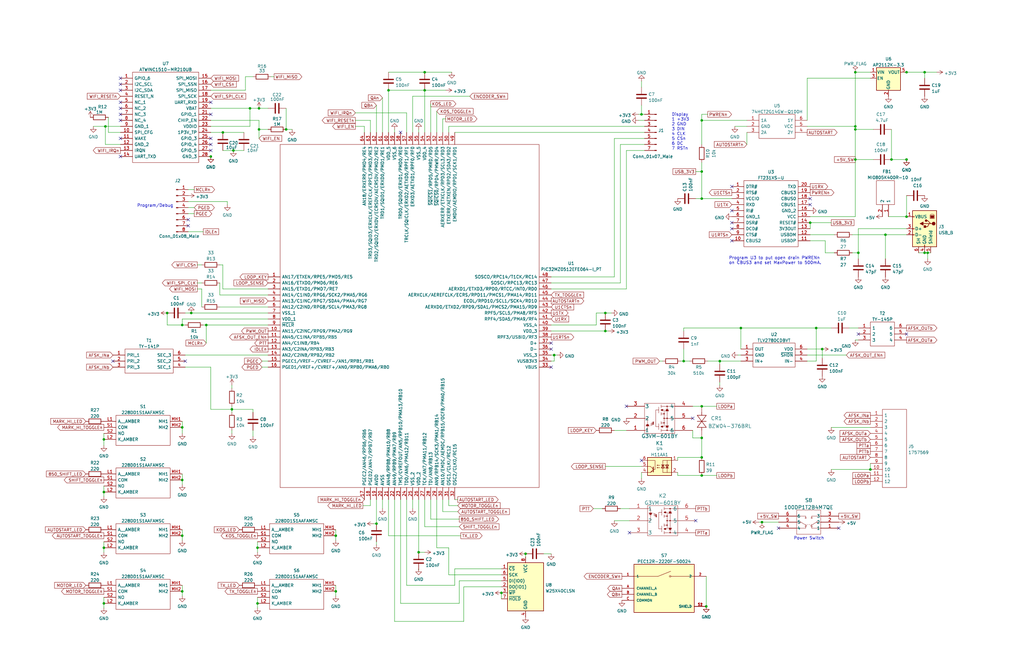
<source format=kicad_sch>
(kicad_sch (version 20230121) (generator eeschema)

  (uuid e27affeb-38e5-4c16-9317-61c803abea5c)

  (paper "B")

  (title_block
    (title "DSP Teletype Terminal Unit")
    (date "2023-04-22")
    (rev "A")
    (company "W6IWI.ORG")
  )

  (lib_symbols
    (symbol "1757569:1757569" (pin_names (offset 0.762)) (in_bom yes) (on_board yes)
      (property "Reference" "J" (at 16.51 7.62 0)
        (effects (font (size 1.27 1.27)) (justify left))
      )
      (property "Value" "1757569" (at 16.51 5.08 0)
        (effects (font (size 1.27 1.27)) (justify left))
      )
      (property "Footprint" "1757569" (at 16.51 2.54 0)
        (effects (font (size 1.27 1.27)) (justify left) hide)
      )
      (property "Datasheet" "http://www.phoenixcontact.com/de/produkte/1757569/pdf" (at 16.51 0 0)
        (effects (font (size 1.27 1.27)) (justify left) hide)
      )
      (property "Description" "PCB header, nominal cross section: 2.5 mm?, color: green, nominal current: 12 A, rated voltage (III/2): 320 V, contact surface: Tin, type of contact: Male connector, Number of potentials: 12, Number of rows: 1, Number of positions per row: 12, number of connections: 12, product range: MSTBA 2,5/..-G, pitch: 5 mm, mounting: Wave soldering, pin layout: Linear pinning, solder pin [P]: 3.5 mm, Stecksystem: CLASSIC COMBICON, Locking: without, type of packaging: packed in cardboard" (at 16.51 -2.54 0)
        (effects (font (size 1.27 1.27)) (justify left) hide)
      )
      (property "Height" "8.72" (at 16.51 -5.08 0)
        (effects (font (size 1.27 1.27)) (justify left) hide)
      )
      (property "Manufacturer_Name" "Phoenix Contact" (at 16.51 -7.62 0)
        (effects (font (size 1.27 1.27)) (justify left) hide)
      )
      (property "Manufacturer_Part_Number" "1757569" (at 16.51 -10.16 0)
        (effects (font (size 1.27 1.27)) (justify left) hide)
      )
      (property "Mouser Part Number" "651-1757569" (at 16.51 -12.7 0)
        (effects (font (size 1.27 1.27)) (justify left) hide)
      )
      (property "Mouser Price/Stock" "https://www.mouser.co.uk/ProductDetail/Phoenix-Contact/1757569?qs=A%2FKWGUWTCZjn%252BGnI2f1BNQ%3D%3D" (at 16.51 -15.24 0)
        (effects (font (size 1.27 1.27)) (justify left) hide)
      )
      (property "Arrow Part Number" "1757569" (at 16.51 -17.78 0)
        (effects (font (size 1.27 1.27)) (justify left) hide)
      )
      (property "Arrow Price/Stock" "https://www.arrow.com/en/products/1757569/phoenix-contact" (at 16.51 -20.32 0)
        (effects (font (size 1.27 1.27)) (justify left) hide)
      )
      (property "ki_description" "PCB header, nominal cross section: 2.5 mm?, color: green, nominal current: 12 A, rated voltage (III/2): 320 V, contact surface: Tin, type of contact: Male connector, Number of potentials: 12, Number of rows: 1, Number of positions per row: 12, number of connections: 12, product range: MSTBA 2,5/..-G, pitch: 5 mm, mounting: Wave soldering, pin layout: Linear pinning, solder pin [P]: 3.5 mm, Stecksystem: CLASSIC COMBICON, Locking: without, type of packaging: packed in cardboard" (at 0 0 0)
        (effects (font (size 1.27 1.27)) hide)
      )
      (symbol "1757569_0_0"
        (pin passive line (at 0 0 0) (length 5.08)
          (name "1" (effects (font (size 1.27 1.27))))
          (number "1" (effects (font (size 1.27 1.27))))
        )
        (pin passive line (at 0 -22.86 0) (length 5.08)
          (name "10" (effects (font (size 1.27 1.27))))
          (number "10" (effects (font (size 1.27 1.27))))
        )
        (pin passive line (at 0 -25.4 0) (length 5.08)
          (name "11" (effects (font (size 1.27 1.27))))
          (number "11" (effects (font (size 1.27 1.27))))
        )
        (pin passive line (at 0 -27.94 0) (length 5.08)
          (name "12" (effects (font (size 1.27 1.27))))
          (number "12" (effects (font (size 1.27 1.27))))
        )
        (pin passive line (at 0 -2.54 0) (length 5.08)
          (name "2" (effects (font (size 1.27 1.27))))
          (number "2" (effects (font (size 1.27 1.27))))
        )
        (pin passive line (at 0 -5.08 0) (length 5.08)
          (name "3" (effects (font (size 1.27 1.27))))
          (number "3" (effects (font (size 1.27 1.27))))
        )
        (pin passive line (at 0 -7.62 0) (length 5.08)
          (name "4" (effects (font (size 1.27 1.27))))
          (number "4" (effects (font (size 1.27 1.27))))
        )
        (pin passive line (at 0 -10.16 0) (length 5.08)
          (name "5" (effects (font (size 1.27 1.27))))
          (number "5" (effects (font (size 1.27 1.27))))
        )
        (pin passive line (at 0 -12.7 0) (length 5.08)
          (name "6" (effects (font (size 1.27 1.27))))
          (number "6" (effects (font (size 1.27 1.27))))
        )
        (pin passive line (at 0 -15.24 0) (length 5.08)
          (name "7" (effects (font (size 1.27 1.27))))
          (number "7" (effects (font (size 1.27 1.27))))
        )
        (pin passive line (at 0 -17.78 0) (length 5.08)
          (name "8" (effects (font (size 1.27 1.27))))
          (number "8" (effects (font (size 1.27 1.27))))
        )
        (pin passive line (at 0 -20.32 0) (length 5.08)
          (name "9" (effects (font (size 1.27 1.27))))
          (number "9" (effects (font (size 1.27 1.27))))
        )
      )
      (symbol "1757569_0_1"
        (polyline
          (pts
            (xy 5.08 2.54)
            (xy 15.24 2.54)
            (xy 15.24 -30.48)
            (xy 5.08 -30.48)
            (xy 5.08 2.54)
          )
          (stroke (width 0.1524) (type default))
          (fill (type none))
        )
      )
    )
    (symbol "2023-02-18_18-45-52:G3VM-601BY" (pin_names (offset 0.254)) (in_bom yes) (on_board yes)
      (property "Reference" "K" (at 13.6652 6.0452 0)
        (effects (font (size 1.524 1.524)))
      )
      (property "Value" "G3VM-601BY" (at 13.6652 3.5052 0)
        (effects (font (size 1.524 1.524)))
      )
      (property "Footprint" "B-DIP6_THD_OMR" (at 13.6652 1.9812 0)
        (effects (font (size 1.524 1.524)) hide)
      )
      (property "Datasheet" "" (at 0 0 0)
        (effects (font (size 1.524 1.524)))
      )
      (property "ki_locked" "" (at 0 0 0)
        (effects (font (size 1.27 1.27)))
      )
      (property "ki_fp_filters" "B-DIP6_THD_OMR" (at 0 0 0)
        (effects (font (size 1.27 1.27)) hide)
      )
      (symbol "G3VM-601BY_1_1"
        (polyline
          (pts
            (xy 7.62 -11.43)
            (xy 20.32 -11.43)
          )
          (stroke (width 0.127) (type default))
          (fill (type none))
        )
        (polyline
          (pts
            (xy 7.62 0)
            (xy 8.89 0)
          )
          (stroke (width 0.127) (type default))
          (fill (type none))
        )
        (polyline
          (pts
            (xy 7.62 1.27)
            (xy 7.62 -11.43)
          )
          (stroke (width 0.127) (type default))
          (fill (type none))
        )
        (polyline
          (pts
            (xy 8.255 -2.54)
            (xy 9.525 -2.54)
          )
          (stroke (width 0.127) (type default))
          (fill (type none))
        )
        (polyline
          (pts
            (xy 8.255 -1.905)
            (xy 8.89 -2.54)
          )
          (stroke (width 0.127) (type default))
          (fill (type none))
        )
        (polyline
          (pts
            (xy 8.255 -1.905)
            (xy 9.525 -1.905)
          )
          (stroke (width 0.127) (type default))
          (fill (type none))
        )
        (polyline
          (pts
            (xy 8.89 -5.08)
            (xy 7.62 -5.08)
          )
          (stroke (width 0.127) (type default))
          (fill (type none))
        )
        (polyline
          (pts
            (xy 8.89 -2.54)
            (xy 9.525 -1.905)
          )
          (stroke (width 0.127) (type default))
          (fill (type none))
        )
        (polyline
          (pts
            (xy 8.89 0)
            (xy 8.89 -5.08)
          )
          (stroke (width 0.127) (type default))
          (fill (type none))
        )
        (polyline
          (pts
            (xy 10.16 -2.54)
            (xy 10.795 -3.175)
          )
          (stroke (width 0.127) (type default))
          (fill (type none))
        )
        (polyline
          (pts
            (xy 10.16 -1.905)
            (xy 10.795 -2.54)
          )
          (stroke (width 0.127) (type default))
          (fill (type none))
        )
        (polyline
          (pts
            (xy 10.795 -3.175)
            (xy 10.795 -2.8448)
          )
          (stroke (width 0.127) (type default))
          (fill (type none))
        )
        (polyline
          (pts
            (xy 10.795 -2.8448)
            (xy 11.43 -3.5052)
          )
          (stroke (width 0.127) (type default))
          (fill (type none))
        )
        (polyline
          (pts
            (xy 10.795 -2.54)
            (xy 10.795 -2.2352)
          )
          (stroke (width 0.127) (type default))
          (fill (type none))
        )
        (polyline
          (pts
            (xy 11.1252 -3.5052)
            (xy 11.43 -3.175)
          )
          (stroke (width 0.127) (type default))
          (fill (type none))
        )
        (polyline
          (pts
            (xy 11.1252 -2.8448)
            (xy 11.43 -2.8448)
          )
          (stroke (width 0.127) (type default))
          (fill (type none))
        )
        (polyline
          (pts
            (xy 11.1252 -2.8448)
            (xy 11.43 -2.54)
          )
          (stroke (width 0.127) (type default))
          (fill (type none))
        )
        (polyline
          (pts
            (xy 11.43 -3.5052)
            (xy 11.1252 -3.5052)
          )
          (stroke (width 0.127) (type default))
          (fill (type none))
        )
        (polyline
          (pts
            (xy 11.43 -3.175)
            (xy 11.43 -3.5052)
          )
          (stroke (width 0.127) (type default))
          (fill (type none))
        )
        (polyline
          (pts
            (xy 11.43 -2.8448)
            (xy 10.795 -2.2352)
          )
          (stroke (width 0.127) (type default))
          (fill (type none))
        )
        (polyline
          (pts
            (xy 11.43 -2.8448)
            (xy 11.43 -2.54)
          )
          (stroke (width 0.127) (type default))
          (fill (type none))
        )
        (polyline
          (pts
            (xy 12.3952 -1.5748)
            (xy 12.3952 -8.5852)
          )
          (stroke (width 0.127) (type default))
          (fill (type none))
        )
        (polyline
          (pts
            (xy 13.6652 -8.5852)
            (xy 12.3952 -8.5852)
          )
          (stroke (width 0.127) (type default))
          (fill (type none))
        )
        (polyline
          (pts
            (xy 13.6652 -7.3152)
            (xy 13.6652 -9.8552)
          )
          (stroke (width 0.127) (type default))
          (fill (type none))
        )
        (polyline
          (pts
            (xy 13.6652 -2.8448)
            (xy 13.6652 -0.3048)
          )
          (stroke (width 0.127) (type default))
          (fill (type none))
        )
        (polyline
          (pts
            (xy 13.6652 -1.5748)
            (xy 12.3952 -1.5748)
          )
          (stroke (width 0.127) (type default))
          (fill (type none))
        )
        (polyline
          (pts
            (xy 14.605 -10.795)
            (xy 14.605 -9.525)
          )
          (stroke (width 0.127) (type default))
          (fill (type none))
        )
        (polyline
          (pts
            (xy 14.605 -10.16)
            (xy 15.24 -10.16)
          )
          (stroke (width 0.127) (type default))
          (fill (type none))
        )
        (polyline
          (pts
            (xy 14.605 -8.5852)
            (xy 15.24 -8.89)
          )
          (stroke (width 0.127) (type default))
          (fill (type none))
        )
        (polyline
          (pts
            (xy 14.605 -8.255)
            (xy 14.605 -8.89)
          )
          (stroke (width 0.127) (type default))
          (fill (type none))
        )
        (polyline
          (pts
            (xy 14.605 -7.62)
            (xy 14.605 -6.35)
          )
          (stroke (width 0.127) (type default))
          (fill (type none))
        )
        (polyline
          (pts
            (xy 14.605 -2.54)
            (xy 14.605 -3.81)
          )
          (stroke (width 0.127) (type default))
          (fill (type none))
        )
        (polyline
          (pts
            (xy 14.605 -1.905)
            (xy 14.605 -1.27)
          )
          (stroke (width 0.127) (type default))
          (fill (type none))
        )
        (polyline
          (pts
            (xy 14.605 -1.5748)
            (xy 15.24 -1.27)
          )
          (stroke (width 0.127) (type default))
          (fill (type none))
        )
        (polyline
          (pts
            (xy 14.605 0)
            (xy 15.24 0)
          )
          (stroke (width 0.127) (type default))
          (fill (type none))
        )
        (polyline
          (pts
            (xy 14.605 0.635)
            (xy 14.605 -0.635)
          )
          (stroke (width 0.127) (type default))
          (fill (type none))
        )
        (polyline
          (pts
            (xy 15.24 -8.89)
            (xy 15.24 -8.5852)
          )
          (stroke (width 0.127) (type default))
          (fill (type none))
        )
        (polyline
          (pts
            (xy 15.24 -8.5852)
            (xy 15.24 -8.255)
          )
          (stroke (width 0.127) (type default))
          (fill (type none))
        )
        (polyline
          (pts
            (xy 15.24 -8.255)
            (xy 14.605 -8.5852)
          )
          (stroke (width 0.127) (type default))
          (fill (type none))
        )
        (polyline
          (pts
            (xy 15.24 -1.905)
            (xy 14.605 -1.5748)
          )
          (stroke (width 0.127) (type default))
          (fill (type none))
        )
        (polyline
          (pts
            (xy 15.24 -1.5748)
            (xy 15.24 -1.905)
          )
          (stroke (width 0.127) (type default))
          (fill (type none))
        )
        (polyline
          (pts
            (xy 15.24 -1.27)
            (xy 15.24 -1.5748)
          )
          (stroke (width 0.127) (type default))
          (fill (type none))
        )
        (polyline
          (pts
            (xy 15.875 -8.5852)
            (xy 15.24 -8.5852)
          )
          (stroke (width 0.127) (type default))
          (fill (type none))
        )
        (polyline
          (pts
            (xy 15.875 -6.985)
            (xy 14.605 -6.985)
          )
          (stroke (width 0.127) (type default))
          (fill (type none))
        )
        (polyline
          (pts
            (xy 15.875 -6.985)
            (xy 15.875 -8.5852)
          )
          (stroke (width 0.127) (type default))
          (fill (type none))
        )
        (polyline
          (pts
            (xy 15.875 -6.985)
            (xy 15.875 -6.985)
          )
          (stroke (width 0.127) (type default))
          (fill (type none))
        )
        (polyline
          (pts
            (xy 15.875 -5.08)
            (xy 17.145 -5.08)
          )
          (stroke (width 0.127) (type default))
          (fill (type none))
        )
        (polyline
          (pts
            (xy 15.875 -3.175)
            (xy 14.605 -3.175)
          )
          (stroke (width 0.127) (type default))
          (fill (type none))
        )
        (polyline
          (pts
            (xy 15.875 -3.175)
            (xy 15.875 -6.985)
          )
          (stroke (width 0.127) (type default))
          (fill (type none))
        )
        (polyline
          (pts
            (xy 15.875 -3.175)
            (xy 15.875 -3.175)
          )
          (stroke (width 0.127) (type default))
          (fill (type none))
        )
        (polyline
          (pts
            (xy 15.875 -3.175)
            (xy 15.875 -1.5748)
          )
          (stroke (width 0.127) (type default))
          (fill (type none))
        )
        (polyline
          (pts
            (xy 15.875 -1.5748)
            (xy 15.24 -1.5748)
          )
          (stroke (width 0.127) (type default))
          (fill (type none))
        )
        (polyline
          (pts
            (xy 16.51 -8.89)
            (xy 17.78 -8.89)
          )
          (stroke (width 0.127) (type default))
          (fill (type none))
        )
        (polyline
          (pts
            (xy 16.51 -8.255)
            (xy 17.78 -8.255)
          )
          (stroke (width 0.127) (type default))
          (fill (type none))
        )
        (polyline
          (pts
            (xy 16.51 -1.905)
            (xy 17.78 -1.905)
          )
          (stroke (width 0.127) (type default))
          (fill (type none))
        )
        (polyline
          (pts
            (xy 16.51 -1.27)
            (xy 17.78 -1.27)
          )
          (stroke (width 0.127) (type default))
          (fill (type none))
        )
        (polyline
          (pts
            (xy 17.145 -10.16)
            (xy 17.145 -8.89)
          )
          (stroke (width 0.127) (type default))
          (fill (type none))
        )
        (polyline
          (pts
            (xy 17.145 -8.89)
            (xy 16.51 -8.255)
          )
          (stroke (width 0.127) (type default))
          (fill (type none))
        )
        (polyline
          (pts
            (xy 17.145 -8.255)
            (xy 17.145 -6.985)
          )
          (stroke (width 0.127) (type default))
          (fill (type none))
        )
        (polyline
          (pts
            (xy 17.145 -3.175)
            (xy 17.145 -6.985)
          )
          (stroke (width 0.127) (type default))
          (fill (type none))
        )
        (polyline
          (pts
            (xy 17.145 -1.905)
            (xy 17.145 -3.175)
          )
          (stroke (width 0.127) (type default))
          (fill (type none))
        )
        (polyline
          (pts
            (xy 17.145 -1.27)
            (xy 16.51 -1.905)
          )
          (stroke (width 0.127) (type default))
          (fill (type none))
        )
        (polyline
          (pts
            (xy 17.145 0)
            (xy 17.145 -1.27)
          )
          (stroke (width 0.127) (type default))
          (fill (type none))
        )
        (polyline
          (pts
            (xy 17.78 -8.255)
            (xy 17.145 -8.89)
          )
          (stroke (width 0.127) (type default))
          (fill (type none))
        )
        (polyline
          (pts
            (xy 17.78 -1.905)
            (xy 17.145 -1.27)
          )
          (stroke (width 0.127) (type default))
          (fill (type none))
        )
        (polyline
          (pts
            (xy 20.32 -11.43)
            (xy 20.32 1.27)
          )
          (stroke (width 0.127) (type default))
          (fill (type none))
        )
        (polyline
          (pts
            (xy 20.32 -10.16)
            (xy 15.24 -10.16)
          )
          (stroke (width 0.127) (type default))
          (fill (type none))
        )
        (polyline
          (pts
            (xy 20.32 -5.08)
            (xy 17.145 -5.08)
          )
          (stroke (width 0.127) (type default))
          (fill (type none))
        )
        (polyline
          (pts
            (xy 20.32 0)
            (xy 15.24 0)
          )
          (stroke (width 0.127) (type default))
          (fill (type none))
        )
        (polyline
          (pts
            (xy 20.32 1.27)
            (xy 7.62 1.27)
          )
          (stroke (width 0.127) (type default))
          (fill (type none))
        )
        (polyline
          (pts
            (xy 9.525 -1.905)
            (xy 8.89 -2.54)
            (xy 8.255 -1.905)
            (xy 9.525 -1.905)
          )
          (stroke (width 0) (type default))
          (fill (type outline))
        )
        (polyline
          (pts
            (xy 11.1252 -3.5052)
            (xy 11.43 -3.175)
            (xy 11.43 -3.5052)
            (xy 11.1252 -3.5052)
          )
          (stroke (width 0) (type default))
          (fill (type outline))
        )
        (polyline
          (pts
            (xy 11.1252 -2.8448)
            (xy 11.43 -2.54)
            (xy 11.43 -2.8448)
            (xy 11.1252 -2.8448)
          )
          (stroke (width 0) (type default))
          (fill (type outline))
        )
        (polyline
          (pts
            (xy 14.605 -8.5852)
            (xy 15.24 -8.255)
            (xy 15.24 -8.89)
            (xy 14.605 -8.5852)
          )
          (stroke (width 0) (type default))
          (fill (type outline))
        )
        (polyline
          (pts
            (xy 14.605 -1.5748)
            (xy 15.24 -1.905)
            (xy 15.24 -1.27)
            (xy 14.605 -1.5748)
          )
          (stroke (width 0) (type default))
          (fill (type outline))
        )
        (polyline
          (pts
            (xy 16.51 -8.255)
            (xy 17.78 -8.255)
            (xy 17.145 -8.89)
            (xy 16.51 -8.255)
          )
          (stroke (width 0) (type default))
          (fill (type outline))
        )
        (polyline
          (pts
            (xy 16.51 -1.905)
            (xy 17.78 -1.905)
            (xy 17.145 -1.27)
            (xy 16.51 -1.905)
          )
          (stroke (width 0) (type default))
          (fill (type outline))
        )
        (arc (start 15.7226 -6.985) (mid 15.7226 -6.985) (end 15.7226 -6.985)
          (stroke (width 0.254) (type default))
          (fill (type none))
        )
        (arc (start 15.7226 -5.08) (mid 15.7226 -5.08) (end 15.7226 -5.08)
          (stroke (width 0.254) (type default))
          (fill (type none))
        )
        (arc (start 15.7226 -3.175) (mid 15.7226 -3.175) (end 15.7226 -3.175)
          (stroke (width 0.254) (type default))
          (fill (type none))
        )
        (circle (center 15.875 -6.985) (radius 0.1524)
          (stroke (width 0.254) (type default))
          (fill (type none))
        )
        (circle (center 15.875 -5.08) (radius 0.1524)
          (stroke (width 0.254) (type default))
          (fill (type none))
        )
        (circle (center 15.875 -3.175) (radius 0.1524)
          (stroke (width 0.254) (type default))
          (fill (type none))
        )
        (arc (start 16.9926 -10.16) (mid 16.9926 -10.16) (end 16.9926 -10.16)
          (stroke (width 0.254) (type default))
          (fill (type none))
        )
        (arc (start 16.9926 -5.08) (mid 16.9926 -5.08) (end 16.9926 -5.08)
          (stroke (width 0.254) (type default))
          (fill (type none))
        )
        (arc (start 16.9926 0) (mid 16.9926 0) (end 16.9926 0)
          (stroke (width 0.254) (type default))
          (fill (type none))
        )
        (circle (center 17.145 -10.16) (radius 0.1524)
          (stroke (width 0.254) (type default))
          (fill (type none))
        )
        (circle (center 17.145 -5.08) (radius 0.1524)
          (stroke (width 0.254) (type default))
          (fill (type none))
        )
        (circle (center 17.145 0) (radius 0.1524)
          (stroke (width 0.254) (type default))
          (fill (type none))
        )
        (pin unspecified line (at 0 0 0) (length 7.62)
          (name "1" (effects (font (size 1.4986 1.4986))))
          (number "1" (effects (font (size 1.4986 1.4986))))
        )
        (pin unspecified line (at 0 -5.08 0) (length 7.62)
          (name "2" (effects (font (size 1.4986 1.4986))))
          (number "2" (effects (font (size 1.4986 1.4986))))
        )
        (pin unspecified line (at 0 -10.16 0) (length 7.62)
          (name "3" (effects (font (size 1.4986 1.4986))))
          (number "3" (effects (font (size 1.4986 1.4986))))
        )
        (pin unspecified line (at 27.94 -10.16 180) (length 7.62)
          (name "4" (effects (font (size 1.4986 1.4986))))
          (number "4" (effects (font (size 1.4986 1.4986))))
        )
        (pin unspecified line (at 27.94 -5.08 180) (length 7.62)
          (name "5" (effects (font (size 1.4986 1.4986))))
          (number "5" (effects (font (size 1.4986 1.4986))))
        )
        (pin unspecified line (at 27.94 0 180) (length 7.62)
          (name "6" (effects (font (size 1.4986 1.4986))))
          (number "6" (effects (font (size 1.4986 1.4986))))
        )
      )
    )
    (symbol "2023-02-18_19-01-58:BZW04-376BRL" (pin_numbers hide) (pin_names hide) (in_bom yes) (on_board yes)
      (property "Reference" "CR" (at 6.604 4.572 0)
        (effects (font (size 1.524 1.524)))
      )
      (property "Value" "BZW04-376BRL" (at 5.08 -7.62 0)
        (effects (font (size 1.524 1.524)))
      )
      (property "Footprint" "DO-15_6P76X3P53_STM" (at 5.08 -9.144 0)
        (effects (font (size 1.524 1.524)) hide)
      )
      (property "Datasheet" "" (at 0 0 0)
        (effects (font (size 1.524 1.524)))
      )
      (property "ki_locked" "" (at 0 0 0)
        (effects (font (size 1.27 1.27)))
      )
      (property "ki_fp_filters" "DO-15_6P76X3P53_STM" (at 0 0 0)
        (effects (font (size 1.27 1.27)) hide)
      )
      (symbol "BZW04-376BRL_1_1"
        (polyline
          (pts
            (xy 2.54 0)
            (xy 3.81 0)
          )
          (stroke (width 0.2032) (type default))
          (fill (type none))
        )
        (polyline
          (pts
            (xy 3.81 -1.905)
            (xy 6.35 0)
          )
          (stroke (width 0.2032) (type default))
          (fill (type none))
        )
        (polyline
          (pts
            (xy 3.81 1.905)
            (xy 3.81 -1.905)
          )
          (stroke (width 0.2032) (type default))
          (fill (type none))
        )
        (polyline
          (pts
            (xy 6.35 -1.905)
            (xy 6.35 1.905)
          )
          (stroke (width 0.2032) (type default))
          (fill (type none))
        )
        (polyline
          (pts
            (xy 6.35 0)
            (xy 3.81 1.905)
          )
          (stroke (width 0.2032) (type default))
          (fill (type none))
        )
        (polyline
          (pts
            (xy 6.35 0)
            (xy 8.89 1.905)
          )
          (stroke (width 0.2032) (type default))
          (fill (type none))
        )
        (polyline
          (pts
            (xy 8.89 -1.905)
            (xy 6.35 0)
          )
          (stroke (width 0.2032) (type default))
          (fill (type none))
        )
        (polyline
          (pts
            (xy 8.89 0)
            (xy 10.16 0)
          )
          (stroke (width 0.2032) (type default))
          (fill (type none))
        )
        (polyline
          (pts
            (xy 8.89 1.905)
            (xy 8.89 -1.905)
          )
          (stroke (width 0.2032) (type default))
          (fill (type none))
        )
        (pin unspecified line (at 12.7 0 180) (length 2.54)
          (name "CATHODE/ANODE" (effects (font (size 1.4986 1.4986))))
          (number "1" (effects (font (size 1.4986 1.4986))))
        )
        (pin unspecified line (at 0 0 0) (length 2.54)
          (name "CATHODE/ANODE" (effects (font (size 1.4986 1.4986))))
          (number "2" (effects (font (size 1.4986 1.4986))))
        )
      )
    )
    (symbol "2023-04-22_00-52-21:100DP1T2B4M7QE" (pin_names (offset 0.254)) (in_bom yes) (on_board yes)
      (property "Reference" "SW" (at 12.7 7.62 0)
        (effects (font (size 1.524 1.524)))
      )
      (property "Value" "100DP1T2B4M7QE" (at 12.7 5.08 0)
        (effects (font (size 1.524 1.524)))
      )
      (property "Footprint" "100DP1T2B4M7QE_EWI" (at 0 0 0)
        (effects (font (size 1.27 1.27) italic) hide)
      )
      (property "Datasheet" "100DP1T2B4M7QE" (at 0 0 0)
        (effects (font (size 1.27 1.27) italic) hide)
      )
      (property "ki_locked" "" (at 0 0 0)
        (effects (font (size 1.27 1.27)))
      )
      (property "ki_keywords" "100DP1T2B4M7QE" (at 0 0 0)
        (effects (font (size 1.27 1.27)) hide)
      )
      (property "ki_fp_filters" "100DP1T2B4M7QE_EWI" (at 0 0 0)
        (effects (font (size 1.27 1.27)) hide)
      )
      (symbol "100DP1T2B4M7QE_0_1"
        (polyline
          (pts
            (xy 7.62 -7.62)
            (xy 17.78 -7.62)
          )
          (stroke (width 0.127) (type default))
          (fill (type none))
        )
        (polyline
          (pts
            (xy 7.62 -5.08)
            (xy 11.43 -5.08)
          )
          (stroke (width 0.127) (type default))
          (fill (type none))
        )
        (polyline
          (pts
            (xy 7.62 -2.54)
            (xy 8.89 -2.54)
          )
          (stroke (width 0.127) (type default))
          (fill (type none))
        )
        (polyline
          (pts
            (xy 7.62 0)
            (xy 11.43 0)
          )
          (stroke (width 0.127) (type default))
          (fill (type none))
        )
        (polyline
          (pts
            (xy 7.62 2.54)
            (xy 7.62 -7.62)
          )
          (stroke (width 0.127) (type default))
          (fill (type none))
        )
        (polyline
          (pts
            (xy 9.398 -2.54)
            (xy 11.938 -1.016)
          )
          (stroke (width 0.127) (type default))
          (fill (type none))
        )
        (polyline
          (pts
            (xy 11.43 -4.572)
            (xy 11.43 -5.08)
          )
          (stroke (width 0.127) (type default))
          (fill (type none))
        )
        (polyline
          (pts
            (xy 11.43 -1.524)
            (xy 11.684 -1.524)
          )
          (stroke (width 0.127) (type default))
          (fill (type none))
        )
        (polyline
          (pts
            (xy 11.43 0)
            (xy 11.43 -0.508)
          )
          (stroke (width 0.127) (type default))
          (fill (type none))
        )
        (polyline
          (pts
            (xy 12.192 -1.524)
            (xy 12.446 -1.524)
          )
          (stroke (width 0.127) (type default))
          (fill (type none))
        )
        (polyline
          (pts
            (xy 12.954 -1.524)
            (xy 13.208 -1.524)
          )
          (stroke (width 0.127) (type default))
          (fill (type none))
        )
        (polyline
          (pts
            (xy 13.716 -1.524)
            (xy 13.97 -1.524)
          )
          (stroke (width 0.127) (type default))
          (fill (type none))
        )
        (polyline
          (pts
            (xy 13.97 -4.572)
            (xy 13.97 -5.08)
          )
          (stroke (width 0.127) (type default))
          (fill (type none))
        )
        (polyline
          (pts
            (xy 13.97 0)
            (xy 13.97 -0.508)
          )
          (stroke (width 0.127) (type default))
          (fill (type none))
        )
        (polyline
          (pts
            (xy 16.002 -2.54)
            (xy 13.462 -1.016)
          )
          (stroke (width 0.127) (type default))
          (fill (type none))
        )
        (polyline
          (pts
            (xy 17.78 -7.62)
            (xy 17.78 2.54)
          )
          (stroke (width 0.127) (type default))
          (fill (type none))
        )
        (polyline
          (pts
            (xy 17.78 -5.08)
            (xy 13.97 -5.08)
          )
          (stroke (width 0.127) (type default))
          (fill (type none))
        )
        (polyline
          (pts
            (xy 17.78 -2.54)
            (xy 16.51 -2.54)
          )
          (stroke (width 0.127) (type default))
          (fill (type none))
        )
        (polyline
          (pts
            (xy 17.78 0)
            (xy 13.97 0)
          )
          (stroke (width 0.127) (type default))
          (fill (type none))
        )
        (polyline
          (pts
            (xy 17.78 2.54)
            (xy 7.62 2.54)
          )
          (stroke (width 0.127) (type default))
          (fill (type none))
        )
        (circle (center 9.144 -2.54) (radius 0.254)
          (stroke (width 0.127) (type default))
          (fill (type none))
        )
        (circle (center 11.43 -4.318) (radius 0.254)
          (stroke (width 0.127) (type default))
          (fill (type none))
        )
        (circle (center 11.43 -0.762) (radius 0.254)
          (stroke (width 0.127) (type default))
          (fill (type none))
        )
        (circle (center 13.97 -4.318) (radius 0.254)
          (stroke (width 0.127) (type default))
          (fill (type none))
        )
        (circle (center 13.97 -0.762) (radius 0.254)
          (stroke (width 0.127) (type default))
          (fill (type none))
        )
        (circle (center 16.256 -2.54) (radius 0.254)
          (stroke (width 0.127) (type default))
          (fill (type none))
        )
        (pin unspecified line (at 0 0 0) (length 7.62)
          (name "1" (effects (font (size 1.27 1.27))))
          (number "1" (effects (font (size 1.27 1.27))))
        )
        (pin unspecified line (at 0 -2.54 0) (length 7.62)
          (name "2" (effects (font (size 1.27 1.27))))
          (number "2" (effects (font (size 1.27 1.27))))
        )
        (pin unspecified line (at 0 -5.08 0) (length 7.62)
          (name "3" (effects (font (size 1.27 1.27))))
          (number "3" (effects (font (size 1.27 1.27))))
        )
        (pin unspecified line (at 25.4 0 180) (length 7.62)
          (name "4" (effects (font (size 1.27 1.27))))
          (number "4" (effects (font (size 1.27 1.27))))
        )
        (pin unspecified line (at 25.4 -2.54 180) (length 7.62)
          (name "5" (effects (font (size 1.27 1.27))))
          (number "5" (effects (font (size 1.27 1.27))))
        )
        (pin unspecified line (at 25.4 -5.08 180) (length 7.62)
          (name "6" (effects (font (size 1.27 1.27))))
          (number "6" (effects (font (size 1.27 1.27))))
        )
      )
    )
    (symbol "228DD1S1AAFAMSC:228DD1S1AAFAMSC" (pin_names (offset 0.762)) (in_bom yes) (on_board yes)
      (property "Reference" "S" (at 29.21 7.62 0)
        (effects (font (size 1.27 1.27)) (justify left))
      )
      (property "Value" "228DD1S1AAFAMSC" (at 29.21 5.08 0)
        (effects (font (size 1.27 1.27)) (justify left))
      )
      (property "Footprint" "228DD1S1AAFAMSC" (at 29.21 2.54 0)
        (effects (font (size 1.27 1.27)) (justify left) hide)
      )
      (property "Datasheet" "https://www.ctscorp.com/wp-content/uploads/228D.pdf" (at 29.21 0 0)
        (effects (font (size 1.27 1.27)) (justify left) hide)
      )
      (property "Description" "SWITCH TACTILE SPST-NO 0.05A 12V" (at 29.21 -2.54 0)
        (effects (font (size 1.27 1.27)) (justify left) hide)
      )
      (property "Height" "6.4" (at 29.21 -5.08 0)
        (effects (font (size 1.27 1.27)) (justify left) hide)
      )
      (property "Manufacturer_Name" "CTS" (at 29.21 -7.62 0)
        (effects (font (size 1.27 1.27)) (justify left) hide)
      )
      (property "Manufacturer_Part_Number" "228DD1S1AAFAMSC" (at 29.21 -10.16 0)
        (effects (font (size 1.27 1.27)) (justify left) hide)
      )
      (property "Mouser Part Number" "774-228DD1S1AAFAMSC" (at 29.21 -12.7 0)
        (effects (font (size 1.27 1.27)) (justify left) hide)
      )
      (property "Mouser Price/Stock" "https://www.mouser.co.uk/ProductDetail/CTS-Electronic-Components/228DD1S1AAFAMSC?qs=BJlw7L4Cy7%252Bx9Gylbq7xIw%3D%3D" (at 29.21 -15.24 0)
        (effects (font (size 1.27 1.27)) (justify left) hide)
      )
      (property "Arrow Part Number" "" (at 29.21 -17.78 0)
        (effects (font (size 1.27 1.27)) (justify left) hide)
      )
      (property "Arrow Price/Stock" "" (at 29.21 -20.32 0)
        (effects (font (size 1.27 1.27)) (justify left) hide)
      )
      (property "ki_description" "SWITCH TACTILE SPST-NO 0.05A 12V" (at 0 0 0)
        (effects (font (size 1.27 1.27)) hide)
      )
      (symbol "228DD1S1AAFAMSC_0_0"
        (pin passive line (at 0 0 0) (length 5.08)
          (name "A__AMBER" (effects (font (size 1.27 1.27))))
          (number "L1" (effects (font (size 1.27 1.27))))
        )
        (pin passive line (at 0 -7.62 0) (length 5.08)
          (name "K_AMBER" (effects (font (size 1.27 1.27))))
          (number "L2" (effects (font (size 1.27 1.27))))
        )
        (pin passive line (at 33.02 0 180) (length 5.08)
          (name "MH1" (effects (font (size 1.27 1.27))))
          (number "MH1" (effects (font (size 1.27 1.27))))
        )
        (pin passive line (at 33.02 -2.54 180) (length 5.08)
          (name "MH2" (effects (font (size 1.27 1.27))))
          (number "MH2" (effects (font (size 1.27 1.27))))
        )
        (pin passive line (at 0 -2.54 0) (length 5.08)
          (name "COM" (effects (font (size 1.27 1.27))))
          (number "S1" (effects (font (size 1.27 1.27))))
        )
        (pin passive line (at 0 -5.08 0) (length 5.08)
          (name "NO" (effects (font (size 1.27 1.27))))
          (number "S2" (effects (font (size 1.27 1.27))))
        )
      )
      (symbol "228DD1S1AAFAMSC_0_1"
        (polyline
          (pts
            (xy 5.08 2.54)
            (xy 27.94 2.54)
            (xy 27.94 -10.16)
            (xy 5.08 -10.16)
            (xy 5.08 2.54)
          )
          (stroke (width 0.1524) (type default))
          (fill (type none))
        )
      )
    )
    (symbol "228DD1S1AAFAMSC_2" (pin_names (offset 0.762)) (in_bom yes) (on_board yes)
      (property "Reference" "S" (at 29.21 7.62 0)
        (effects (font (size 1.27 1.27)) (justify left))
      )
      (property "Value" "228DD1S1AAFAMSC_2" (at 29.21 5.08 0)
        (effects (font (size 1.27 1.27)) (justify left))
      )
      (property "Footprint" "228DD1S1AAFAMSC" (at 29.21 2.54 0)
        (effects (font (size 1.27 1.27)) (justify left) hide)
      )
      (property "Datasheet" "https://www.ctscorp.com/wp-content/uploads/228D.pdf" (at 29.21 0 0)
        (effects (font (size 1.27 1.27)) (justify left) hide)
      )
      (property "Description" "SWITCH TACTILE SPST-NO 0.05A 12V" (at 29.21 -2.54 0)
        (effects (font (size 1.27 1.27)) (justify left) hide)
      )
      (property "Height" "6.4" (at 29.21 -5.08 0)
        (effects (font (size 1.27 1.27)) (justify left) hide)
      )
      (property "Manufacturer_Name" "CTS" (at 29.21 -7.62 0)
        (effects (font (size 1.27 1.27)) (justify left) hide)
      )
      (property "Manufacturer_Part_Number" "228DD1S1AAFAMSC" (at 29.21 -10.16 0)
        (effects (font (size 1.27 1.27)) (justify left) hide)
      )
      (property "Mouser Part Number" "774-228DD1S1AAFAMSC" (at 29.21 -12.7 0)
        (effects (font (size 1.27 1.27)) (justify left) hide)
      )
      (property "Mouser Price/Stock" "https://www.mouser.co.uk/ProductDetail/CTS-Electronic-Components/228DD1S1AAFAMSC?qs=BJlw7L4Cy7%252Bx9Gylbq7xIw%3D%3D" (at 29.21 -15.24 0)
        (effects (font (size 1.27 1.27)) (justify left) hide)
      )
      (property "Arrow Part Number" "" (at 29.21 -17.78 0)
        (effects (font (size 1.27 1.27)) (justify left) hide)
      )
      (property "Arrow Price/Stock" "" (at 29.21 -20.32 0)
        (effects (font (size 1.27 1.27)) (justify left) hide)
      )
      (property "ki_description" "SWITCH TACTILE SPST-NO 0.05A 12V" (at 0 0 0)
        (effects (font (size 1.27 1.27)) hide)
      )
      (symbol "228DD1S1AAFAMSC_2_0_0"
        (pin passive line (at 0 0 0) (length 5.08)
          (name "A__AMBER" (effects (font (size 1.27 1.27))))
          (number "L1" (effects (font (size 1.27 1.27))))
        )
        (pin passive line (at 0 -7.62 0) (length 5.08)
          (name "K_AMBER" (effects (font (size 1.27 1.27))))
          (number "L2" (effects (font (size 1.27 1.27))))
        )
        (pin passive line (at 33.02 0 180) (length 5.08)
          (name "MH1" (effects (font (size 1.27 1.27))))
          (number "MH1" (effects (font (size 1.27 1.27))))
        )
        (pin passive line (at 33.02 -2.54 180) (length 5.08)
          (name "MH2" (effects (font (size 1.27 1.27))))
          (number "MH2" (effects (font (size 1.27 1.27))))
        )
        (pin passive line (at 0 -2.54 0) (length 5.08)
          (name "COM" (effects (font (size 1.27 1.27))))
          (number "S1" (effects (font (size 1.27 1.27))))
        )
        (pin passive line (at 0 -5.08 0) (length 5.08)
          (name "NO" (effects (font (size 1.27 1.27))))
          (number "S2" (effects (font (size 1.27 1.27))))
        )
      )
      (symbol "228DD1S1AAFAMSC_2_0_1"
        (polyline
          (pts
            (xy 5.08 2.54)
            (xy 27.94 2.54)
            (xy 27.94 -10.16)
            (xy 5.08 -10.16)
            (xy 5.08 2.54)
          )
          (stroke (width 0.1524) (type default))
          (fill (type none))
        )
      )
    )
    (symbol "228DD1S1AAFAMSC_3" (pin_names (offset 0.762)) (in_bom yes) (on_board yes)
      (property "Reference" "S" (at 29.21 7.62 0)
        (effects (font (size 1.27 1.27)) (justify left))
      )
      (property "Value" "228DD1S1AAFAMSC_3" (at 29.21 5.08 0)
        (effects (font (size 1.27 1.27)) (justify left))
      )
      (property "Footprint" "228DD1S1AAFAMSC" (at 29.21 2.54 0)
        (effects (font (size 1.27 1.27)) (justify left) hide)
      )
      (property "Datasheet" "https://www.ctscorp.com/wp-content/uploads/228D.pdf" (at 29.21 0 0)
        (effects (font (size 1.27 1.27)) (justify left) hide)
      )
      (property "Description" "SWITCH TACTILE SPST-NO 0.05A 12V" (at 29.21 -2.54 0)
        (effects (font (size 1.27 1.27)) (justify left) hide)
      )
      (property "Height" "6.4" (at 29.21 -5.08 0)
        (effects (font (size 1.27 1.27)) (justify left) hide)
      )
      (property "Manufacturer_Name" "CTS" (at 29.21 -7.62 0)
        (effects (font (size 1.27 1.27)) (justify left) hide)
      )
      (property "Manufacturer_Part_Number" "228DD1S1AAFAMSC" (at 29.21 -10.16 0)
        (effects (font (size 1.27 1.27)) (justify left) hide)
      )
      (property "Mouser Part Number" "774-228DD1S1AAFAMSC" (at 29.21 -12.7 0)
        (effects (font (size 1.27 1.27)) (justify left) hide)
      )
      (property "Mouser Price/Stock" "https://www.mouser.co.uk/ProductDetail/CTS-Electronic-Components/228DD1S1AAFAMSC?qs=BJlw7L4Cy7%252Bx9Gylbq7xIw%3D%3D" (at 29.21 -15.24 0)
        (effects (font (size 1.27 1.27)) (justify left) hide)
      )
      (property "Arrow Part Number" "" (at 29.21 -17.78 0)
        (effects (font (size 1.27 1.27)) (justify left) hide)
      )
      (property "Arrow Price/Stock" "" (at 29.21 -20.32 0)
        (effects (font (size 1.27 1.27)) (justify left) hide)
      )
      (property "ki_description" "SWITCH TACTILE SPST-NO 0.05A 12V" (at 0 0 0)
        (effects (font (size 1.27 1.27)) hide)
      )
      (symbol "228DD1S1AAFAMSC_3_0_0"
        (pin passive line (at 0 0 0) (length 5.08)
          (name "A__AMBER" (effects (font (size 1.27 1.27))))
          (number "L1" (effects (font (size 1.27 1.27))))
        )
        (pin passive line (at 0 -7.62 0) (length 5.08)
          (name "K_AMBER" (effects (font (size 1.27 1.27))))
          (number "L2" (effects (font (size 1.27 1.27))))
        )
        (pin passive line (at 33.02 0 180) (length 5.08)
          (name "MH1" (effects (font (size 1.27 1.27))))
          (number "MH1" (effects (font (size 1.27 1.27))))
        )
        (pin passive line (at 33.02 -2.54 180) (length 5.08)
          (name "MH2" (effects (font (size 1.27 1.27))))
          (number "MH2" (effects (font (size 1.27 1.27))))
        )
        (pin passive line (at 0 -2.54 0) (length 5.08)
          (name "COM" (effects (font (size 1.27 1.27))))
          (number "S1" (effects (font (size 1.27 1.27))))
        )
        (pin passive line (at 0 -5.08 0) (length 5.08)
          (name "NO" (effects (font (size 1.27 1.27))))
          (number "S2" (effects (font (size 1.27 1.27))))
        )
      )
      (symbol "228DD1S1AAFAMSC_3_0_1"
        (polyline
          (pts
            (xy 5.08 2.54)
            (xy 27.94 2.54)
            (xy 27.94 -10.16)
            (xy 5.08 -10.16)
            (xy 5.08 2.54)
          )
          (stroke (width 0.1524) (type default))
          (fill (type none))
        )
      )
    )
    (symbol "228DD1S1AAFAMSC_4" (pin_names (offset 0.762)) (in_bom yes) (on_board yes)
      (property "Reference" "S" (at 29.21 7.62 0)
        (effects (font (size 1.27 1.27)) (justify left))
      )
      (property "Value" "228DD1S1AAFAMSC_4" (at 29.21 5.08 0)
        (effects (font (size 1.27 1.27)) (justify left))
      )
      (property "Footprint" "228DD1S1AAFAMSC" (at 29.21 2.54 0)
        (effects (font (size 1.27 1.27)) (justify left) hide)
      )
      (property "Datasheet" "https://www.ctscorp.com/wp-content/uploads/228D.pdf" (at 29.21 0 0)
        (effects (font (size 1.27 1.27)) (justify left) hide)
      )
      (property "Description" "SWITCH TACTILE SPST-NO 0.05A 12V" (at 29.21 -2.54 0)
        (effects (font (size 1.27 1.27)) (justify left) hide)
      )
      (property "Height" "6.4" (at 29.21 -5.08 0)
        (effects (font (size 1.27 1.27)) (justify left) hide)
      )
      (property "Manufacturer_Name" "CTS" (at 29.21 -7.62 0)
        (effects (font (size 1.27 1.27)) (justify left) hide)
      )
      (property "Manufacturer_Part_Number" "228DD1S1AAFAMSC" (at 29.21 -10.16 0)
        (effects (font (size 1.27 1.27)) (justify left) hide)
      )
      (property "Mouser Part Number" "774-228DD1S1AAFAMSC" (at 29.21 -12.7 0)
        (effects (font (size 1.27 1.27)) (justify left) hide)
      )
      (property "Mouser Price/Stock" "https://www.mouser.co.uk/ProductDetail/CTS-Electronic-Components/228DD1S1AAFAMSC?qs=BJlw7L4Cy7%252Bx9Gylbq7xIw%3D%3D" (at 29.21 -15.24 0)
        (effects (font (size 1.27 1.27)) (justify left) hide)
      )
      (property "Arrow Part Number" "" (at 29.21 -17.78 0)
        (effects (font (size 1.27 1.27)) (justify left) hide)
      )
      (property "Arrow Price/Stock" "" (at 29.21 -20.32 0)
        (effects (font (size 1.27 1.27)) (justify left) hide)
      )
      (property "ki_description" "SWITCH TACTILE SPST-NO 0.05A 12V" (at 0 0 0)
        (effects (font (size 1.27 1.27)) hide)
      )
      (symbol "228DD1S1AAFAMSC_4_0_0"
        (pin passive line (at 0 0 0) (length 5.08)
          (name "A__AMBER" (effects (font (size 1.27 1.27))))
          (number "L1" (effects (font (size 1.27 1.27))))
        )
        (pin passive line (at 0 -7.62 0) (length 5.08)
          (name "K_AMBER" (effects (font (size 1.27 1.27))))
          (number "L2" (effects (font (size 1.27 1.27))))
        )
        (pin passive line (at 33.02 0 180) (length 5.08)
          (name "MH1" (effects (font (size 1.27 1.27))))
          (number "MH1" (effects (font (size 1.27 1.27))))
        )
        (pin passive line (at 33.02 -2.54 180) (length 5.08)
          (name "MH2" (effects (font (size 1.27 1.27))))
          (number "MH2" (effects (font (size 1.27 1.27))))
        )
        (pin passive line (at 0 -2.54 0) (length 5.08)
          (name "COM" (effects (font (size 1.27 1.27))))
          (number "S1" (effects (font (size 1.27 1.27))))
        )
        (pin passive line (at 0 -5.08 0) (length 5.08)
          (name "NO" (effects (font (size 1.27 1.27))))
          (number "S2" (effects (font (size 1.27 1.27))))
        )
      )
      (symbol "228DD1S1AAFAMSC_4_0_1"
        (polyline
          (pts
            (xy 5.08 2.54)
            (xy 27.94 2.54)
            (xy 27.94 -10.16)
            (xy 5.08 -10.16)
            (xy 5.08 2.54)
          )
          (stroke (width 0.1524) (type default))
          (fill (type none))
        )
      )
    )
    (symbol "228DD1S1AAFAMSC_5" (pin_names (offset 0.762)) (in_bom yes) (on_board yes)
      (property "Reference" "S" (at 29.21 7.62 0)
        (effects (font (size 1.27 1.27)) (justify left))
      )
      (property "Value" "228DD1S1AAFAMSC_5" (at 29.21 5.08 0)
        (effects (font (size 1.27 1.27)) (justify left))
      )
      (property "Footprint" "228DD1S1AAFAMSC" (at 29.21 2.54 0)
        (effects (font (size 1.27 1.27)) (justify left) hide)
      )
      (property "Datasheet" "https://www.ctscorp.com/wp-content/uploads/228D.pdf" (at 29.21 0 0)
        (effects (font (size 1.27 1.27)) (justify left) hide)
      )
      (property "Description" "SWITCH TACTILE SPST-NO 0.05A 12V" (at 29.21 -2.54 0)
        (effects (font (size 1.27 1.27)) (justify left) hide)
      )
      (property "Height" "6.4" (at 29.21 -5.08 0)
        (effects (font (size 1.27 1.27)) (justify left) hide)
      )
      (property "Manufacturer_Name" "CTS" (at 29.21 -7.62 0)
        (effects (font (size 1.27 1.27)) (justify left) hide)
      )
      (property "Manufacturer_Part_Number" "228DD1S1AAFAMSC" (at 29.21 -10.16 0)
        (effects (font (size 1.27 1.27)) (justify left) hide)
      )
      (property "Mouser Part Number" "774-228DD1S1AAFAMSC" (at 29.21 -12.7 0)
        (effects (font (size 1.27 1.27)) (justify left) hide)
      )
      (property "Mouser Price/Stock" "https://www.mouser.co.uk/ProductDetail/CTS-Electronic-Components/228DD1S1AAFAMSC?qs=BJlw7L4Cy7%252Bx9Gylbq7xIw%3D%3D" (at 29.21 -15.24 0)
        (effects (font (size 1.27 1.27)) (justify left) hide)
      )
      (property "Arrow Part Number" "" (at 29.21 -17.78 0)
        (effects (font (size 1.27 1.27)) (justify left) hide)
      )
      (property "Arrow Price/Stock" "" (at 29.21 -20.32 0)
        (effects (font (size 1.27 1.27)) (justify left) hide)
      )
      (property "ki_description" "SWITCH TACTILE SPST-NO 0.05A 12V" (at 0 0 0)
        (effects (font (size 1.27 1.27)) hide)
      )
      (symbol "228DD1S1AAFAMSC_5_0_0"
        (pin passive line (at 0 0 0) (length 5.08)
          (name "A__AMBER" (effects (font (size 1.27 1.27))))
          (number "L1" (effects (font (size 1.27 1.27))))
        )
        (pin passive line (at 0 -7.62 0) (length 5.08)
          (name "K_AMBER" (effects (font (size 1.27 1.27))))
          (number "L2" (effects (font (size 1.27 1.27))))
        )
        (pin passive line (at 33.02 0 180) (length 5.08)
          (name "MH1" (effects (font (size 1.27 1.27))))
          (number "MH1" (effects (font (size 1.27 1.27))))
        )
        (pin passive line (at 33.02 -2.54 180) (length 5.08)
          (name "MH2" (effects (font (size 1.27 1.27))))
          (number "MH2" (effects (font (size 1.27 1.27))))
        )
        (pin passive line (at 0 -2.54 0) (length 5.08)
          (name "COM" (effects (font (size 1.27 1.27))))
          (number "S1" (effects (font (size 1.27 1.27))))
        )
        (pin passive line (at 0 -5.08 0) (length 5.08)
          (name "NO" (effects (font (size 1.27 1.27))))
          (number "S2" (effects (font (size 1.27 1.27))))
        )
      )
      (symbol "228DD1S1AAFAMSC_5_0_1"
        (polyline
          (pts
            (xy 5.08 2.54)
            (xy 27.94 2.54)
            (xy 27.94 -10.16)
            (xy 5.08 -10.16)
            (xy 5.08 2.54)
          )
          (stroke (width 0.1524) (type default))
          (fill (type none))
        )
      )
    )
    (symbol "74HCT2G14GW-Q100H:74HCT2G14GW-Q100H" (pin_names (offset 0.762)) (in_bom yes) (on_board yes)
      (property "Reference" "IC" (at 21.59 7.62 0)
        (effects (font (size 1.27 1.27)) (justify left))
      )
      (property "Value" "74HCT2G14GW-Q100H" (at 21.59 5.08 0)
        (effects (font (size 1.27 1.27)) (justify left))
      )
      (property "Footprint" "74HCT2G14GWQ100H" (at 21.59 2.54 0)
        (effects (font (size 1.27 1.27)) (justify left) hide)
      )
      (property "Datasheet" "https://assets.nexperia.com/documents/data-sheet/74HC_HCT2G14_Q100.pdf" (at 21.59 0 0)
        (effects (font (size 1.27 1.27)) (justify left) hide)
      )
      (property "Description" "Inverter IC 2 Channel Schmitt Trigger 6-TSSOP" (at 21.59 -2.54 0)
        (effects (font (size 1.27 1.27)) (justify left) hide)
      )
      (property "Height" "1.1" (at 21.59 -5.08 0)
        (effects (font (size 1.27 1.27)) (justify left) hide)
      )
      (property "Manufacturer_Name" "Nexperia" (at 21.59 -7.62 0)
        (effects (font (size 1.27 1.27)) (justify left) hide)
      )
      (property "Manufacturer_Part_Number" "74HCT2G14GW-Q100H" (at 21.59 -10.16 0)
        (effects (font (size 1.27 1.27)) (justify left) hide)
      )
      (property "Mouser Part Number" "771-74HCT2G14GWQ100H" (at 21.59 -12.7 0)
        (effects (font (size 1.27 1.27)) (justify left) hide)
      )
      (property "Mouser Price/Stock" "https://www.mouser.co.uk/ProductDetail/Nexperia/74HCT2G14GW-Q100H?qs=fi7yB2oewZmNBzeOKw8f7A%3D%3D" (at 21.59 -15.24 0)
        (effects (font (size 1.27 1.27)) (justify left) hide)
      )
      (property "Arrow Part Number" "74HCT2G14GW-Q100H" (at 21.59 -17.78 0)
        (effects (font (size 1.27 1.27)) (justify left) hide)
      )
      (property "Arrow Price/Stock" "https://www.arrow.com/en/products/74hct2g14gw-q100h/nexperia?region=nac" (at 21.59 -20.32 0)
        (effects (font (size 1.27 1.27)) (justify left) hide)
      )
      (property "Mouser Testing Part Number" "" (at 21.59 -22.86 0)
        (effects (font (size 1.27 1.27)) (justify left) hide)
      )
      (property "Mouser Testing Price/Stock" "" (at 21.59 -25.4 0)
        (effects (font (size 1.27 1.27)) (justify left) hide)
      )
      (property "ki_description" "Inverter IC 2 Channel Schmitt Trigger 6-TSSOP" (at 0 0 0)
        (effects (font (size 1.27 1.27)) hide)
      )
      (symbol "74HCT2G14GW-Q100H_0_0"
        (pin passive line (at 0 0 0) (length 5.08)
          (name "1A" (effects (font (size 1.27 1.27))))
          (number "1" (effects (font (size 1.27 1.27))))
        )
        (pin passive line (at 0 -2.54 0) (length 5.08)
          (name "GND" (effects (font (size 1.27 1.27))))
          (number "2" (effects (font (size 1.27 1.27))))
        )
        (pin passive line (at 0 -5.08 0) (length 5.08)
          (name "2A" (effects (font (size 1.27 1.27))))
          (number "3" (effects (font (size 1.27 1.27))))
        )
        (pin passive line (at 25.4 -5.08 180) (length 5.08)
          (name "2Y" (effects (font (size 1.27 1.27))))
          (number "4" (effects (font (size 1.27 1.27))))
        )
        (pin passive line (at 25.4 -2.54 180) (length 5.08)
          (name "VCC" (effects (font (size 1.27 1.27))))
          (number "5" (effects (font (size 1.27 1.27))))
        )
        (pin passive line (at 25.4 0 180) (length 5.08)
          (name "1Y" (effects (font (size 1.27 1.27))))
          (number "6" (effects (font (size 1.27 1.27))))
        )
      )
      (symbol "74HCT2G14GW-Q100H_0_1"
        (polyline
          (pts
            (xy 5.08 2.54)
            (xy 20.32 2.54)
            (xy 20.32 -7.62)
            (xy 5.08 -7.62)
            (xy 5.08 2.54)
          )
          (stroke (width 0.1524) (type default))
          (fill (type none))
        )
      )
    )
    (symbol "ATWINC1510-MR210UB:ATWINC1510-MR210UB" (pin_names (offset 0.762)) (in_bom yes) (on_board yes)
      (property "Reference" "IC" (at 34.29 7.62 0)
        (effects (font (size 1.27 1.27)) (justify left))
      )
      (property "Value" "ATWINC1510-MR210UB" (at 34.29 5.08 0)
        (effects (font (size 1.27 1.27)) (justify left))
      )
      (property "Footprint" "ATWINC1510MR210UB" (at 34.29 2.54 0)
        (effects (font (size 1.27 1.27)) (justify left) hide)
      )
      (property "Datasheet" "http://ww1.microchip.com/downloads/en/DeviceDoc/70005304B.pdf" (at 34.29 0 0)
        (effects (font (size 1.27 1.27)) (justify left) hide)
      )
      (property "Description" "WiFi Modules (802.11) SmartConnect ATWINC1500B-MU-T Module" (at 34.29 -2.54 0)
        (effects (font (size 1.27 1.27)) (justify left) hide)
      )
      (property "Height" "2.113" (at 34.29 -5.08 0)
        (effects (font (size 1.27 1.27)) (justify left) hide)
      )
      (property "Mouser Part Number" "556-ATWINC1510MR210U" (at 34.29 -7.62 0)
        (effects (font (size 1.27 1.27)) (justify left) hide)
      )
      (property "Mouser Price/Stock" "https://www.mouser.co.uk/ProductDetail/Microchip-Technology-Atmel/ATWINC1510-MR210UB?qs=QB0ovJDgFgt5QuIkS9qN8w%3D%3D" (at 34.29 -10.16 0)
        (effects (font (size 1.27 1.27)) (justify left) hide)
      )
      (property "Manufacturer_Name" "Microchip" (at 34.29 -12.7 0)
        (effects (font (size 1.27 1.27)) (justify left) hide)
      )
      (property "Manufacturer_Part_Number" "ATWINC1510-MR210UB" (at 34.29 -15.24 0)
        (effects (font (size 1.27 1.27)) (justify left) hide)
      )
      (property "ki_description" "WiFi Modules (802.11) SmartConnect ATWINC1500B-MU-T Module" (at 0 0 0)
        (effects (font (size 1.27 1.27)) hide)
      )
      (symbol "ATWINC1510-MR210UB_0_0"
        (pin passive line (at 0 0 0) (length 5.08)
          (name "GPIO_6" (effects (font (size 1.27 1.27))))
          (number "1" (effects (font (size 1.27 1.27))))
        )
        (pin passive line (at 0 -22.86 0) (length 5.08)
          (name "SPI_CFG" (effects (font (size 1.27 1.27))))
          (number "10" (effects (font (size 1.27 1.27))))
        )
        (pin passive line (at 0 -25.4 0) (length 5.08)
          (name "WAKE" (effects (font (size 1.27 1.27))))
          (number "11" (effects (font (size 1.27 1.27))))
        )
        (pin passive line (at 0 -27.94 0) (length 5.08)
          (name "GND_2" (effects (font (size 1.27 1.27))))
          (number "12" (effects (font (size 1.27 1.27))))
        )
        (pin passive line (at 0 -30.48 0) (length 5.08)
          (name "IRQN" (effects (font (size 1.27 1.27))))
          (number "13" (effects (font (size 1.27 1.27))))
        )
        (pin passive line (at 0 -33.02 0) (length 5.08)
          (name "UART_TXD" (effects (font (size 1.27 1.27))))
          (number "14" (effects (font (size 1.27 1.27))))
        )
        (pin passive line (at 38.1 0 180) (length 5.08)
          (name "SPI_MOSI" (effects (font (size 1.27 1.27))))
          (number "15" (effects (font (size 1.27 1.27))))
        )
        (pin passive line (at 38.1 -2.54 180) (length 5.08)
          (name "SPI_SSN" (effects (font (size 1.27 1.27))))
          (number "16" (effects (font (size 1.27 1.27))))
        )
        (pin passive line (at 38.1 -5.08 180) (length 5.08)
          (name "SPI_MISO" (effects (font (size 1.27 1.27))))
          (number "17" (effects (font (size 1.27 1.27))))
        )
        (pin passive line (at 38.1 -7.62 180) (length 5.08)
          (name "SPI_SCK" (effects (font (size 1.27 1.27))))
          (number "18" (effects (font (size 1.27 1.27))))
        )
        (pin passive line (at 38.1 -10.16 180) (length 5.08)
          (name "UART_RXD" (effects (font (size 1.27 1.27))))
          (number "19" (effects (font (size 1.27 1.27))))
        )
        (pin passive line (at 0 -2.54 0) (length 5.08)
          (name "I2C_SCL" (effects (font (size 1.27 1.27))))
          (number "2" (effects (font (size 1.27 1.27))))
        )
        (pin passive line (at 38.1 -12.7 180) (length 5.08)
          (name "VBAT" (effects (font (size 1.27 1.27))))
          (number "20" (effects (font (size 1.27 1.27))))
        )
        (pin passive line (at 38.1 -15.24 180) (length 5.08)
          (name "GPIO_1" (effects (font (size 1.27 1.27))))
          (number "21" (effects (font (size 1.27 1.27))))
        )
        (pin passive line (at 38.1 -17.78 180) (length 5.08)
          (name "CHIP_EN" (effects (font (size 1.27 1.27))))
          (number "22" (effects (font (size 1.27 1.27))))
        )
        (pin passive line (at 38.1 -20.32 180) (length 5.08)
          (name "VDDIO" (effects (font (size 1.27 1.27))))
          (number "23" (effects (font (size 1.27 1.27))))
        )
        (pin passive line (at 38.1 -22.86 180) (length 5.08)
          (name "1P3V_TP" (effects (font (size 1.27 1.27))))
          (number "24" (effects (font (size 1.27 1.27))))
        )
        (pin passive line (at 38.1 -25.4 180) (length 5.08)
          (name "GPIO_3" (effects (font (size 1.27 1.27))))
          (number "25" (effects (font (size 1.27 1.27))))
        )
        (pin passive line (at 38.1 -27.94 180) (length 5.08)
          (name "GPIO_4" (effects (font (size 1.27 1.27))))
          (number "26" (effects (font (size 1.27 1.27))))
        )
        (pin passive line (at 38.1 -30.48 180) (length 5.08)
          (name "GPIO_5" (effects (font (size 1.27 1.27))))
          (number "27" (effects (font (size 1.27 1.27))))
        )
        (pin passive line (at 38.1 -33.02 180) (length 5.08)
          (name "GND_3" (effects (font (size 1.27 1.27))))
          (number "28" (effects (font (size 1.27 1.27))))
        )
        (pin passive line (at 0 -5.08 0) (length 5.08)
          (name "I2C_SDA" (effects (font (size 1.27 1.27))))
          (number "3" (effects (font (size 1.27 1.27))))
        )
        (pin passive line (at 0 -7.62 0) (length 5.08)
          (name "RESET_N" (effects (font (size 1.27 1.27))))
          (number "4" (effects (font (size 1.27 1.27))))
        )
        (pin passive line (at 0 -10.16 0) (length 5.08)
          (name "NC_1" (effects (font (size 1.27 1.27))))
          (number "5" (effects (font (size 1.27 1.27))))
        )
        (pin passive line (at 0 -12.7 0) (length 5.08)
          (name "NC_2" (effects (font (size 1.27 1.27))))
          (number "6" (effects (font (size 1.27 1.27))))
        )
        (pin passive line (at 0 -15.24 0) (length 5.08)
          (name "NC_3" (effects (font (size 1.27 1.27))))
          (number "7" (effects (font (size 1.27 1.27))))
        )
        (pin passive line (at 0 -17.78 0) (length 5.08)
          (name "NC_4" (effects (font (size 1.27 1.27))))
          (number "8" (effects (font (size 1.27 1.27))))
        )
        (pin passive line (at 0 -20.32 0) (length 5.08)
          (name "GND_1" (effects (font (size 1.27 1.27))))
          (number "9" (effects (font (size 1.27 1.27))))
        )
      )
      (symbol "ATWINC1510-MR210UB_0_1"
        (polyline
          (pts
            (xy 5.08 2.54)
            (xy 33.02 2.54)
            (xy 33.02 -35.56)
            (xy 5.08 -35.56)
            (xy 5.08 2.54)
          )
          (stroke (width 0.1524) (type default))
          (fill (type none))
        )
      )
    )
    (symbol "Connector:Conn_01x07_Male" (pin_names (offset 1.016) hide) (in_bom yes) (on_board yes)
      (property "Reference" "J" (at 0 10.16 0)
        (effects (font (size 1.27 1.27)))
      )
      (property "Value" "Conn_01x07_Male" (at 0 -10.16 0)
        (effects (font (size 1.27 1.27)))
      )
      (property "Footprint" "" (at 0 0 0)
        (effects (font (size 1.27 1.27)) hide)
      )
      (property "Datasheet" "~" (at 0 0 0)
        (effects (font (size 1.27 1.27)) hide)
      )
      (property "ki_keywords" "connector" (at 0 0 0)
        (effects (font (size 1.27 1.27)) hide)
      )
      (property "ki_description" "Generic connector, single row, 01x07, script generated (kicad-library-utils/schlib/autogen/connector/)" (at 0 0 0)
        (effects (font (size 1.27 1.27)) hide)
      )
      (property "ki_fp_filters" "Connector*:*_1x??_*" (at 0 0 0)
        (effects (font (size 1.27 1.27)) hide)
      )
      (symbol "Conn_01x07_Male_1_1"
        (polyline
          (pts
            (xy 1.27 -7.62)
            (xy 0.8636 -7.62)
          )
          (stroke (width 0.1524) (type default))
          (fill (type none))
        )
        (polyline
          (pts
            (xy 1.27 -5.08)
            (xy 0.8636 -5.08)
          )
          (stroke (width 0.1524) (type default))
          (fill (type none))
        )
        (polyline
          (pts
            (xy 1.27 -2.54)
            (xy 0.8636 -2.54)
          )
          (stroke (width 0.1524) (type default))
          (fill (type none))
        )
        (polyline
          (pts
            (xy 1.27 0)
            (xy 0.8636 0)
          )
          (stroke (width 0.1524) (type default))
          (fill (type none))
        )
        (polyline
          (pts
            (xy 1.27 2.54)
            (xy 0.8636 2.54)
          )
          (stroke (width 0.1524) (type default))
          (fill (type none))
        )
        (polyline
          (pts
            (xy 1.27 5.08)
            (xy 0.8636 5.08)
          )
          (stroke (width 0.1524) (type default))
          (fill (type none))
        )
        (polyline
          (pts
            (xy 1.27 7.62)
            (xy 0.8636 7.62)
          )
          (stroke (width 0.1524) (type default))
          (fill (type none))
        )
        (rectangle (start 0.8636 -7.493) (end 0 -7.747)
          (stroke (width 0.1524) (type default))
          (fill (type outline))
        )
        (rectangle (start 0.8636 -4.953) (end 0 -5.207)
          (stroke (width 0.1524) (type default))
          (fill (type outline))
        )
        (rectangle (start 0.8636 -2.413) (end 0 -2.667)
          (stroke (width 0.1524) (type default))
          (fill (type outline))
        )
        (rectangle (start 0.8636 0.127) (end 0 -0.127)
          (stroke (width 0.1524) (type default))
          (fill (type outline))
        )
        (rectangle (start 0.8636 2.667) (end 0 2.413)
          (stroke (width 0.1524) (type default))
          (fill (type outline))
        )
        (rectangle (start 0.8636 5.207) (end 0 4.953)
          (stroke (width 0.1524) (type default))
          (fill (type outline))
        )
        (rectangle (start 0.8636 7.747) (end 0 7.493)
          (stroke (width 0.1524) (type default))
          (fill (type outline))
        )
        (pin passive line (at 5.08 7.62 180) (length 3.81)
          (name "Pin_1" (effects (font (size 1.27 1.27))))
          (number "1" (effects (font (size 1.27 1.27))))
        )
        (pin passive line (at 5.08 5.08 180) (length 3.81)
          (name "Pin_2" (effects (font (size 1.27 1.27))))
          (number "2" (effects (font (size 1.27 1.27))))
        )
        (pin passive line (at 5.08 2.54 180) (length 3.81)
          (name "Pin_3" (effects (font (size 1.27 1.27))))
          (number "3" (effects (font (size 1.27 1.27))))
        )
        (pin passive line (at 5.08 0 180) (length 3.81)
          (name "Pin_4" (effects (font (size 1.27 1.27))))
          (number "4" (effects (font (size 1.27 1.27))))
        )
        (pin passive line (at 5.08 -2.54 180) (length 3.81)
          (name "Pin_5" (effects (font (size 1.27 1.27))))
          (number "5" (effects (font (size 1.27 1.27))))
        )
        (pin passive line (at 5.08 -5.08 180) (length 3.81)
          (name "Pin_6" (effects (font (size 1.27 1.27))))
          (number "6" (effects (font (size 1.27 1.27))))
        )
        (pin passive line (at 5.08 -7.62 180) (length 3.81)
          (name "Pin_7" (effects (font (size 1.27 1.27))))
          (number "7" (effects (font (size 1.27 1.27))))
        )
      )
    )
    (symbol "Connector:Conn_01x08_Male" (pin_names (offset 1.016) hide) (in_bom yes) (on_board yes)
      (property "Reference" "J" (at 0 10.16 0)
        (effects (font (size 1.27 1.27)))
      )
      (property "Value" "Conn_01x08_Male" (at 0 -12.7 0)
        (effects (font (size 1.27 1.27)))
      )
      (property "Footprint" "" (at 0 0 0)
        (effects (font (size 1.27 1.27)) hide)
      )
      (property "Datasheet" "~" (at 0 0 0)
        (effects (font (size 1.27 1.27)) hide)
      )
      (property "ki_keywords" "connector" (at 0 0 0)
        (effects (font (size 1.27 1.27)) hide)
      )
      (property "ki_description" "Generic connector, single row, 01x08, script generated (kicad-library-utils/schlib/autogen/connector/)" (at 0 0 0)
        (effects (font (size 1.27 1.27)) hide)
      )
      (property "ki_fp_filters" "Connector*:*_1x??_*" (at 0 0 0)
        (effects (font (size 1.27 1.27)) hide)
      )
      (symbol "Conn_01x08_Male_1_1"
        (polyline
          (pts
            (xy 1.27 -10.16)
            (xy 0.8636 -10.16)
          )
          (stroke (width 0.1524) (type default))
          (fill (type none))
        )
        (polyline
          (pts
            (xy 1.27 -7.62)
            (xy 0.8636 -7.62)
          )
          (stroke (width 0.1524) (type default))
          (fill (type none))
        )
        (polyline
          (pts
            (xy 1.27 -5.08)
            (xy 0.8636 -5.08)
          )
          (stroke (width 0.1524) (type default))
          (fill (type none))
        )
        (polyline
          (pts
            (xy 1.27 -2.54)
            (xy 0.8636 -2.54)
          )
          (stroke (width 0.1524) (type default))
          (fill (type none))
        )
        (polyline
          (pts
            (xy 1.27 0)
            (xy 0.8636 0)
          )
          (stroke (width 0.1524) (type default))
          (fill (type none))
        )
        (polyline
          (pts
            (xy 1.27 2.54)
            (xy 0.8636 2.54)
          )
          (stroke (width 0.1524) (type default))
          (fill (type none))
        )
        (polyline
          (pts
            (xy 1.27 5.08)
            (xy 0.8636 5.08)
          )
          (stroke (width 0.1524) (type default))
          (fill (type none))
        )
        (polyline
          (pts
            (xy 1.27 7.62)
            (xy 0.8636 7.62)
          )
          (stroke (width 0.1524) (type default))
          (fill (type none))
        )
        (rectangle (start 0.8636 -10.033) (end 0 -10.287)
          (stroke (width 0.1524) (type default))
          (fill (type outline))
        )
        (rectangle (start 0.8636 -7.493) (end 0 -7.747)
          (stroke (width 0.1524) (type default))
          (fill (type outline))
        )
        (rectangle (start 0.8636 -4.953) (end 0 -5.207)
          (stroke (width 0.1524) (type default))
          (fill (type outline))
        )
        (rectangle (start 0.8636 -2.413) (end 0 -2.667)
          (stroke (width 0.1524) (type default))
          (fill (type outline))
        )
        (rectangle (start 0.8636 0.127) (end 0 -0.127)
          (stroke (width 0.1524) (type default))
          (fill (type outline))
        )
        (rectangle (start 0.8636 2.667) (end 0 2.413)
          (stroke (width 0.1524) (type default))
          (fill (type outline))
        )
        (rectangle (start 0.8636 5.207) (end 0 4.953)
          (stroke (width 0.1524) (type default))
          (fill (type outline))
        )
        (rectangle (start 0.8636 7.747) (end 0 7.493)
          (stroke (width 0.1524) (type default))
          (fill (type outline))
        )
        (pin passive line (at 5.08 7.62 180) (length 3.81)
          (name "Pin_1" (effects (font (size 1.27 1.27))))
          (number "1" (effects (font (size 1.27 1.27))))
        )
        (pin passive line (at 5.08 5.08 180) (length 3.81)
          (name "Pin_2" (effects (font (size 1.27 1.27))))
          (number "2" (effects (font (size 1.27 1.27))))
        )
        (pin passive line (at 5.08 2.54 180) (length 3.81)
          (name "Pin_3" (effects (font (size 1.27 1.27))))
          (number "3" (effects (font (size 1.27 1.27))))
        )
        (pin passive line (at 5.08 0 180) (length 3.81)
          (name "Pin_4" (effects (font (size 1.27 1.27))))
          (number "4" (effects (font (size 1.27 1.27))))
        )
        (pin passive line (at 5.08 -2.54 180) (length 3.81)
          (name "Pin_5" (effects (font (size 1.27 1.27))))
          (number "5" (effects (font (size 1.27 1.27))))
        )
        (pin passive line (at 5.08 -5.08 180) (length 3.81)
          (name "Pin_6" (effects (font (size 1.27 1.27))))
          (number "6" (effects (font (size 1.27 1.27))))
        )
        (pin passive line (at 5.08 -7.62 180) (length 3.81)
          (name "Pin_7" (effects (font (size 1.27 1.27))))
          (number "7" (effects (font (size 1.27 1.27))))
        )
        (pin passive line (at 5.08 -10.16 180) (length 3.81)
          (name "Pin_8" (effects (font (size 1.27 1.27))))
          (number "8" (effects (font (size 1.27 1.27))))
        )
      )
    )
    (symbol "Connector:USB_B" (pin_names (offset 1.016)) (in_bom yes) (on_board yes)
      (property "Reference" "J3" (at -5.842 0.8347 0)
        (effects (font (size 1.27 1.27)) (justify right))
      )
      (property "Value" "USB_B" (at -5.842 -1.7022 0)
        (effects (font (size 1.27 1.27)) (justify right))
      )
      (property "Footprint" "HhLibrary:UJ2-BH-BL1-TH" (at 3.81 -1.27 0)
        (effects (font (size 1.27 1.27)) hide)
      )
      (property "Datasheet" " ~" (at 3.81 -1.27 0)
        (effects (font (size 1.27 1.27)) hide)
      )
      (property "ki_keywords" "connector USB" (at 0 0 0)
        (effects (font (size 1.27 1.27)) hide)
      )
      (property "ki_description" "USB Type B connector" (at 0 0 0)
        (effects (font (size 1.27 1.27)) hide)
      )
      (property "ki_fp_filters" "USB*" (at 0 0 0)
        (effects (font (size 1.27 1.27)) hide)
      )
      (symbol "USB_B_0_1"
        (rectangle (start -5.08 -7.62) (end 5.08 7.62)
          (stroke (width 0.254) (type default))
          (fill (type background))
        )
        (circle (center -3.81 2.159) (radius 0.635)
          (stroke (width 0.254) (type default))
          (fill (type outline))
        )
        (rectangle (start -3.81 5.588) (end -2.54 4.572)
          (stroke (width 0) (type default))
          (fill (type outline))
        )
        (circle (center -0.635 3.429) (radius 0.381)
          (stroke (width 0.254) (type default))
          (fill (type outline))
        )
        (rectangle (start -0.127 -7.62) (end 0.127 -6.858)
          (stroke (width 0) (type default))
          (fill (type none))
        )
        (polyline
          (pts
            (xy -1.905 2.159)
            (xy 0.635 2.159)
          )
          (stroke (width 0.254) (type default))
          (fill (type none))
        )
        (polyline
          (pts
            (xy -3.175 2.159)
            (xy -2.54 2.159)
            (xy -1.27 3.429)
            (xy -0.635 3.429)
          )
          (stroke (width 0.254) (type default))
          (fill (type none))
        )
        (polyline
          (pts
            (xy -2.54 2.159)
            (xy -1.905 2.159)
            (xy -1.27 0.889)
            (xy 0 0.889)
          )
          (stroke (width 0.254) (type default))
          (fill (type none))
        )
        (polyline
          (pts
            (xy 0.635 2.794)
            (xy 0.635 1.524)
            (xy 1.905 2.159)
            (xy 0.635 2.794)
          )
          (stroke (width 0.254) (type default))
          (fill (type outline))
        )
        (polyline
          (pts
            (xy -4.064 4.318)
            (xy -2.286 4.318)
            (xy -2.286 5.715)
            (xy -2.667 6.096)
            (xy -3.683 6.096)
            (xy -4.064 5.715)
            (xy -4.064 4.318)
          )
          (stroke (width 0) (type default))
          (fill (type none))
        )
        (rectangle (start 0.254 1.27) (end -0.508 0.508)
          (stroke (width 0.254) (type default))
          (fill (type outline))
        )
        (rectangle (start 5.08 -2.667) (end 4.318 -2.413)
          (stroke (width 0) (type default))
          (fill (type none))
        )
        (rectangle (start 5.08 -0.127) (end 4.318 0.127)
          (stroke (width 0) (type default))
          (fill (type none))
        )
        (rectangle (start 5.08 4.953) (end 4.318 5.207)
          (stroke (width 0) (type default))
          (fill (type none))
        )
      )
      (symbol "USB_B_1_1"
        (pin power_out line (at 7.62 5.08 180) (length 2.54)
          (name "VBUS" (effects (font (size 1.27 1.27))))
          (number "1" (effects (font (size 1.27 1.27))))
        )
        (pin bidirectional line (at 7.62 -2.54 180) (length 2.54)
          (name "D-" (effects (font (size 1.27 1.27))))
          (number "2" (effects (font (size 1.27 1.27))))
        )
        (pin bidirectional line (at 7.62 0 180) (length 2.54)
          (name "D+" (effects (font (size 1.27 1.27))))
          (number "3" (effects (font (size 1.27 1.27))))
        )
        (pin power_out line (at 0 -10.16 90) (length 2.54)
          (name "GND" (effects (font (size 1.27 1.27))))
          (number "4" (effects (font (size 1.27 1.27))))
        )
        (pin passive line (at -2.54 -10.16 90) (length 2.54)
          (name "Shield" (effects (font (size 1.27 1.27))))
          (number "5" (effects (font (size 1.27 1.27))))
        )
        (pin passive line (at 2.54 -10.16 90) (length 2.54)
          (name "SH" (effects (font (size 1.27 1.27))))
          (number "6" (effects (font (size 1.27 1.27))))
        )
      )
    )
    (symbol "Device:C" (pin_numbers hide) (pin_names (offset 0.254)) (in_bom yes) (on_board yes)
      (property "Reference" "C" (at 0.635 2.54 0)
        (effects (font (size 1.27 1.27)) (justify left))
      )
      (property "Value" "C" (at 0.635 -2.54 0)
        (effects (font (size 1.27 1.27)) (justify left))
      )
      (property "Footprint" "" (at 0.9652 -3.81 0)
        (effects (font (size 1.27 1.27)) hide)
      )
      (property "Datasheet" "~" (at 0 0 0)
        (effects (font (size 1.27 1.27)) hide)
      )
      (property "ki_keywords" "cap capacitor" (at 0 0 0)
        (effects (font (size 1.27 1.27)) hide)
      )
      (property "ki_description" "Unpolarized capacitor" (at 0 0 0)
        (effects (font (size 1.27 1.27)) hide)
      )
      (property "ki_fp_filters" "C_*" (at 0 0 0)
        (effects (font (size 1.27 1.27)) hide)
      )
      (symbol "C_0_1"
        (polyline
          (pts
            (xy -2.032 -0.762)
            (xy 2.032 -0.762)
          )
          (stroke (width 0.508) (type default))
          (fill (type none))
        )
        (polyline
          (pts
            (xy -2.032 0.762)
            (xy 2.032 0.762)
          )
          (stroke (width 0.508) (type default))
          (fill (type none))
        )
      )
      (symbol "C_1_1"
        (pin passive line (at 0 3.81 270) (length 2.794)
          (name "~" (effects (font (size 1.27 1.27))))
          (number "1" (effects (font (size 1.27 1.27))))
        )
        (pin passive line (at 0 -3.81 90) (length 2.794)
          (name "~" (effects (font (size 1.27 1.27))))
          (number "2" (effects (font (size 1.27 1.27))))
        )
      )
    )
    (symbol "Device:R" (pin_numbers hide) (pin_names (offset 0)) (in_bom yes) (on_board yes)
      (property "Reference" "R" (at 2.032 0 90)
        (effects (font (size 1.27 1.27)))
      )
      (property "Value" "R" (at 0 0 90)
        (effects (font (size 1.27 1.27)))
      )
      (property "Footprint" "" (at -1.778 0 90)
        (effects (font (size 1.27 1.27)) hide)
      )
      (property "Datasheet" "~" (at 0 0 0)
        (effects (font (size 1.27 1.27)) hide)
      )
      (property "ki_keywords" "R res resistor" (at 0 0 0)
        (effects (font (size 1.27 1.27)) hide)
      )
      (property "ki_description" "Resistor" (at 0 0 0)
        (effects (font (size 1.27 1.27)) hide)
      )
      (property "ki_fp_filters" "R_*" (at 0 0 0)
        (effects (font (size 1.27 1.27)) hide)
      )
      (symbol "R_0_1"
        (rectangle (start -1.016 -2.54) (end 1.016 2.54)
          (stroke (width 0.254) (type default))
          (fill (type none))
        )
      )
      (symbol "R_1_1"
        (pin passive line (at 0 3.81 270) (length 1.27)
          (name "~" (effects (font (size 1.27 1.27))))
          (number "1" (effects (font (size 1.27 1.27))))
        )
        (pin passive line (at 0 -3.81 90) (length 1.27)
          (name "~" (effects (font (size 1.27 1.27))))
          (number "2" (effects (font (size 1.27 1.27))))
        )
      )
    )
    (symbol "FT231XS-U:FT231XS-U" (pin_names (offset 0.762)) (in_bom yes) (on_board yes)
      (property "Reference" "IC" (at 29.21 7.62 0)
        (effects (font (size 1.27 1.27)) (justify left))
      )
      (property "Value" "FT231XS-U" (at 29.21 5.08 0)
        (effects (font (size 1.27 1.27)) (justify left))
      )
      (property "Footprint" "SOP64P599X175-20N" (at 29.21 2.54 0)
        (effects (font (size 1.27 1.27)) (justify left) hide)
      )
      (property "Datasheet" "https://www.ftdichip.com/Support/Documents/DataSheets/ICs/DS_FT231X.pdf" (at 29.21 0 0)
        (effects (font (size 1.27 1.27)) (justify left) hide)
      )
      (property "Description" "Full Speed to Handshake USB UART IC" (at 29.21 -2.54 0)
        (effects (font (size 1.27 1.27)) (justify left) hide)
      )
      (property "Height" "1.753" (at 29.21 -5.08 0)
        (effects (font (size 1.27 1.27)) (justify left) hide)
      )
      (property "Manufacturer_Name" "FTDI Chip" (at 29.21 -7.62 0)
        (effects (font (size 1.27 1.27)) (justify left) hide)
      )
      (property "Manufacturer_Part_Number" "FT231XS-U" (at 29.21 -10.16 0)
        (effects (font (size 1.27 1.27)) (justify left) hide)
      )
      (property "Mouser Part Number" "895-FT231XS-U" (at 29.21 -12.7 0)
        (effects (font (size 1.27 1.27)) (justify left) hide)
      )
      (property "Mouser Price/Stock" "https://www.mouser.co.uk/ProductDetail/FTDI/FT231XS-U?qs=Gp1Yz1mis3WFP7tMtj2Z9g%3D%3D" (at 29.21 -15.24 0)
        (effects (font (size 1.27 1.27)) (justify left) hide)
      )
      (property "Arrow Part Number" "FT231XS-U" (at 29.21 -17.78 0)
        (effects (font (size 1.27 1.27)) (justify left) hide)
      )
      (property "Arrow Price/Stock" "https://www.arrow.com/en/products/ft231xs-u/ftdi-chip?region=nac" (at 29.21 -20.32 0)
        (effects (font (size 1.27 1.27)) (justify left) hide)
      )
      (property "Mouser Testing Part Number" "" (at 29.21 -22.86 0)
        (effects (font (size 1.27 1.27)) (justify left) hide)
      )
      (property "Mouser Testing Price/Stock" "" (at 29.21 -25.4 0)
        (effects (font (size 1.27 1.27)) (justify left) hide)
      )
      (property "ki_description" "Full Speed to Handshake USB UART IC" (at 0 0 0)
        (effects (font (size 1.27 1.27)) hide)
      )
      (symbol "FT231XS-U_0_0"
        (pin passive line (at 0 0 0) (length 5.08)
          (name "DTR#" (effects (font (size 1.27 1.27))))
          (number "1" (effects (font (size 1.27 1.27))))
        )
        (pin passive line (at 0 -22.86 0) (length 5.08)
          (name "CBUS2" (effects (font (size 1.27 1.27))))
          (number "10" (effects (font (size 1.27 1.27))))
        )
        (pin passive line (at 33.02 -22.86 180) (length 5.08)
          (name "USBDP" (effects (font (size 1.27 1.27))))
          (number "11" (effects (font (size 1.27 1.27))))
        )
        (pin passive line (at 33.02 -20.32 180) (length 5.08)
          (name "USBDM" (effects (font (size 1.27 1.27))))
          (number "12" (effects (font (size 1.27 1.27))))
        )
        (pin passive line (at 33.02 -17.78 180) (length 5.08)
          (name "3V3OUT" (effects (font (size 1.27 1.27))))
          (number "13" (effects (font (size 1.27 1.27))))
        )
        (pin passive line (at 33.02 -15.24 180) (length 5.08)
          (name "RESET#" (effects (font (size 1.27 1.27))))
          (number "14" (effects (font (size 1.27 1.27))))
        )
        (pin passive line (at 33.02 -12.7 180) (length 5.08)
          (name "VCC" (effects (font (size 1.27 1.27))))
          (number "15" (effects (font (size 1.27 1.27))))
        )
        (pin passive line (at 33.02 -10.16 180) (length 5.08)
          (name "GND_2" (effects (font (size 1.27 1.27))))
          (number "16" (effects (font (size 1.27 1.27))))
        )
        (pin passive line (at 33.02 -7.62 180) (length 5.08)
          (name "CBUS1" (effects (font (size 1.27 1.27))))
          (number "17" (effects (font (size 1.27 1.27))))
        )
        (pin passive line (at 33.02 -5.08 180) (length 5.08)
          (name "CBUS0" (effects (font (size 1.27 1.27))))
          (number "18" (effects (font (size 1.27 1.27))))
        )
        (pin passive line (at 33.02 -2.54 180) (length 5.08)
          (name "CBUS3" (effects (font (size 1.27 1.27))))
          (number "19" (effects (font (size 1.27 1.27))))
        )
        (pin passive line (at 0 -2.54 0) (length 5.08)
          (name "RTS#" (effects (font (size 1.27 1.27))))
          (number "2" (effects (font (size 1.27 1.27))))
        )
        (pin passive line (at 33.02 0 180) (length 5.08)
          (name "TXD" (effects (font (size 1.27 1.27))))
          (number "20" (effects (font (size 1.27 1.27))))
        )
        (pin passive line (at 0 -5.08 0) (length 5.08)
          (name "VCCIO" (effects (font (size 1.27 1.27))))
          (number "3" (effects (font (size 1.27 1.27))))
        )
        (pin passive line (at 0 -7.62 0) (length 5.08)
          (name "RXD" (effects (font (size 1.27 1.27))))
          (number "4" (effects (font (size 1.27 1.27))))
        )
        (pin passive line (at 0 -10.16 0) (length 5.08)
          (name "RI#" (effects (font (size 1.27 1.27))))
          (number "5" (effects (font (size 1.27 1.27))))
        )
        (pin passive line (at 0 -12.7 0) (length 5.08)
          (name "GND_1" (effects (font (size 1.27 1.27))))
          (number "6" (effects (font (size 1.27 1.27))))
        )
        (pin passive line (at 0 -15.24 0) (length 5.08)
          (name "DSR#" (effects (font (size 1.27 1.27))))
          (number "7" (effects (font (size 1.27 1.27))))
        )
        (pin passive line (at 0 -17.78 0) (length 5.08)
          (name "DCD#" (effects (font (size 1.27 1.27))))
          (number "8" (effects (font (size 1.27 1.27))))
        )
        (pin passive line (at 0 -20.32 0) (length 5.08)
          (name "CTS#" (effects (font (size 1.27 1.27))))
          (number "9" (effects (font (size 1.27 1.27))))
        )
      )
      (symbol "FT231XS-U_0_1"
        (polyline
          (pts
            (xy 5.08 2.54)
            (xy 27.94 2.54)
            (xy 27.94 -25.4)
            (xy 5.08 -25.4)
            (xy 5.08 2.54)
          )
          (stroke (width 0.1524) (type default))
          (fill (type none))
        )
      )
    )
    (symbol "Isolator:H11AA1" (in_bom yes) (on_board yes)
      (property "Reference" "U" (at -5.334 4.953 0)
        (effects (font (size 1.27 1.27)) (justify left))
      )
      (property "Value" "H11AA1" (at 0.635 4.953 0)
        (effects (font (size 1.27 1.27)) (justify left))
      )
      (property "Footprint" "Package_DIP:DIP-6_W7.62mm" (at -12.446 -4.953 0)
        (effects (font (size 1.27 1.27) italic) (justify left) hide)
      )
      (property "Datasheet" "https://www.vishay.com/docs/83608/h11aa1.pdf" (at 19.304 16.002 0)
        (effects (font (size 1.27 1.27)) (justify left) hide)
      )
      (property "ki_keywords" "NPN AC DC Optocoupler" (at 0 0 0)
        (effects (font (size 1.27 1.27)) hide)
      )
      (property "ki_description" "AC/DC NPN Optocoupler, DIP-6" (at 0 0 0)
        (effects (font (size 1.27 1.27)) hide)
      )
      (property "ki_fp_filters" "DIP*W7.62mm*" (at 0 0 0)
        (effects (font (size 1.27 1.27)) hide)
      )
      (symbol "H11AA1_0_1"
        (polyline
          (pts
            (xy -2.032 0.635)
            (xy -0.762 0.635)
          )
          (stroke (width 0.254) (type default))
          (fill (type none))
        )
        (polyline
          (pts
            (xy -1.397 -2.54)
            (xy -3.175 -2.54)
          )
          (stroke (width 0.1524) (type default))
          (fill (type none))
        )
        (polyline
          (pts
            (xy -1.397 -0.635)
            (xy -1.397 -2.54)
          )
          (stroke (width 0) (type default))
          (fill (type none))
        )
        (polyline
          (pts
            (xy -1.397 0.635)
            (xy -1.397 -0.635)
          )
          (stroke (width 0) (type default))
          (fill (type none))
        )
        (polyline
          (pts
            (xy -1.397 0.635)
            (xy -1.397 2.54)
          )
          (stroke (width 0) (type default))
          (fill (type none))
        )
        (polyline
          (pts
            (xy -1.397 2.54)
            (xy -3.175 2.54)
          )
          (stroke (width 0.1524) (type default))
          (fill (type none))
        )
        (polyline
          (pts
            (xy -1.397 0.635)
            (xy -2.032 -0.635)
            (xy -0.762 -0.635)
            (xy -1.397 0.635)
          )
          (stroke (width 0.254) (type default))
          (fill (type none))
        )
      )
      (symbol "H11AA1_1_1"
        (rectangle (start -5.08 3.81) (end 5.08 -3.81)
          (stroke (width 0.254) (type default))
          (fill (type background))
        )
        (polyline
          (pts
            (xy -3.81 -0.635)
            (xy -2.54 -0.635)
          )
          (stroke (width 0.254) (type default))
          (fill (type none))
        )
        (polyline
          (pts
            (xy 2.667 -1.397)
            (xy 3.81 -2.54)
          )
          (stroke (width 0) (type default))
          (fill (type none))
        )
        (polyline
          (pts
            (xy 2.667 -1.143)
            (xy 3.81 0)
          )
          (stroke (width 0) (type default))
          (fill (type none))
        )
        (polyline
          (pts
            (xy 3.81 -2.54)
            (xy 5.08 -2.54)
          )
          (stroke (width 0) (type default))
          (fill (type none))
        )
        (polyline
          (pts
            (xy 3.81 0)
            (xy 5.08 0)
          )
          (stroke (width 0) (type default))
          (fill (type none))
        )
        (polyline
          (pts
            (xy 2.667 -0.254)
            (xy 2.667 -2.286)
            (xy 2.667 -2.286)
          )
          (stroke (width 0.3556) (type default))
          (fill (type none))
        )
        (polyline
          (pts
            (xy -5.08 -2.54)
            (xy -3.175 -2.54)
            (xy -3.175 2.54)
            (xy -5.08 2.54)
          )
          (stroke (width 0) (type default))
          (fill (type none))
        )
        (polyline
          (pts
            (xy -3.175 -0.635)
            (xy -3.81 0.635)
            (xy -2.54 0.635)
            (xy -3.175 -0.635)
          )
          (stroke (width 0.254) (type default))
          (fill (type none))
        )
        (polyline
          (pts
            (xy 3.683 -2.413)
            (xy 3.429 -1.905)
            (xy 3.175 -2.159)
            (xy 3.683 -2.413)
          )
          (stroke (width 0) (type default))
          (fill (type none))
        )
        (polyline
          (pts
            (xy 5.08 2.54)
            (xy 1.905 2.54)
            (xy 1.905 -1.27)
            (xy 2.54 -1.27)
          )
          (stroke (width 0) (type default))
          (fill (type none))
        )
        (polyline
          (pts
            (xy -0.127 -0.508)
            (xy 1.143 -0.508)
            (xy 0.762 -0.635)
            (xy 0.762 -0.381)
            (xy 1.143 -0.508)
          )
          (stroke (width 0) (type default))
          (fill (type none))
        )
        (polyline
          (pts
            (xy -0.127 0.508)
            (xy 1.143 0.508)
            (xy 0.762 0.381)
            (xy 0.762 0.635)
            (xy 1.143 0.508)
          )
          (stroke (width 0) (type default))
          (fill (type none))
        )
        (pin passive line (at -7.62 2.54 0) (length 2.54)
          (name "~" (effects (font (size 1.27 1.27))))
          (number "1" (effects (font (size 1.27 1.27))))
        )
        (pin passive line (at -7.62 -2.54 0) (length 2.54)
          (name "~" (effects (font (size 1.27 1.27))))
          (number "2" (effects (font (size 1.27 1.27))))
        )
        (pin no_connect line (at -5.08 0 0) (length 2.54) hide
          (name "NC" (effects (font (size 1.27 1.27))))
          (number "3" (effects (font (size 1.27 1.27))))
        )
        (pin passive line (at 7.62 -2.54 180) (length 2.54)
          (name "~" (effects (font (size 1.27 1.27))))
          (number "4" (effects (font (size 1.27 1.27))))
        )
        (pin passive line (at 7.62 0 180) (length 2.54)
          (name "~" (effects (font (size 1.27 1.27))))
          (number "5" (effects (font (size 1.27 1.27))))
        )
        (pin passive line (at 7.62 2.54 180) (length 2.54)
          (name "~" (effects (font (size 1.27 1.27))))
          (number "6" (effects (font (size 1.27 1.27))))
        )
      )
    )
    (symbol "MI0805K400R-10:MI0805K400R-10" (pin_names (offset 0.762)) (in_bom yes) (on_board yes)
      (property "Reference" "FB" (at 16.51 7.62 0)
        (effects (font (size 1.27 1.27)) (justify left))
      )
      (property "Value" "MI0805K400R-10" (at 16.51 5.08 0)
        (effects (font (size 1.27 1.27)) (justify left))
      )
      (property "Footprint" "BEADC2012X110N" (at 16.51 2.54 0)
        (effects (font (size 1.27 1.27)) (justify left) hide)
      )
      (property "Datasheet" "https://assets.lairdtech.com/home/brandworld/files/MI0805K400R-10.pdf" (at 16.51 0 0)
        (effects (font (size 1.27 1.27)) (justify left) hide)
      )
      (property "Description" "Ferrite Beads 40ohms 100MHz 1.5A Monolithic 0805 SMD" (at 16.51 -2.54 0)
        (effects (font (size 1.27 1.27)) (justify left) hide)
      )
      (property "Height" "1.1" (at 16.51 -5.08 0)
        (effects (font (size 1.27 1.27)) (justify left) hide)
      )
      (property "Manufacturer_Name" "Laird Performance Materials" (at 16.51 -7.62 0)
        (effects (font (size 1.27 1.27)) (justify left) hide)
      )
      (property "Manufacturer_Part_Number" "MI0805K400R-10" (at 16.51 -10.16 0)
        (effects (font (size 1.27 1.27)) (justify left) hide)
      )
      (property "Mouser Part Number" "875-MI0805K400R-10" (at 16.51 -12.7 0)
        (effects (font (size 1.27 1.27)) (justify left) hide)
      )
      (property "Mouser Price/Stock" "https://www.mouser.co.uk/ProductDetail/Laird-Performance-Materials/MI0805K400R-10?qs=Hp4IEBVVqKKRJzYiDLfLSg%3D%3D" (at 16.51 -15.24 0)
        (effects (font (size 1.27 1.27)) (justify left) hide)
      )
      (property "Arrow Part Number" "" (at 16.51 -17.78 0)
        (effects (font (size 1.27 1.27)) (justify left) hide)
      )
      (property "Arrow Price/Stock" "" (at 16.51 -20.32 0)
        (effects (font (size 1.27 1.27)) (justify left) hide)
      )
      (property "Mouser Testing Part Number" "" (at 16.51 -22.86 0)
        (effects (font (size 1.27 1.27)) (justify left) hide)
      )
      (property "Mouser Testing Price/Stock" "" (at 16.51 -25.4 0)
        (effects (font (size 1.27 1.27)) (justify left) hide)
      )
      (property "ki_description" "Ferrite Beads 40ohms 100MHz 1.5A Monolithic 0805 SMD" (at 0 0 0)
        (effects (font (size 1.27 1.27)) hide)
      )
      (symbol "MI0805K400R-10_0_0"
        (pin passive line (at 0 0 0) (length 5.08)
          (name "1" (effects (font (size 1.27 1.27))))
          (number "1" (effects (font (size 1.27 1.27))))
        )
        (pin passive line (at 0 -2.54 0) (length 5.08)
          (name "2" (effects (font (size 1.27 1.27))))
          (number "2" (effects (font (size 1.27 1.27))))
        )
      )
      (symbol "MI0805K400R-10_0_1"
        (polyline
          (pts
            (xy 5.08 2.54)
            (xy 15.24 2.54)
            (xy 15.24 -5.08)
            (xy 5.08 -5.08)
            (xy 5.08 2.54)
          )
          (stroke (width 0.1524) (type default))
          (fill (type none))
        )
      )
    )
    (symbol "Memory_Flash:W25X40CLSN" (in_bom yes) (on_board yes)
      (property "Reference" "U" (at -7.62 10.16 0)
        (effects (font (size 1.27 1.27)) (justify left bottom))
      )
      (property "Value" "W25X40CLSN" (at 2.54 10.16 0)
        (effects (font (size 1.27 1.27)) (justify left bottom))
      )
      (property "Footprint" "Package_SO:SOIC-8_3.9x4.9mm_P1.27mm" (at 0 22.86 0)
        (effects (font (size 1.27 1.27)) hide)
      )
      (property "Datasheet" "https://www.winbond.com/resource-files/W25X40CL_G%2020210505.pdf" (at 2.54 25.4 0)
        (effects (font (size 1.27 1.27)) hide)
      )
      (property "ki_keywords" "Memory Flash SPI" (at 0 0 0)
        (effects (font (size 1.27 1.27)) hide)
      )
      (property "ki_description" "4Mbit Serial Flash memory, dual I/O SPI, SOIC-8" (at 0 0 0)
        (effects (font (size 1.27 1.27)) hide)
      )
      (property "ki_fp_filters" "SOIC*3.9x4.9mm*P1.27mm*" (at 0 0 0)
        (effects (font (size 1.27 1.27)) hide)
      )
      (symbol "W25X40CLSN_0_1"
        (rectangle (start -7.62 10.16) (end 7.62 -10.16)
          (stroke (width 0.254) (type default))
          (fill (type background))
        )
      )
      (symbol "W25X40CLSN_1_1"
        (pin input line (at -10.16 7.62 0) (length 2.54)
          (name "~{CS}" (effects (font (size 1.27 1.27))))
          (number "1" (effects (font (size 1.27 1.27))))
        )
        (pin bidirectional line (at -10.16 0 0) (length 2.54)
          (name "DO(IO1)" (effects (font (size 1.27 1.27))))
          (number "2" (effects (font (size 1.27 1.27))))
        )
        (pin bidirectional line (at -10.16 -2.54 0) (length 2.54)
          (name "~{WP}" (effects (font (size 1.27 1.27))))
          (number "3" (effects (font (size 1.27 1.27))))
        )
        (pin power_in line (at 0 -12.7 90) (length 2.54)
          (name "GND" (effects (font (size 1.27 1.27))))
          (number "4" (effects (font (size 1.27 1.27))))
        )
        (pin bidirectional line (at -10.16 2.54 0) (length 2.54)
          (name "DI(IO0)" (effects (font (size 1.27 1.27))))
          (number "5" (effects (font (size 1.27 1.27))))
        )
        (pin input line (at -10.16 5.08 0) (length 2.54)
          (name "SCK" (effects (font (size 1.27 1.27))))
          (number "6" (effects (font (size 1.27 1.27))))
        )
        (pin bidirectional line (at -10.16 -5.08 0) (length 2.54)
          (name "~{HOLD}" (effects (font (size 1.27 1.27))))
          (number "7" (effects (font (size 1.27 1.27))))
        )
        (pin power_in line (at 0 12.7 270) (length 2.54)
          (name "VCC" (effects (font (size 1.27 1.27))))
          (number "8" (effects (font (size 1.27 1.27))))
        )
      )
    )
    (symbol "PEC12R-2220F-S0024:PEC12R-2220F-S0024" (pin_names (offset 1.016)) (in_bom yes) (on_board yes)
      (property "Reference" "S" (at -12.7 11.43 0)
        (effects (font (size 1.27 1.27)) (justify left bottom))
      )
      (property "Value" "PEC12R-2220F-S0024" (at -12.7 -11.43 0)
        (effects (font (size 1.27 1.27)) (justify left top))
      )
      (property "Footprint" "XDCR_PEC12R-2220F-S0024" (at 0 0 0)
        (effects (font (size 1.27 1.27)) (justify bottom) hide)
      )
      (property "Datasheet" "" (at 0 0 0)
        (effects (font (size 1.27 1.27)) hide)
      )
      (property "MANUFACTURER" "Bourns" (at 0 0 0)
        (effects (font (size 1.27 1.27)) (justify bottom) hide)
      )
      (property "MAXIMUM_PACKAGE_HEIGHT" "16.7 mm" (at 0 0 0)
        (effects (font (size 1.27 1.27)) (justify bottom) hide)
      )
      (property "STANDARD" "Manufacturer Recommendations" (at 0 0 0)
        (effects (font (size 1.27 1.27)) (justify bottom) hide)
      )
      (property "PARTREV" "07/21" (at 0 0 0)
        (effects (font (size 1.27 1.27)) (justify bottom) hide)
      )
      (symbol "PEC12R-2220F-S0024_0_0"
        (rectangle (start -12.7 -10.16) (end 12.7 10.16)
          (stroke (width 0.254) (type default))
          (fill (type background))
        )
        (polyline
          (pts
            (xy -2.54 5.08)
            (xy -12.7 5.08)
          )
          (stroke (width 0.1524) (type default))
          (fill (type none))
        )
        (polyline
          (pts
            (xy -2.54 5.08)
            (xy 2.794 7.2136)
          )
          (stroke (width 0.1524) (type default))
          (fill (type none))
        )
        (polyline
          (pts
            (xy 12.7 5.08)
            (xy 2.921 5.08)
          )
          (stroke (width 0.1524) (type default))
          (fill (type none))
        )
        (circle (center 2.54 5.08) (radius 0.3302)
          (stroke (width 0.1524) (type default))
          (fill (type none))
        )
        (pin passive line (at -17.78 5.08 0) (length 5.08)
          (name "1" (effects (font (size 1.016 1.016))))
          (number "1" (effects (font (size 1.016 1.016))))
        )
        (pin passive line (at 17.78 5.08 180) (length 5.08)
          (name "2" (effects (font (size 1.016 1.016))))
          (number "2" (effects (font (size 1.016 1.016))))
        )
        (pin passive line (at -17.78 0 0) (length 5.08)
          (name "CHANNEL_A" (effects (font (size 1.016 1.016))))
          (number "A" (effects (font (size 1.016 1.016))))
        )
        (pin passive line (at -17.78 -2.54 0) (length 5.08)
          (name "CHANNEL_B" (effects (font (size 1.016 1.016))))
          (number "B" (effects (font (size 1.016 1.016))))
        )
        (pin passive line (at -17.78 -5.08 0) (length 5.08)
          (name "COMMON" (effects (font (size 1.016 1.016))))
          (number "C" (effects (font (size 1.016 1.016))))
        )
        (pin passive line (at 17.78 -7.62 180) (length 5.08)
          (name "SHIELD" (effects (font (size 1.016 1.016))))
          (number "S1" (effects (font (size 1.016 1.016))))
        )
        (pin passive line (at 17.78 -7.62 180) (length 5.08)
          (name "SHIELD" (effects (font (size 1.016 1.016))))
          (number "S2" (effects (font (size 1.016 1.016))))
        )
      )
    )
    (symbol "PIC32MZ0512EFE064-I_PT:PIC32MZ0512EFE064-I_PT" (pin_names (offset 0.762)) (in_bom yes) (on_board yes)
      (property "Reference" "IC" (at 115.57 60.96 0)
        (effects (font (size 1.27 1.27)) (justify left))
      )
      (property "Value" "PIC32MZ0512EFE064-I_PT" (at 115.57 58.42 0)
        (effects (font (size 1.27 1.27)) (justify left))
      )
      (property "Footprint" "QFP50P1200X1200X120-64N" (at 115.57 55.88 0)
        (effects (font (size 1.27 1.27)) (justify left) hide)
      )
      (property "Datasheet" "http://www.mouser.com/ds/2/268/60001320D-967555.pdf" (at 115.57 53.34 0)
        (effects (font (size 1.27 1.27)) (justify left) hide)
      )
      (property "Description" "Microchip PIC32MZ0512EFE064-I/PT, 32bit Microcontroller, 200MHz, 512 kB Flash, 64-Pin TQFP" (at 115.57 50.8 0)
        (effects (font (size 1.27 1.27)) (justify left) hide)
      )
      (property "Height" "1.2" (at 115.57 48.26 0)
        (effects (font (size 1.27 1.27)) (justify left) hide)
      )
      (property "Manufacturer_Name" "Microchip" (at 115.57 45.72 0)
        (effects (font (size 1.27 1.27)) (justify left) hide)
      )
      (property "Manufacturer_Part_Number" "PIC32MZ0512EFE064-I/PT" (at 115.57 43.18 0)
        (effects (font (size 1.27 1.27)) (justify left) hide)
      )
      (property "Mouser Part Number" "579-MZ0512EFE064IPT" (at 115.57 40.64 0)
        (effects (font (size 1.27 1.27)) (justify left) hide)
      )
      (property "Mouser Price/Stock" "https://www.mouser.co.uk/ProductDetail/Microchip-Technology/PIC32MZ0512EFE064-I-PT?qs=XR%2FfMt4sL%252BFV1SJpzPyuIA%3D%3D" (at 115.57 38.1 0)
        (effects (font (size 1.27 1.27)) (justify left) hide)
      )
      (property "Arrow Part Number" "PIC32MZ0512EFE064-I/PT" (at 115.57 35.56 0)
        (effects (font (size 1.27 1.27)) (justify left) hide)
      )
      (property "Arrow Price/Stock" "https://www.arrow.com/en/products/pic32mz0512efe064-ipt/microchip-technology?region=nac" (at 115.57 33.02 0)
        (effects (font (size 1.27 1.27)) (justify left) hide)
      )
      (property "Mouser Testing Part Number" "" (at 115.57 30.48 0)
        (effects (font (size 1.27 1.27)) (justify left) hide)
      )
      (property "Mouser Testing Price/Stock" "" (at 115.57 27.94 0)
        (effects (font (size 1.27 1.27)) (justify left) hide)
      )
      (property "ki_description" "Microchip PIC32MZ0512EFE064-I/PT, 32bit Microcontroller, 200MHz, 512 kB Flash, 64-Pin TQFP" (at 0 0 0)
        (effects (font (size 1.27 1.27)) hide)
      )
      (symbol "PIC32MZ0512EFE064-I_PT_0_0"
        (pin passive line (at 0 0 0) (length 5.08)
          (name "AN17/ETXEN/RPE5/PMD5/RE5" (effects (font (size 1.27 1.27))))
          (number "1" (effects (font (size 1.27 1.27))))
        )
        (pin passive line (at 0 -22.86 0) (length 5.08)
          (name "AN11/C2INC/RPG9/PMA2/RG9" (effects (font (size 1.27 1.27))))
          (number "10" (effects (font (size 1.27 1.27))))
        )
        (pin passive line (at 0 -25.4 0) (length 5.08)
          (name "AN45/C1INA/RPB5/RB5" (effects (font (size 1.27 1.27))))
          (number "11" (effects (font (size 1.27 1.27))))
        )
        (pin passive line (at 0 -27.94 0) (length 5.08)
          (name "AN4/C1INB/RB4" (effects (font (size 1.27 1.27))))
          (number "12" (effects (font (size 1.27 1.27))))
        )
        (pin passive line (at 0 -30.48 0) (length 5.08)
          (name "AN3/C2INA/RPB3/RB3" (effects (font (size 1.27 1.27))))
          (number "13" (effects (font (size 1.27 1.27))))
        )
        (pin passive line (at 0 -33.02 0) (length 5.08)
          (name "AN2/C2INB/RPB2/RB2" (effects (font (size 1.27 1.27))))
          (number "14" (effects (font (size 1.27 1.27))))
        )
        (pin passive line (at 0 -35.56 0) (length 5.08)
          (name "PGEC1/VREF-/CVREF-/AN1/RPB1/RB1" (effects (font (size 1.27 1.27))))
          (number "15" (effects (font (size 1.27 1.27))))
        )
        (pin passive line (at 0 -38.1 0) (length 5.08)
          (name "PGED1/VREF+/CVREF+/AN0/RPB0/PMA6/RB0" (effects (font (size 1.27 1.27))))
          (number "16" (effects (font (size 1.27 1.27))))
        )
        (pin passive line (at 40.64 -93.98 90) (length 5.08)
          (name "PGEC2/AN46/RPB6/RB6" (effects (font (size 1.27 1.27))))
          (number "17" (effects (font (size 1.27 1.27))))
        )
        (pin passive line (at 43.18 -93.98 90) (length 5.08)
          (name "PGED2/AN47/RPB7/RB7" (effects (font (size 1.27 1.27))))
          (number "18" (effects (font (size 1.27 1.27))))
        )
        (pin passive line (at 45.72 -93.98 90) (length 5.08)
          (name "AVDD" (effects (font (size 1.27 1.27))))
          (number "19" (effects (font (size 1.27 1.27))))
        )
        (pin passive line (at 0 -2.54 0) (length 5.08)
          (name "AN16/ETXD0/PMD6/RE6" (effects (font (size 1.27 1.27))))
          (number "2" (effects (font (size 1.27 1.27))))
        )
        (pin passive line (at 48.26 -93.98 90) (length 5.08)
          (name "AVSS" (effects (font (size 1.27 1.27))))
          (number "20" (effects (font (size 1.27 1.27))))
        )
        (pin passive line (at 50.8 -93.98 90) (length 5.08)
          (name "AN48/RPB8/PMA10/RB8" (effects (font (size 1.27 1.27))))
          (number "21" (effects (font (size 1.27 1.27))))
        )
        (pin passive line (at 53.34 -93.98 90) (length 5.08)
          (name "AN49/RPB9/PMA7/RB9" (effects (font (size 1.27 1.27))))
          (number "22" (effects (font (size 1.27 1.27))))
        )
        (pin passive line (at 55.88 -93.98 90) (length 5.08)
          (name "TMS/CVREFOUT/AN5/RPB10/PMA13/RB10" (effects (font (size 1.27 1.27))))
          (number "23" (effects (font (size 1.27 1.27))))
        )
        (pin passive line (at 58.42 -93.98 90) (length 5.08)
          (name "TDO/AN6/PMA12/RB11" (effects (font (size 1.27 1.27))))
          (number "24" (effects (font (size 1.27 1.27))))
        )
        (pin passive line (at 60.96 -93.98 90) (length 5.08)
          (name "VSS_2" (effects (font (size 1.27 1.27))))
          (number "25" (effects (font (size 1.27 1.27))))
        )
        (pin passive line (at 63.5 -93.98 90) (length 5.08)
          (name "VDD_2" (effects (font (size 1.27 1.27))))
          (number "26" (effects (font (size 1.27 1.27))))
        )
        (pin passive line (at 66.04 -93.98 90) (length 5.08)
          (name "TCK/AN7/PMA11/RB12" (effects (font (size 1.27 1.27))))
          (number "27" (effects (font (size 1.27 1.27))))
        )
        (pin passive line (at 68.58 -93.98 90) (length 5.08)
          (name "TDI/AN8/RB13" (effects (font (size 1.27 1.27))))
          (number "28" (effects (font (size 1.27 1.27))))
        )
        (pin passive line (at 71.12 -93.98 90) (length 5.08)
          (name "AN9/RPB14/SCK3/PMA1/RB14" (effects (font (size 1.27 1.27))))
          (number "29" (effects (font (size 1.27 1.27))))
        )
        (pin passive line (at 0 -5.08 0) (length 5.08)
          (name "AN15/ETXD1/PMD7/RE7" (effects (font (size 1.27 1.27))))
          (number "3" (effects (font (size 1.27 1.27))))
        )
        (pin passive line (at 73.66 -93.98 90) (length 5.08)
          (name "AN10/EMDC/AEMDC/RPB15/OCFB/PMA0/RB15" (effects (font (size 1.27 1.27))))
          (number "30" (effects (font (size 1.27 1.27))))
        )
        (pin passive line (at 76.2 -93.98 90) (length 5.08)
          (name "OSC1/CLKI/RC12" (effects (font (size 1.27 1.27))))
          (number "31" (effects (font (size 1.27 1.27))))
        )
        (pin passive line (at 78.74 -93.98 90) (length 5.08)
          (name "OSC2/CLKO/RC15" (effects (font (size 1.27 1.27))))
          (number "32" (effects (font (size 1.27 1.27))))
        )
        (pin passive line (at 119.38 -38.1 180) (length 5.08)
          (name "VBUS" (effects (font (size 1.27 1.27))))
          (number "33" (effects (font (size 1.27 1.27))))
        )
        (pin passive line (at 119.38 -35.56 180) (length 5.08)
          (name "VUSB3V3" (effects (font (size 1.27 1.27))))
          (number "34" (effects (font (size 1.27 1.27))))
        )
        (pin passive line (at 119.38 -33.02 180) (length 5.08)
          (name "VSS_3" (effects (font (size 1.27 1.27))))
          (number "35" (effects (font (size 1.27 1.27))))
        )
        (pin passive line (at 119.38 -30.48 180) (length 5.08)
          (name "D-" (effects (font (size 1.27 1.27))))
          (number "36" (effects (font (size 1.27 1.27))))
        )
        (pin passive line (at 119.38 -27.94 180) (length 5.08)
          (name "D+" (effects (font (size 1.27 1.27))))
          (number "37" (effects (font (size 1.27 1.27))))
        )
        (pin passive line (at 119.38 -25.4 180) (length 5.08)
          (name "RPF3/USBID/RF3" (effects (font (size 1.27 1.27))))
          (number "38" (effects (font (size 1.27 1.27))))
        )
        (pin passive line (at 119.38 -22.86 180) (length 5.08)
          (name "VDD_3" (effects (font (size 1.27 1.27))))
          (number "39" (effects (font (size 1.27 1.27))))
        )
        (pin passive line (at 0 -7.62 0) (length 5.08)
          (name "AN14/C1IND/RPG6/SCK2/PMA5/RG6" (effects (font (size 1.27 1.27))))
          (number "4" (effects (font (size 1.27 1.27))))
        )
        (pin passive line (at 119.38 -20.32 180) (length 5.08)
          (name "VSS_4" (effects (font (size 1.27 1.27))))
          (number "40" (effects (font (size 1.27 1.27))))
        )
        (pin passive line (at 119.38 -17.78 180) (length 5.08)
          (name "RPF4/SDA5/PMA9/RF4" (effects (font (size 1.27 1.27))))
          (number "41" (effects (font (size 1.27 1.27))))
        )
        (pin passive line (at 119.38 -15.24 180) (length 5.08)
          (name "RPF5/SCL5/PMA8/RF5" (effects (font (size 1.27 1.27))))
          (number "42" (effects (font (size 1.27 1.27))))
        )
        (pin passive line (at 119.38 -12.7 180) (length 5.08)
          (name "AERXD0/ETXD2/RPD9/SDA1/PMCS2/PMA15/RD9" (effects (font (size 1.27 1.27))))
          (number "43" (effects (font (size 1.27 1.27))))
        )
        (pin passive line (at 119.38 -10.16 180) (length 5.08)
          (name "ECOL/RPD10/SCL1/SCK4/RD10" (effects (font (size 1.27 1.27))))
          (number "44" (effects (font (size 1.27 1.27))))
        )
        (pin passive line (at 119.38 -7.62 180) (length 5.08)
          (name "AERXCLK/AEREFCLK/ECRS/RPD11/PMCS1/PMA14/RD11" (effects (font (size 1.27 1.27))))
          (number "45" (effects (font (size 1.27 1.27))))
        )
        (pin passive line (at 119.38 -5.08 180) (length 5.08)
          (name "AERXD1/ETXD3/RPD0/RTCC/INT0/RD0" (effects (font (size 1.27 1.27))))
          (number "46" (effects (font (size 1.27 1.27))))
        )
        (pin passive line (at 119.38 -2.54 180) (length 5.08)
          (name "SOSCI/RPC13/RC13" (effects (font (size 1.27 1.27))))
          (number "47" (effects (font (size 1.27 1.27))))
        )
        (pin passive line (at 119.38 0 180) (length 5.08)
          (name "SOSCO/RPC14/T1CK/RC14" (effects (font (size 1.27 1.27))))
          (number "48" (effects (font (size 1.27 1.27))))
        )
        (pin passive line (at 78.74 60.96 270) (length 5.08)
          (name "EMDIO/AEMDIO/RPD1/SCK1/RD1" (effects (font (size 1.27 1.27))))
          (number "49" (effects (font (size 1.27 1.27))))
        )
        (pin passive line (at 0 -10.16 0) (length 5.08)
          (name "AN13/C1INC/RPG7/SDA4/PMA4/RG7" (effects (font (size 1.27 1.27))))
          (number "5" (effects (font (size 1.27 1.27))))
        )
        (pin passive line (at 76.2 60.96 270) (length 5.08)
          (name "ETXERR/AETXEN/RPD2/SDA3/RD2" (effects (font (size 1.27 1.27))))
          (number "50" (effects (font (size 1.27 1.27))))
        )
        (pin passive line (at 73.66 60.96 270) (length 5.08)
          (name "AERXERR/ETXCLK/RPD3/SCL3/RD3" (effects (font (size 1.27 1.27))))
          (number "51" (effects (font (size 1.27 1.27))))
        )
        (pin passive line (at 71.12 60.96 270) (length 5.08)
          (name "~{SQICS0}/RPD4/PMWR/RD4" (effects (font (size 1.27 1.27))))
          (number "52" (effects (font (size 1.27 1.27))))
        )
        (pin passive line (at 68.58 60.96 270) (length 5.08)
          (name "~{SQICS1}/RPD5/PMRD/RD5" (effects (font (size 1.27 1.27))))
          (number "53" (effects (font (size 1.27 1.27))))
        )
        (pin passive line (at 66.04 60.96 270) (length 5.08)
          (name "VDD_4" (effects (font (size 1.27 1.27))))
          (number "54" (effects (font (size 1.27 1.27))))
        )
        (pin passive line (at 63.5 60.96 270) (length 5.08)
          (name "VSS_5" (effects (font (size 1.27 1.27))))
          (number "55" (effects (font (size 1.27 1.27))))
        )
        (pin passive line (at 60.96 60.96 270) (length 5.08)
          (name "ERXD3/AETXD1/RPF0/RF0" (effects (font (size 1.27 1.27))))
          (number "56" (effects (font (size 1.27 1.27))))
        )
        (pin passive line (at 58.42 60.96 270) (length 5.08)
          (name "TRCLK/SQICLK/ERXD2/AETXD0/RPF1/RF1" (effects (font (size 1.27 1.27))))
          (number "57" (effects (font (size 1.27 1.27))))
        )
        (pin passive line (at 55.88 60.96 270) (length 5.08)
          (name "TRD0/SQID0/ERXD1/PMD0/RE0" (effects (font (size 1.27 1.27))))
          (number "58" (effects (font (size 1.27 1.27))))
        )
        (pin passive line (at 53.34 60.96 270) (length 5.08)
          (name "VSS_6" (effects (font (size 1.27 1.27))))
          (number "59" (effects (font (size 1.27 1.27))))
        )
        (pin passive line (at 0 -12.7 0) (length 5.08)
          (name "AN12/C2IND/RPG8/SCL4/PMA3/RG8" (effects (font (size 1.27 1.27))))
          (number "6" (effects (font (size 1.27 1.27))))
        )
        (pin passive line (at 50.8 60.96 270) (length 5.08)
          (name "VDD_5" (effects (font (size 1.27 1.27))))
          (number "60" (effects (font (size 1.27 1.27))))
        )
        (pin passive line (at 48.26 60.96 270) (length 5.08)
          (name "TRD1/SQID1/ERXD0/PMD1/RE1" (effects (font (size 1.27 1.27))))
          (number "61" (effects (font (size 1.27 1.27))))
        )
        (pin passive line (at 45.72 60.96 270) (length 5.08)
          (name "TRD2/SQID2/ERXDV/ECRSDV/AECRSDV/PMD2/RE2" (effects (font (size 1.27 1.27))))
          (number "62" (effects (font (size 1.27 1.27))))
        )
        (pin passive line (at 43.18 60.96 270) (length 5.08)
          (name "TRD3/SQID3/ERXCLK/EREFCLK/RPE3/PMD3/RE3" (effects (font (size 1.27 1.27))))
          (number "63" (effects (font (size 1.27 1.27))))
        )
        (pin passive line (at 40.64 60.96 270) (length 5.08)
          (name "AN18/ERXERR/PMD4/RE4" (effects (font (size 1.27 1.27))))
          (number "64" (effects (font (size 1.27 1.27))))
        )
        (pin passive line (at 0 -15.24 0) (length 5.08)
          (name "VSS_1" (effects (font (size 1.27 1.27))))
          (number "7" (effects (font (size 1.27 1.27))))
        )
        (pin passive line (at 0 -17.78 0) (length 5.08)
          (name "VDD_1" (effects (font (size 1.27 1.27))))
          (number "8" (effects (font (size 1.27 1.27))))
        )
        (pin passive line (at 0 -20.32 0) (length 5.08)
          (name "~{MCLR}" (effects (font (size 1.27 1.27))))
          (number "9" (effects (font (size 1.27 1.27))))
        )
      )
      (symbol "PIC32MZ0512EFE064-I_PT_0_1"
        (polyline
          (pts
            (xy 5.08 55.88)
            (xy 114.3 55.88)
            (xy 114.3 -88.9)
            (xy 5.08 -88.9)
            (xy 5.08 55.88)
          )
          (stroke (width 0.1524) (type default))
          (fill (type none))
        )
      )
    )
    (symbol "Regulator_Linear:AP2112K-3.3" (pin_names (offset 0.254)) (in_bom yes) (on_board yes)
      (property "Reference" "U" (at -5.08 5.715 0)
        (effects (font (size 1.27 1.27)) (justify left))
      )
      (property "Value" "AP2112K-3.3" (at 0 5.715 0)
        (effects (font (size 1.27 1.27)) (justify left))
      )
      (property "Footprint" "Package_TO_SOT_SMD:SOT-23-5" (at 0 8.255 0)
        (effects (font (size 1.27 1.27)) hide)
      )
      (property "Datasheet" "https://www.diodes.com/assets/Datasheets/AP2112.pdf" (at 0 2.54 0)
        (effects (font (size 1.27 1.27)) hide)
      )
      (property "ki_keywords" "linear regulator ldo fixed positive" (at 0 0 0)
        (effects (font (size 1.27 1.27)) hide)
      )
      (property "ki_description" "600mA low dropout linear regulator, with enable pin, 3.8V-6V input voltage range, 3.3V fixed positive output, SOT-23-5" (at 0 0 0)
        (effects (font (size 1.27 1.27)) hide)
      )
      (property "ki_fp_filters" "SOT?23?5*" (at 0 0 0)
        (effects (font (size 1.27 1.27)) hide)
      )
      (symbol "AP2112K-3.3_0_1"
        (rectangle (start -5.08 4.445) (end 5.08 -5.08)
          (stroke (width 0.254) (type default))
          (fill (type background))
        )
      )
      (symbol "AP2112K-3.3_1_1"
        (pin power_in line (at -7.62 2.54 0) (length 2.54)
          (name "VIN" (effects (font (size 1.27 1.27))))
          (number "1" (effects (font (size 1.27 1.27))))
        )
        (pin power_in line (at 0 -7.62 90) (length 2.54)
          (name "GND" (effects (font (size 1.27 1.27))))
          (number "2" (effects (font (size 1.27 1.27))))
        )
        (pin input line (at -7.62 0 0) (length 2.54)
          (name "EN" (effects (font (size 1.27 1.27))))
          (number "3" (effects (font (size 1.27 1.27))))
        )
        (pin no_connect line (at 5.08 0 180) (length 2.54) hide
          (name "NC" (effects (font (size 1.27 1.27))))
          (number "4" (effects (font (size 1.27 1.27))))
        )
        (pin power_out line (at 7.62 2.54 180) (length 2.54)
          (name "VOUT" (effects (font (size 1.27 1.27))))
          (number "5" (effects (font (size 1.27 1.27))))
        )
      )
    )
    (symbol "TLV2780CDBVT:TLV2780CDBVT" (pin_names (offset 0.762)) (in_bom yes) (on_board yes)
      (property "Reference" "IC" (at 24.13 7.62 0)
        (effects (font (size 1.27 1.27)) (justify left))
      )
      (property "Value" "TLV2780CDBVT" (at 24.13 5.08 0)
        (effects (font (size 1.27 1.27)) (justify left))
      )
      (property "Footprint" "SOT95P280X145-6N" (at 24.13 2.54 0)
        (effects (font (size 1.27 1.27)) (justify left) hide)
      )
      (property "Datasheet" "https://www.ti.com/general/docs/suppproductinfo.tsp?distId=26&gotoUrl=http%3A%2F%2Fwww.ti.com%2Flit%2Fgpn%2Ftlv2780" (at 24.13 0 0)
        (effects (font (size 1.27 1.27)) (justify left) hide)
      )
      (property "Description" "Operational Amplifiers - Op Amps Single 1.8V RRIO 8MHz" (at 24.13 -2.54 0)
        (effects (font (size 1.27 1.27)) (justify left) hide)
      )
      (property "Height" "1.45" (at 24.13 -5.08 0)
        (effects (font (size 1.27 1.27)) (justify left) hide)
      )
      (property "Manufacturer_Name" "Texas Instruments" (at 24.13 -7.62 0)
        (effects (font (size 1.27 1.27)) (justify left) hide)
      )
      (property "Manufacturer_Part_Number" "TLV2780CDBVT" (at 24.13 -10.16 0)
        (effects (font (size 1.27 1.27)) (justify left) hide)
      )
      (property "Mouser Part Number" "595-TLV2780CDBVT" (at 24.13 -12.7 0)
        (effects (font (size 1.27 1.27)) (justify left) hide)
      )
      (property "Mouser Price/Stock" "https://www.mouser.co.uk/ProductDetail/Texas-Instruments/TLV2780CDBVT?qs=m96fseALk3VixJMdPSjfFg%3D%3D" (at 24.13 -15.24 0)
        (effects (font (size 1.27 1.27)) (justify left) hide)
      )
      (property "Arrow Part Number" "TLV2780CDBVT" (at 24.13 -17.78 0)
        (effects (font (size 1.27 1.27)) (justify left) hide)
      )
      (property "Arrow Price/Stock" "https://www.arrow.com/en/products/tlv2780cdbvt/texas-instruments" (at 24.13 -20.32 0)
        (effects (font (size 1.27 1.27)) (justify left) hide)
      )
      (property "Mouser Testing Part Number" "" (at 24.13 -22.86 0)
        (effects (font (size 1.27 1.27)) (justify left) hide)
      )
      (property "Mouser Testing Price/Stock" "" (at 24.13 -25.4 0)
        (effects (font (size 1.27 1.27)) (justify left) hide)
      )
      (property "ki_description" "Operational Amplifiers - Op Amps Single 1.8V RRIO 8MHz" (at 0 0 0)
        (effects (font (size 1.27 1.27)) hide)
      )
      (symbol "TLV2780CDBVT_0_0"
        (pin passive line (at 0 0 0) (length 5.08)
          (name "OUT" (effects (font (size 1.27 1.27))))
          (number "1" (effects (font (size 1.27 1.27))))
        )
        (pin passive line (at 0 -2.54 0) (length 5.08)
          (name "GND" (effects (font (size 1.27 1.27))))
          (number "2" (effects (font (size 1.27 1.27))))
        )
        (pin passive line (at 0 -5.08 0) (length 5.08)
          (name "IN+" (effects (font (size 1.27 1.27))))
          (number "3" (effects (font (size 1.27 1.27))))
        )
        (pin passive line (at 27.94 -5.08 180) (length 5.08)
          (name "IN-" (effects (font (size 1.27 1.27))))
          (number "4" (effects (font (size 1.27 1.27))))
        )
        (pin passive line (at 27.94 -2.54 180) (length 5.08)
          (name "~{SHDN}" (effects (font (size 1.27 1.27))))
          (number "5" (effects (font (size 1.27 1.27))))
        )
        (pin passive line (at 27.94 0 180) (length 5.08)
          (name "VDD" (effects (font (size 1.27 1.27))))
          (number "6" (effects (font (size 1.27 1.27))))
        )
      )
      (symbol "TLV2780CDBVT_0_1"
        (polyline
          (pts
            (xy 5.08 2.54)
            (xy 22.86 2.54)
            (xy 22.86 -7.62)
            (xy 5.08 -7.62)
            (xy 5.08 2.54)
          )
          (stroke (width 0.1524) (type default))
          (fill (type none))
        )
      )
    )
    (symbol "TY-141P:TY-141P" (pin_names (offset 0.762)) (in_bom yes) (on_board yes)
      (property "Reference" "T" (at 26.67 7.62 0)
        (effects (font (size 1.27 1.27)) (justify left))
      )
      (property "Value" "TY-141P" (at 26.67 5.08 0)
        (effects (font (size 1.27 1.27)) (justify left))
      )
      (property "Footprint" "DIPS1067W107P475L2062H1880Q6N" (at 26.67 2.54 0)
        (effects (font (size 1.27 1.27)) (justify left) hide)
      )
      (property "Datasheet" "http://catalog.triadmagnetics.com/Asset/TY-141P.pdf" (at 26.67 0 0)
        (effects (font (size 1.27 1.27)) (justify left) hide)
      )
      (property "Description" "TRIAD MAGNETICS - TY-141P - Audio Transformer, Line Matching, 4 mA, 10 kohm, 10 kohm, Through Hole, TY-14x Series" (at 26.67 -2.54 0)
        (effects (font (size 1.27 1.27)) (justify left) hide)
      )
      (property "Height" "18.796" (at 26.67 -5.08 0)
        (effects (font (size 1.27 1.27)) (justify left) hide)
      )
      (property "Manufacturer_Name" "Triad Magnetics" (at 26.67 -7.62 0)
        (effects (font (size 1.27 1.27)) (justify left) hide)
      )
      (property "Manufacturer_Part_Number" "TY-141P" (at 26.67 -10.16 0)
        (effects (font (size 1.27 1.27)) (justify left) hide)
      )
      (property "Mouser Part Number" "553-TY141P" (at 26.67 -12.7 0)
        (effects (font (size 1.27 1.27)) (justify left) hide)
      )
      (property "Mouser Price/Stock" "https://www.mouser.co.uk/ProductDetail/Triad-Magnetics/TY-141P?qs=sK90oOEhQaXZYAU4yeNTTQ%3D%3D" (at 26.67 -15.24 0)
        (effects (font (size 1.27 1.27)) (justify left) hide)
      )
      (property "Arrow Part Number" "TY-141P" (at 26.67 -17.78 0)
        (effects (font (size 1.27 1.27)) (justify left) hide)
      )
      (property "Arrow Price/Stock" "https://www.arrow.com/en/products/ty-141p/triad-magnetics?region=nac" (at 26.67 -20.32 0)
        (effects (font (size 1.27 1.27)) (justify left) hide)
      )
      (property "Mouser Testing Part Number" "" (at 26.67 -22.86 0)
        (effects (font (size 1.27 1.27)) (justify left) hide)
      )
      (property "Mouser Testing Price/Stock" "" (at 26.67 -25.4 0)
        (effects (font (size 1.27 1.27)) (justify left) hide)
      )
      (property "ki_description" "TRIAD MAGNETICS - TY-141P - Audio Transformer, Line Matching, 4 mA, 10 kohm, 10 kohm, Through Hole, TY-14x Series" (at 0 0 0)
        (effects (font (size 1.27 1.27)) hide)
      )
      (symbol "TY-141P_0_0"
        (pin passive line (at 0 0 0) (length 5.08)
          (name "PRI_1" (effects (font (size 1.27 1.27))))
          (number "1" (effects (font (size 1.27 1.27))))
        )
        (pin passive line (at 0 -2.54 0) (length 5.08)
          (name "PRI_2" (effects (font (size 1.27 1.27))))
          (number "2" (effects (font (size 1.27 1.27))))
        )
        (pin passive line (at 0 -5.08 0) (length 5.08)
          (name "PRI_3" (effects (font (size 1.27 1.27))))
          (number "3" (effects (font (size 1.27 1.27))))
        )
        (pin passive line (at 30.48 -5.08 180) (length 5.08)
          (name "SEC_1" (effects (font (size 1.27 1.27))))
          (number "4" (effects (font (size 1.27 1.27))))
        )
        (pin passive line (at 30.48 -2.54 180) (length 5.08)
          (name "SEC_2" (effects (font (size 1.27 1.27))))
          (number "5" (effects (font (size 1.27 1.27))))
        )
        (pin passive line (at 30.48 0 180) (length 5.08)
          (name "SEC_3" (effects (font (size 1.27 1.27))))
          (number "6" (effects (font (size 1.27 1.27))))
        )
      )
      (symbol "TY-141P_0_1"
        (polyline
          (pts
            (xy 5.08 2.54)
            (xy 25.4 2.54)
            (xy 25.4 -7.62)
            (xy 5.08 -7.62)
            (xy 5.08 2.54)
          )
          (stroke (width 0.1524) (type default))
          (fill (type none))
        )
      )
    )
    (symbol "TY-145P:TY-145P" (pin_names (offset 0.762)) (in_bom yes) (on_board yes)
      (property "Reference" "T" (at 16.51 7.62 0)
        (effects (font (size 1.27 1.27)) (justify left))
      )
      (property "Value" "TY-145P" (at 16.51 5.08 0)
        (effects (font (size 1.27 1.27)) (justify left))
      )
      (property "Footprint" "TY145P" (at 16.51 2.54 0)
        (effects (font (size 1.27 1.27)) (justify left) hide)
      )
      (property "Datasheet" "https://catalog.triadmagnetics.com/Asset/TY-145P.pdf" (at 16.51 0 0)
        (effects (font (size 1.27 1.27)) (justify left) hide)
      )
      (property "Description" "TRIAD MAGNETICS - TY-145P - TRANSFORMER, 1:1, 600/600" (at 16.51 -2.54 0)
        (effects (font (size 1.27 1.27)) (justify left) hide)
      )
      (property "Height" "18.796" (at 16.51 -5.08 0)
        (effects (font (size 1.27 1.27)) (justify left) hide)
      )
      (property "Manufacturer_Name" "Triad Magnetics" (at 16.51 -7.62 0)
        (effects (font (size 1.27 1.27)) (justify left) hide)
      )
      (property "Manufacturer_Part_Number" "TY-145P" (at 16.51 -10.16 0)
        (effects (font (size 1.27 1.27)) (justify left) hide)
      )
      (property "Mouser Part Number" "553-TY145P" (at 16.51 -12.7 0)
        (effects (font (size 1.27 1.27)) (justify left) hide)
      )
      (property "Mouser Price/Stock" "https://www.mouser.co.uk/ProductDetail/Triad-Magnetics/TY-145P?qs=sK90oOEhQaVS4WlcmrXXSA%3D%3D" (at 16.51 -15.24 0)
        (effects (font (size 1.27 1.27)) (justify left) hide)
      )
      (property "Arrow Part Number" "TY-145P" (at 16.51 -17.78 0)
        (effects (font (size 1.27 1.27)) (justify left) hide)
      )
      (property "Arrow Price/Stock" "https://www.arrow.com/en/products/ty-145p/triad-magnetics" (at 16.51 -20.32 0)
        (effects (font (size 1.27 1.27)) (justify left) hide)
      )
      (property "Mouser Testing Part Number" "" (at 16.51 -22.86 0)
        (effects (font (size 1.27 1.27)) (justify left) hide)
      )
      (property "Mouser Testing Price/Stock" "" (at 16.51 -25.4 0)
        (effects (font (size 1.27 1.27)) (justify left) hide)
      )
      (property "ki_description" "TRIAD MAGNETICS - TY-145P - TRANSFORMER, 1:1, 600/600" (at 0 0 0)
        (effects (font (size 1.27 1.27)) hide)
      )
      (symbol "TY-145P_0_0"
        (pin passive line (at 0 0 0) (length 5.08)
          (name "1" (effects (font (size 1.27 1.27))))
          (number "1" (effects (font (size 1.27 1.27))))
        )
        (pin passive line (at 0 -2.54 0) (length 5.08)
          (name "2" (effects (font (size 1.27 1.27))))
          (number "2" (effects (font (size 1.27 1.27))))
        )
        (pin passive line (at 0 -5.08 0) (length 5.08)
          (name "3" (effects (font (size 1.27 1.27))))
          (number "3" (effects (font (size 1.27 1.27))))
        )
        (pin passive line (at 20.32 -5.08 180) (length 5.08)
          (name "4" (effects (font (size 1.27 1.27))))
          (number "4" (effects (font (size 1.27 1.27))))
        )
        (pin passive line (at 20.32 -2.54 180) (length 5.08)
          (name "5" (effects (font (size 1.27 1.27))))
          (number "5" (effects (font (size 1.27 1.27))))
        )
        (pin passive line (at 20.32 0 180) (length 5.08)
          (name "6" (effects (font (size 1.27 1.27))))
          (number "6" (effects (font (size 1.27 1.27))))
        )
      )
      (symbol "TY-145P_0_1"
        (polyline
          (pts
            (xy 5.08 2.54)
            (xy 15.24 2.54)
            (xy 15.24 -7.62)
            (xy 5.08 -7.62)
            (xy 5.08 2.54)
          )
          (stroke (width 0.1524) (type default))
          (fill (type none))
        )
      )
    )
    (symbol "power:+3V3" (power) (pin_names (offset 0)) (in_bom yes) (on_board yes)
      (property "Reference" "#PWR" (at 0 -3.81 0)
        (effects (font (size 1.27 1.27)) hide)
      )
      (property "Value" "+3V3" (at 0 3.556 0)
        (effects (font (size 1.27 1.27)))
      )
      (property "Footprint" "" (at 0 0 0)
        (effects (font (size 1.27 1.27)) hide)
      )
      (property "Datasheet" "" (at 0 0 0)
        (effects (font (size 1.27 1.27)) hide)
      )
      (property "ki_keywords" "power-flag" (at 0 0 0)
        (effects (font (size 1.27 1.27)) hide)
      )
      (property "ki_description" "Power symbol creates a global label with name \"+3V3\"" (at 0 0 0)
        (effects (font (size 1.27 1.27)) hide)
      )
      (symbol "+3V3_0_1"
        (polyline
          (pts
            (xy -0.762 1.27)
            (xy 0 2.54)
          )
          (stroke (width 0) (type default))
          (fill (type none))
        )
        (polyline
          (pts
            (xy 0 0)
            (xy 0 2.54)
          )
          (stroke (width 0) (type default))
          (fill (type none))
        )
        (polyline
          (pts
            (xy 0 2.54)
            (xy 0.762 1.27)
          )
          (stroke (width 0) (type default))
          (fill (type none))
        )
      )
      (symbol "+3V3_1_1"
        (pin power_in line (at 0 0 90) (length 0) hide
          (name "+3V3" (effects (font (size 1.27 1.27))))
          (number "1" (effects (font (size 1.27 1.27))))
        )
      )
    )
    (symbol "power:+5V" (power) (pin_names (offset 0)) (in_bom yes) (on_board yes)
      (property "Reference" "#PWR" (at 0 -3.81 0)
        (effects (font (size 1.27 1.27)) hide)
      )
      (property "Value" "+5V" (at 0 3.556 0)
        (effects (font (size 1.27 1.27)))
      )
      (property "Footprint" "" (at 0 0 0)
        (effects (font (size 1.27 1.27)) hide)
      )
      (property "Datasheet" "" (at 0 0 0)
        (effects (font (size 1.27 1.27)) hide)
      )
      (property "ki_keywords" "power-flag" (at 0 0 0)
        (effects (font (size 1.27 1.27)) hide)
      )
      (property "ki_description" "Power symbol creates a global label with name \"+5V\"" (at 0 0 0)
        (effects (font (size 1.27 1.27)) hide)
      )
      (symbol "+5V_0_1"
        (polyline
          (pts
            (xy -0.762 1.27)
            (xy 0 2.54)
          )
          (stroke (width 0) (type default))
          (fill (type none))
        )
        (polyline
          (pts
            (xy 0 0)
            (xy 0 2.54)
          )
          (stroke (width 0) (type default))
          (fill (type none))
        )
        (polyline
          (pts
            (xy 0 2.54)
            (xy 0.762 1.27)
          )
          (stroke (width 0) (type default))
          (fill (type none))
        )
      )
      (symbol "+5V_1_1"
        (pin power_in line (at 0 0 90) (length 0) hide
          (name "+5V" (effects (font (size 1.27 1.27))))
          (number "1" (effects (font (size 1.27 1.27))))
        )
      )
    )
    (symbol "power:GND" (power) (pin_names (offset 0)) (in_bom yes) (on_board yes)
      (property "Reference" "#PWR" (at 0 -6.35 0)
        (effects (font (size 1.27 1.27)) hide)
      )
      (property "Value" "GND" (at 0 -3.81 0)
        (effects (font (size 1.27 1.27)))
      )
      (property "Footprint" "" (at 0 0 0)
        (effects (font (size 1.27 1.27)) hide)
      )
      (property "Datasheet" "" (at 0 0 0)
        (effects (font (size 1.27 1.27)) hide)
      )
      (property "ki_keywords" "power-flag" (at 0 0 0)
        (effects (font (size 1.27 1.27)) hide)
      )
      (property "ki_description" "Power symbol creates a global label with name \"GND\" , ground" (at 0 0 0)
        (effects (font (size 1.27 1.27)) hide)
      )
      (symbol "GND_0_1"
        (polyline
          (pts
            (xy 0 0)
            (xy 0 -1.27)
            (xy 1.27 -1.27)
            (xy 0 -2.54)
            (xy -1.27 -1.27)
            (xy 0 -1.27)
          )
          (stroke (width 0) (type default))
          (fill (type none))
        )
      )
      (symbol "GND_1_1"
        (pin power_in line (at 0 0 270) (length 0) hide
          (name "GND" (effects (font (size 1.27 1.27))))
          (number "1" (effects (font (size 1.27 1.27))))
        )
      )
    )
    (symbol "power:PWR_FLAG" (power) (pin_numbers hide) (pin_names (offset 0) hide) (in_bom yes) (on_board yes)
      (property "Reference" "#FLG" (at 0 1.905 0)
        (effects (font (size 1.27 1.27)) hide)
      )
      (property "Value" "PWR_FLAG" (at 0 3.81 0)
        (effects (font (size 1.27 1.27)))
      )
      (property "Footprint" "" (at 0 0 0)
        (effects (font (size 1.27 1.27)) hide)
      )
      (property "Datasheet" "~" (at 0 0 0)
        (effects (font (size 1.27 1.27)) hide)
      )
      (property "ki_keywords" "power-flag" (at 0 0 0)
        (effects (font (size 1.27 1.27)) hide)
      )
      (property "ki_description" "Special symbol for telling ERC where power comes from" (at 0 0 0)
        (effects (font (size 1.27 1.27)) hide)
      )
      (symbol "PWR_FLAG_0_0"
        (pin power_out line (at 0 0 90) (length 0)
          (name "pwr" (effects (font (size 1.27 1.27))))
          (number "1" (effects (font (size 1.27 1.27))))
        )
      )
      (symbol "PWR_FLAG_0_1"
        (polyline
          (pts
            (xy 0 0)
            (xy 0 1.27)
            (xy -1.016 1.905)
            (xy 0 2.54)
            (xy 1.016 1.905)
            (xy 0 1.27)
          )
          (stroke (width 0) (type default))
          (fill (type none))
        )
      )
    )
  )

  (junction (at 295.91 200.66) (diameter 0) (color 0 0 0 0)
    (uuid 00db9088-11dc-4478-b49d-8e013f7fb8ea)
  )
  (junction (at 108.585 254.635) (diameter 0) (color 0 0 0 0)
    (uuid 032c12a4-c10e-4206-8bf0-38a6ae090e6e)
  )
  (junction (at 382.27 30.48) (diameter 0) (color 0 0 0 0)
    (uuid 06134810-95b3-45c6-93b0-3a9f2e67811a)
  )
  (junction (at 158.75 220.98) (diameter 0) (color 0 0 0 0)
    (uuid 06c791b6-dea5-4f36-a974-e8003564daf3)
  )
  (junction (at 360.68 30.48) (diameter 0) (color 0 0 0 0)
    (uuid 0bd8163d-4568-4b4d-99d8-737f0eaad03e)
  )
  (junction (at 295.91 83.82) (diameter 0) (color 0 0 0 0)
    (uuid 117f7021-ffc6-49dd-ab44-d4e237a24f72)
  )
  (junction (at 341.63 93.98) (diameter 0) (color 0 0 0 0)
    (uuid 1199ec3e-cdb3-4a15-93f1-1cc11c376a7b)
  )
  (junction (at 270.51 48.26) (diameter 0) (color 0 0 0 0)
    (uuid 28eef8ab-9a29-4897-8fdd-6c63bf2145cd)
  )
  (junction (at 109.22 45.72) (diameter 0) (color 0 0 0 0)
    (uuid 2d1da0e0-0d59-4da1-bdf9-b5ec0d5c4b06)
  )
  (junction (at 373.38 99.06) (diameter 0) (color 0 0 0 0)
    (uuid 3133dc6f-78dd-46ca-940e-125dc57eba48)
  )
  (junction (at 382.27 67.31) (diameter 0) (color 0 0 0 0)
    (uuid 383f3814-d236-461d-9aa3-247befaed5af)
  )
  (junction (at 97.79 172.72) (diameter 0) (color 0 0 0 0)
    (uuid 4b8a4590-bf7c-4371-a73f-465138f891ca)
  )
  (junction (at 221.615 233.68) (diameter 0) (color 0 0 0 0)
    (uuid 557bc26d-4d64-4951-9bb2-cdb693679f32)
  )
  (junction (at 233.68 149.86) (diameter 0) (color 0 0 0 0)
    (uuid 58e0f27e-169f-4995-85fe-aad344a4aedf)
  )
  (junction (at 98.425 63.5) (diameter 0) (color 0 0 0 0)
    (uuid 5d066e83-aa9a-45df-84b5-7b858ac01054)
  )
  (junction (at 344.17 138.43) (diameter 0) (color 0 0 0 0)
    (uuid 5e912cb9-dd30-4cb2-b085-42e8a8c95620)
  )
  (junction (at 255.27 139.7) (diameter 0) (color 0 0 0 0)
    (uuid 60711c15-2e82-4392-bb0e-88c622a09b4e)
  )
  (junction (at 93.98 55.88) (diameter 0) (color 0 0 0 0)
    (uuid 60959a9a-ceaa-4c98-ba34-e9b74b1bf78a)
  )
  (junction (at 141.605 226.06) (diameter 0) (color 0 0 0 0)
    (uuid 62fd9f93-5156-46eb-80f2-79f9aa6d0eaa)
  )
  (junction (at 360.68 67.31) (diameter 0) (color 0 0 0 0)
    (uuid 63463b2f-fc0a-40d0-b058-a419f547af27)
  )
  (junction (at 360.68 53.34) (diameter 0) (color 0 0 0 0)
    (uuid 64552637-1c0d-4f4a-b839-5512e7cc11c8)
  )
  (junction (at 211.455 250.19) (diameter 0) (color 0 0 0 0)
    (uuid 64d5b2d0-a341-4162-b6d3-cc0196b02e73)
  )
  (junction (at 382.27 91.44) (diameter 0) (color 0 0 0 0)
    (uuid 6679ee33-5a86-4bf4-8ddf-34b8d9c319e9)
  )
  (junction (at 43.815 254.635) (diameter 0) (color 0 0 0 0)
    (uuid 6c68e463-a20e-4e45-abe9-13ebd773a1c4)
  )
  (junction (at 321.31 220.345) (diameter 0) (color 0 0 0 0)
    (uuid 70312ebd-1566-42b1-b7eb-1c49a31f6df2)
  )
  (junction (at 44.45 53.34) (diameter 0) (color 0 0 0 0)
    (uuid 7414913c-00e8-4e1a-ae49-6f1bbd315fc2)
  )
  (junction (at 176.53 233.045) (diameter 0) (color 0 0 0 0)
    (uuid 741c05f5-049c-4363-9ffa-c88143f7cbda)
  )
  (junction (at 70.485 132.08) (diameter 0) (color 0 0 0 0)
    (uuid 7897ef37-3726-4b0c-b9f1-083f69669f94)
  )
  (junction (at 303.53 152.4) (diameter 0) (color 0 0 0 0)
    (uuid 7b0c2fba-09d7-48a4-9351-8f62f3d7b2bf)
  )
  (junction (at 360.68 54.61) (diameter 0) (color 0 0 0 0)
    (uuid 80c92969-b1e0-4878-a9f1-9dd09e6d6833)
  )
  (junction (at 43.815 185.42) (diameter 0) (color 0 0 0 0)
    (uuid 85440fc9-25b1-4832-99b4-fb8f77ba76b7)
  )
  (junction (at 179.07 30.48) (diameter 0) (color 0 0 0 0)
    (uuid 8a8baf86-bde9-4596-a087-0d2654f58390)
  )
  (junction (at 108.585 231.14) (diameter 0) (color 0 0 0 0)
    (uuid 9616de05-6d14-481f-a3ac-8f2d2fb2b348)
  )
  (junction (at 76.835 180.34) (diameter 0) (color 0 0 0 0)
    (uuid 9929ea5d-fddf-4d7b-aa92-c8954b006217)
  )
  (junction (at 88.9 66.04) (diameter 0) (color 0 0 0 0)
    (uuid 9b8764c9-d8e9-453f-a659-0a332381c692)
  )
  (junction (at 76.835 249.555) (diameter 0) (color 0 0 0 0)
    (uuid 9c5583d8-b8a8-483b-a8b9-082fb026a08d)
  )
  (junction (at 163.83 38.1) (diameter 0) (color 0 0 0 0)
    (uuid 9c67fc38-6587-4ff4-a752-086cf118fc44)
  )
  (junction (at 312.42 138.43) (diameter 0) (color 0 0 0 0)
    (uuid 9ea52769-c88f-42a9-bd09-2d59ead1f776)
  )
  (junction (at 76.835 137.16) (diameter 0) (color 0 0 0 0)
    (uuid a25b6782-9e2f-4823-9888-1d8ff83e827d)
  )
  (junction (at 76.835 226.06) (diameter 0) (color 0 0 0 0)
    (uuid a446ba14-8e89-417a-9b0d-9f0680f68ebe)
  )
  (junction (at 295.91 193.04) (diameter 0) (color 0 0 0 0)
    (uuid a5021027-fc0b-44eb-a5ca-b691b39c9b75)
  )
  (junction (at 295.91 171.45) (diameter 0) (color 0 0 0 0)
    (uuid b0b7c4fd-25c7-4988-af28-2ce9bf3eeef2)
  )
  (junction (at 141.605 249.555) (diameter 0) (color 0 0 0 0)
    (uuid b1f5ad49-cfaf-4e01-875c-7181fe55566a)
  )
  (junction (at 367.03 198.12) (diameter 0) (color 0 0 0 0)
    (uuid b58181c5-4cdb-4341-9ef5-efbb7b2f9e2b)
  )
  (junction (at 391.16 106.68) (diameter 0) (color 0 0 0 0)
    (uuid b735f0ec-1d58-4408-b406-d515c20eb206)
  )
  (junction (at 288.29 152.4) (diameter 0) (color 0 0 0 0)
    (uuid bbbba741-33d9-4ac4-9d43-0165dfdd7b59)
  )
  (junction (at 43.815 207.645) (diameter 0) (color 0 0 0 0)
    (uuid bc66eac2-3a5c-44e2-84dd-5466f82a0e50)
  )
  (junction (at 43.815 231.14) (diameter 0) (color 0 0 0 0)
    (uuid bf02c0f3-2242-464c-98ed-dc20b49c1404)
  )
  (junction (at 389.89 30.48) (diameter 0) (color 0 0 0 0)
    (uuid c6cb0463-98bd-4b88-8ddc-c876097a6532)
  )
  (junction (at 179.07 38.1) (diameter 0) (color 0 0 0 0)
    (uuid d0b616db-1a06-493e-88fb-b0d4727f5f22)
  )
  (junction (at 255.27 132.08) (diameter 0) (color 0 0 0 0)
    (uuid d4aed8ad-14bb-4fc8-aadb-2179f922efce)
  )
  (junction (at 361.95 106.68) (diameter 0) (color 0 0 0 0)
    (uuid d5600680-1c11-44e7-b868-75a3951daccd)
  )
  (junction (at 389.89 106.68) (diameter 0) (color 0 0 0 0)
    (uuid d6da79c5-d7ca-47ce-8732-7a92ef3fc2b8)
  )
  (junction (at 109.22 54.61) (diameter 0) (color 0 0 0 0)
    (uuid dcbc180d-6a2d-49c0-b184-c5b43d07eb64)
  )
  (junction (at 105.41 45.72) (diameter 0) (color 0 0 0 0)
    (uuid e1204733-c5db-4dfc-9292-b1aed78e8417)
  )
  (junction (at 295.91 184.785) (diameter 0) (color 0 0 0 0)
    (uuid ebb35323-b709-4521-84ee-ab759a8baf30)
  )
  (junction (at 297.815 255.905) (diameter 0) (color 0 0 0 0)
    (uuid eec2537e-f98f-49c9-ba02-b7534ab7ecd3)
  )
  (junction (at 346.71 147.32) (diameter 0) (color 0 0 0 0)
    (uuid f71ba95f-8d9c-4df7-b00b-f3c7fef17853)
  )
  (junction (at 120.65 54.61) (diameter 0) (color 0 0 0 0)
    (uuid fa48419e-17f3-44d9-8223-264afd135be1)
  )
  (junction (at 375.92 67.31) (diameter 0) (color 0 0 0 0)
    (uuid fb1e5f7a-0fa9-4d3f-af0d-9991f9b23737)
  )
  (junction (at 295.91 72.39) (diameter 0) (color 0 0 0 0)
    (uuid fb24d55c-1a32-4461-91aa-178a9a1ffe7f)
  )
  (junction (at 295.91 50.8) (diameter 0) (color 0 0 0 0)
    (uuid fba88331-2ea9-435f-ab95-25190639d9a2)
  )
  (junction (at 86.995 137.16) (diameter 0) (color 0 0 0 0)
    (uuid fc40f6d7-87d5-4a61-a2e8-9382c2c7a9c4)
  )
  (junction (at 80.645 132.08) (diameter 0) (color 0 0 0 0)
    (uuid fc792666-ec8a-449f-858e-11137bd09a0d)
  )
  (junction (at 76.835 202.565) (diameter 0) (color 0 0 0 0)
    (uuid fdc4f629-a83f-4ae0-b152-c67991615f0e)
  )

  (no_connect (at 50.8 38.1) (uuid 0202d412-ad32-486b-9a21-6315e93f5206))
  (no_connect (at 341.63 86.36) (uuid 0bf074f7-71aa-4317-96a2-4daec98862b3))
  (no_connect (at 88.9 48.26) (uuid 17adf949-d25a-4eb6-a4d5-73ae47e68e39))
  (no_connect (at 50.8 66.04) (uuid 200baccf-e250-48d3-8391-0ff66f4542c1))
  (no_connect (at 50.8 43.18) (uuid 205690a8-8786-4d51-9626-6e8cc894a5d0))
  (no_connect (at 308.61 78.74) (uuid 346392b3-fbc2-411c-bd47-42f86fd4f2b0))
  (no_connect (at 308.61 96.52) (uuid 3cbe8067-0566-45ba-9326-b5a371dc382e))
  (no_connect (at 232.41 144.78) (uuid 3d442058-b493-4cc0-8fe9-b85779ecbc42))
  (no_connect (at 353.695 222.885) (uuid 3f9f2139-c24f-4266-8334-2d321bd00120))
  (no_connect (at 308.61 88.9) (uuid 3fbefd05-125c-48d9-8a06-bcb01ad873d9))
  (no_connect (at 50.8 48.26) (uuid 40e86542-9a4a-4a49-b531-b20d4a840334))
  (no_connect (at 168.91 55.88) (uuid 4f74e21f-5b21-4ee6-91d2-efa7395c8c38))
  (no_connect (at 88.9 43.18) (uuid 521aa47b-783e-4b7e-a811-654e26269a9e))
  (no_connect (at 78.105 152.4) (uuid 62a8c19a-4f38-4eb3-907f-65dcaec4139c))
  (no_connect (at 47.625 152.4) (uuid 62afb895-5014-4a35-827e-468be65c424b))
  (no_connect (at 50.8 35.56) (uuid 67d41dd1-26fb-44fe-ba01-a10c5577a2a1))
  (no_connect (at 308.61 93.98) (uuid 6e2a683f-9aeb-4d80-909c-f715cb2fdb7d))
  (no_connect (at 79.375 92.71) (uuid 7172c83e-6d7f-4211-98bf-27aecf21d1d9))
  (no_connect (at 328.295 222.885) (uuid 8c81c9e1-5d2b-4e44-afe2-6c4b8d728350))
  (no_connect (at 88.9 63.5) (uuid 8ff25ff4-65ce-4eaa-a9b0-301f9e3f6f96))
  (no_connect (at 292.1 176.53) (uuid 925c87c9-db9b-42b8-bf8d-2e3f89f1603a))
  (no_connect (at 232.41 154.94) (uuid 92ad0738-f911-4c27-9797-8162a59910cf))
  (no_connect (at 293.37 219.71) (uuid a4852905-e360-4fac-b44c-f0bf98dc3583))
  (no_connect (at 88.9 60.96) (uuid b8f3ee28-dcf3-4d62-8ea9-4eca9f700e32))
  (no_connect (at 341.63 83.82) (uuid be8c5e5a-8e73-40b6-8694-0c52d5852e39))
  (no_connect (at 361.95 140.97) (uuid c125d378-5fd0-44af-8cc3-7c611bad1c2b))
  (no_connect (at 50.8 45.72) (uuid c31c1812-546b-4cf8-9fac-30a5652b5b51))
  (no_connect (at 232.41 147.32) (uuid c7d81d40-ef57-4b5e-8a02-7bf20a0416bd))
  (no_connect (at 50.8 58.42) (uuid d1e724ec-0f1f-4b9c-a137-4497108c5bbc))
  (no_connect (at 50.8 50.8) (uuid df309525-6f81-473b-b6ca-518b2e99045d))
  (no_connect (at 88.9 58.42) (uuid e22ab7af-728b-467f-b01f-8f58034db9ee))
  (no_connect (at 308.61 101.6) (uuid e51d208f-6589-476f-951d-d0f64ea5b525))
  (no_connect (at 79.375 95.25) (uuid e6b39dcf-775d-4802-922f-3daafb67011c))
  (no_connect (at 270.51 194.31) (uuid ea87e4c9-8cf0-46f6-857f-d0b66fbe9019))
  (no_connect (at 264.16 171.45) (uuid f06d4fbf-4bc0-400b-8710-3bc52596600a))
  (no_connect (at 265.43 224.79) (uuid f2a923a9-ce80-415e-87f0-7dca529e0b01))
  (no_connect (at 382.27 140.97) (uuid f4284558-79f0-47e3-8b31-4ad2a1e7974e))
  (no_connect (at 50.8 33.02) (uuid f941b7c0-3af0-4b0a-952a-f0982122d28c))

  (wire (pts (xy 269.24 50.8) (xy 271.78 50.8))
    (stroke (width 0) (type default))
    (uuid 02a9089f-d85c-4bed-9378-378927d804db)
  )
  (wire (pts (xy 97.79 172.72) (xy 97.79 171.45))
    (stroke (width 0) (type default))
    (uuid 04a64c8c-6d06-4fda-8c07-91da26bcb068)
  )
  (wire (pts (xy 95.885 85.09) (xy 95.885 86.36))
    (stroke (width 0) (type default))
    (uuid 0690654d-703a-4ae7-9911-d9389a77c960)
  )
  (wire (pts (xy 76.835 249.555) (xy 76.835 251.46))
    (stroke (width 0) (type default))
    (uuid 0828a797-f28b-46eb-bcff-85aeaa16d783)
  )
  (wire (pts (xy 113.03 124.46) (xy 92.71 124.46))
    (stroke (width 0) (type default))
    (uuid 09aa7005-7584-4d17-94ec-6d40e2943e54)
  )
  (wire (pts (xy 163.83 226.06) (xy 194.31 226.06))
    (stroke (width 0) (type default))
    (uuid 09be6643-b1fe-4479-b4e1-b389e56a4a89)
  )
  (wire (pts (xy 43.815 207.645) (xy 43.815 209.55))
    (stroke (width 0) (type default))
    (uuid 09cd1951-340f-4b62-9853-cc27e7d29744)
  )
  (wire (pts (xy 106.68 181.61) (xy 106.68 184.15))
    (stroke (width 0) (type default))
    (uuid 0a766aac-10af-4228-9817-478e0a77d0e9)
  )
  (wire (pts (xy 255.27 139.7) (xy 256.54 139.7))
    (stroke (width 0) (type default))
    (uuid 0acfba7b-115c-4887-b8ce-f889f93f7b28)
  )
  (wire (pts (xy 189.23 231.14) (xy 189.23 242.57))
    (stroke (width 0) (type default))
    (uuid 0ca009c0-36ca-40c2-9c70-0bef70cf7de0)
  )
  (wire (pts (xy 50.8 60.96) (xy 44.45 60.96))
    (stroke (width 0) (type default))
    (uuid 0de673e8-29ab-488a-b3a2-65a6dc0d7e0c)
  )
  (wire (pts (xy 181.61 43.815) (xy 181.61 55.88))
    (stroke (width 0) (type default))
    (uuid 0e02ef16-02f4-4e97-a0d6-d0c9d826f3f1)
  )
  (wire (pts (xy 78.105 132.08) (xy 80.645 132.08))
    (stroke (width 0) (type default))
    (uuid 10d290b3-b2e9-4946-8e66-daee3f961e44)
  )
  (wire (pts (xy 120.65 54.61) (xy 123.19 54.61))
    (stroke (width 0) (type default))
    (uuid 11f7807f-665e-4a8a-8d29-ae52920b754b)
  )
  (wire (pts (xy 43.815 231.14) (xy 43.815 233.045))
    (stroke (width 0) (type default))
    (uuid 12d66d09-f600-4e62-8dae-f70ce578acf7)
  )
  (wire (pts (xy 149.86 53.34) (xy 153.67 53.34))
    (stroke (width 0) (type default))
    (uuid 16c03050-9ef6-4ac1-8d8b-56a8292cf58d)
  )
  (wire (pts (xy 156.21 55.88) (xy 156.21 50.8))
    (stroke (width 0) (type default))
    (uuid 16fe2c36-1103-4e83-9590-e135612d6e3f)
  )
  (wire (pts (xy 79.375 80.01) (xy 81.915 80.01))
    (stroke (width 0) (type default))
    (uuid 17678d80-aac8-435b-8e8a-6d2697b90a00)
  )
  (wire (pts (xy 88.9 45.72) (xy 105.41 45.72))
    (stroke (width 0) (type default))
    (uuid 18e17d6a-4b02-49e3-8cfa-2dbde14217c2)
  )
  (wire (pts (xy 373.38 99.06) (xy 382.27 99.06))
    (stroke (width 0) (type default))
    (uuid 18e735fa-89c1-4974-952f-3be1188a1784)
  )
  (wire (pts (xy 158.75 228.6) (xy 158.75 229.87))
    (stroke (width 0) (type default))
    (uuid 196ab80e-f9f4-4b27-8864-cd179b352313)
  )
  (wire (pts (xy 88.9 53.34) (xy 105.41 53.34))
    (stroke (width 0) (type default))
    (uuid 19ba9f9d-89c7-42f0-b5ce-6bc200b235a6)
  )
  (wire (pts (xy 44.45 53.34) (xy 50.8 53.34))
    (stroke (width 0) (type default))
    (uuid 1a912799-828c-460c-9fba-ef31044679cf)
  )
  (wire (pts (xy 166.37 210.82) (xy 166.37 262.255))
    (stroke (width 0) (type default))
    (uuid 1e04e6a2-b985-461a-b643-3620ef0cd962)
  )
  (wire (pts (xy 43.815 182.88) (xy 43.815 185.42))
    (stroke (width 0) (type default))
    (uuid 1f5a6506-b04e-468f-9c94-9b9309c66dbd)
  )
  (wire (pts (xy 163.83 38.1) (xy 179.07 38.1))
    (stroke (width 0) (type default))
    (uuid 1f711279-fdf3-4a3e-8309-bb158b1eeb79)
  )
  (wire (pts (xy 92.71 129.54) (xy 113.03 129.54))
    (stroke (width 0) (type default))
    (uuid 1fc078b7-9863-4c68-bd0e-57d18cef7457)
  )
  (wire (pts (xy 109.22 50.8) (xy 109.22 54.61))
    (stroke (width 0) (type default))
    (uuid 20a3a3bd-3e78-453c-ad06-87610e87aba0)
  )
  (wire (pts (xy 149.86 47.625) (xy 171.45 47.625))
    (stroke (width 0) (type default))
    (uuid 2119a53b-5769-42d3-a611-ec9f14d29bb8)
  )
  (wire (pts (xy 176.53 210.82) (xy 176.53 233.045))
    (stroke (width 0) (type default))
    (uuid 216bf6f3-9dee-44cb-873f-bc2fbddeb350)
  )
  (wire (pts (xy 295.91 48.26) (xy 295.91 50.8))
    (stroke (width 0) (type default))
    (uuid 23608828-da91-424f-8c14-fb48754828c6)
  )
  (wire (pts (xy 360.68 54.61) (xy 368.3 54.61))
    (stroke (width 0) (type default))
    (uuid 23611084-bd96-4754-96be-f2b2fe03bd91)
  )
  (wire (pts (xy 311.15 149.86) (xy 312.42 149.86))
    (stroke (width 0) (type default))
    (uuid 23a16efa-099b-4f3f-96d5-e2661095de2d)
  )
  (wire (pts (xy 269.24 48.26) (xy 270.51 48.26))
    (stroke (width 0) (type default))
    (uuid 25388e5d-3eec-465e-893a-5f1ba6dd398e)
  )
  (wire (pts (xy 389.89 106.68) (xy 391.16 106.68))
    (stroke (width 0) (type default))
    (uuid 262a6bdb-2d11-4043-b3e8-dedef0a650e0)
  )
  (wire (pts (xy 288.29 138.43) (xy 312.42 138.43))
    (stroke (width 0) (type default))
    (uuid 2aaca961-674a-4174-bf1b-39ced93eae54)
  )
  (wire (pts (xy 195.58 247.65) (xy 195.58 262.255))
    (stroke (width 0) (type default))
    (uuid 2b415e36-3f42-418e-b5a3-4c72c8ccbc45)
  )
  (wire (pts (xy 211.455 250.19) (xy 211.455 252.73))
    (stroke (width 0) (type default))
    (uuid 2b5bb848-e164-4824-b510-652abf0b8b13)
  )
  (wire (pts (xy 191.77 210.82) (xy 193.04 210.82))
    (stroke (width 0) (type default))
    (uuid 2db9141c-4c6b-485a-a3f3-404786c4661e)
  )
  (wire (pts (xy 295.91 171.45) (xy 302.26 171.45))
    (stroke (width 0) (type default))
    (uuid 2efe474a-6283-4e3c-8cc6-6ee8fb7ce2df)
  )
  (wire (pts (xy 309.88 53.34) (xy 314.96 53.34))
    (stroke (width 0) (type default))
    (uuid 30f300ba-68a5-4f34-b482-1f9655654586)
  )
  (wire (pts (xy 83.185 121.92) (xy 85.09 121.92))
    (stroke (width 0) (type default))
    (uuid 3173d451-11c7-4048-af93-4bc1fc3efc4f)
  )
  (wire (pts (xy 191.77 55.88) (xy 271.78 55.88))
    (stroke (width 0) (type default))
    (uuid 3186416a-38cc-45a6-860a-1312c3743023)
  )
  (wire (pts (xy 88.9 50.8) (xy 109.22 50.8))
    (stroke (width 0) (type default))
    (uuid 31cdab01-38bd-4eca-b5bd-8727ce0bfaa5)
  )
  (wire (pts (xy 109.22 54.61) (xy 113.03 54.61))
    (stroke (width 0) (type default))
    (uuid 31e65fd1-c716-4f86-9f1f-aa63b7a4ef8c)
  )
  (wire (pts (xy 105.41 45.72) (xy 105.41 53.34))
    (stroke (width 0) (type default))
    (uuid 33166e54-87de-4154-b052-065a5c3bb7b1)
  )
  (wire (pts (xy 103.505 32.385) (xy 106.68 32.385))
    (stroke (width 0) (type default))
    (uuid 33965381-08da-4011-bbc3-872e85e9820e)
  )
  (wire (pts (xy 176.53 54.61) (xy 176.53 55.88))
    (stroke (width 0) (type default))
    (uuid 3421d008-5056-4f34-816a-612755c53637)
  )
  (wire (pts (xy 76.835 180.34) (xy 76.835 182.88))
    (stroke (width 0) (type default))
    (uuid 3521da66-d3b0-492c-94c5-4a67a59f3f37)
  )
  (wire (pts (xy 176.53 233.045) (xy 179.07 233.045))
    (stroke (width 0) (type default))
    (uuid 36e57448-5974-45ff-b51a-69c47c040bca)
  )
  (wire (pts (xy 173.99 40.64) (xy 198.12 40.64))
    (stroke (width 0) (type default))
    (uuid 3731c1db-5ba0-43fe-83db-8a801639486b)
  )
  (wire (pts (xy 114.3 32.385) (xy 115.57 32.385))
    (stroke (width 0) (type default))
    (uuid 39545882-6c8b-4399-a5c6-2fad36366198)
  )
  (wire (pts (xy 88.9 38.1) (xy 103.505 38.1))
    (stroke (width 0) (type default))
    (uuid 3adf66e4-2964-4ebf-9e98-303fe4b6c042)
  )
  (wire (pts (xy 261.62 119.38) (xy 261.62 60.96))
    (stroke (width 0) (type default))
    (uuid 3df21fdc-1437-4e89-896a-0e587e58665d)
  )
  (wire (pts (xy 341.63 91.44) (xy 360.68 91.44))
    (stroke (width 0) (type default))
    (uuid 3edd7961-81f2-4ae0-a5c8-2ee5200bfe9e)
  )
  (wire (pts (xy 297.815 243.205) (xy 297.815 255.905))
    (stroke (width 0) (type default))
    (uuid 3effcf34-55cf-45f0-a0c1-67c2255a706b)
  )
  (wire (pts (xy 259.08 58.42) (xy 271.78 58.42))
    (stroke (width 0) (type default))
    (uuid 3f1279de-8167-4926-8554-34f58340a852)
  )
  (wire (pts (xy 43.815 228.6) (xy 43.815 231.14))
    (stroke (width 0) (type default))
    (uuid 3f3e822d-62b8-4f0e-ba54-64ecb94a15a4)
  )
  (wire (pts (xy 293.37 72.39) (xy 295.91 72.39))
    (stroke (width 0) (type default))
    (uuid 3fa2cdd6-6cf2-4ff1-bef4-d38236d36f52)
  )
  (wire (pts (xy 110.49 152.4) (xy 113.03 152.4))
    (stroke (width 0) (type default))
    (uuid 3fd4abaa-190a-427c-9996-26d93aba9ca9)
  )
  (wire (pts (xy 88.9 172.72) (xy 97.79 172.72))
    (stroke (width 0) (type default))
    (uuid 4181c394-4e85-4c64-a275-bd2e4fb7229b)
  )
  (wire (pts (xy 93.98 111.76) (xy 92.71 111.76))
    (stroke (width 0) (type default))
    (uuid 4191207a-20ac-41de-88c3-fc5142fe4148)
  )
  (wire (pts (xy 387.35 106.68) (xy 389.89 106.68))
    (stroke (width 0) (type default))
    (uuid 43766abc-235d-4d7b-8b7a-0b688122274c)
  )
  (wire (pts (xy 176.53 240.665) (xy 176.53 240.03))
    (stroke (width 0) (type default))
    (uuid 4526818f-4403-4569-86dd-b8f1bfb02bb2)
  )
  (wire (pts (xy 179.07 30.48) (xy 190.5 30.48))
    (stroke (width 0) (type default))
    (uuid 457fe878-4ec1-4dab-a325-6474d51ff7af)
  )
  (wire (pts (xy 303.53 161.29) (xy 303.53 162.56))
    (stroke (width 0) (type default))
    (uuid 4732ac8f-fb61-4df2-81f0-4ce3c356864e)
  )
  (wire (pts (xy 76.835 226.06) (xy 76.835 227.965))
    (stroke (width 0) (type default))
    (uuid 48eed159-66e0-4992-830d-e67f30b78e46)
  )
  (wire (pts (xy 312.42 138.43) (xy 344.17 138.43))
    (stroke (width 0) (type default))
    (uuid 4ab6131b-e25e-4eae-bc3c-ce120cb7ae58)
  )
  (wire (pts (xy 108.585 252.095) (xy 108.585 254.635))
    (stroke (width 0) (type default))
    (uuid 4c696a8d-6a5c-4599-805c-618734de03e8)
  )
  (wire (pts (xy 367.03 195.58) (xy 367.03 198.12))
    (stroke (width 0) (type default))
    (uuid 4d5e96ec-d940-4be8-8fe9-505d000f2c8a)
  )
  (wire (pts (xy 346.71 147.32) (xy 346.71 151.13))
    (stroke (width 0) (type default))
    (uuid 4d973892-ae1d-4114-9e4e-3c382bc5519e)
  )
  (wire (pts (xy 105.41 45.72) (xy 109.22 45.72))
    (stroke (width 0) (type default))
    (uuid 4ec30618-c1bc-4155-b89f-f41c915b7ea7)
  )
  (wire (pts (xy 79.375 90.17) (xy 81.915 90.17))
    (stroke (width 0) (type default))
    (uuid 4f06abf2-8829-43f7-ab14-49b1c67bfb36)
  )
  (wire (pts (xy 45.72 49.53) (xy 45.72 55.88))
    (stroke (width 0) (type default))
    (uuid 50743e08-9f04-4c86-ae5f-e84983335c40)
  )
  (wire (pts (xy 361.95 106.68) (xy 361.95 109.22))
    (stroke (width 0) (type default))
    (uuid 5252f166-7d46-4d73-b7a2-66036924966e)
  )
  (wire (pts (xy 295.91 72.39) (xy 295.91 83.82))
    (stroke (width 0) (type default))
    (uuid 5266f68b-397b-4988-bdb5-052923814211)
  )
  (wire (pts (xy 382.27 30.48) (xy 389.89 30.48))
    (stroke (width 0) (type default))
    (uuid 5367fe40-8456-4997-86e8-304e05226fe0)
  )
  (wire (pts (xy 295.91 184.785) (xy 292.1 184.785))
    (stroke (width 0) (type default))
    (uuid 54b50ff1-6ea5-41d9-84c6-bb6e96390415)
  )
  (wire (pts (xy 350.52 180.34) (xy 367.03 180.34))
    (stroke (width 0) (type default))
    (uuid 5526e09c-b4d5-40e7-8be1-2ae833077233)
  )
  (wire (pts (xy 92.71 124.46) (xy 92.71 119.38))
    (stroke (width 0) (type default))
    (uuid 552ca71b-6f06-47e5-ba68-ccfe24df44be)
  )
  (wire (pts (xy 303.53 152.4) (xy 303.53 153.67))
    (stroke (width 0) (type default))
    (uuid 557bcdaf-d8a6-4c9d-9f08-60f1377e7fab)
  )
  (wire (pts (xy 261.62 60.96) (xy 271.78 60.96))
    (stroke (width 0) (type default))
    (uuid 5644891c-00f5-48c5-a29d-e2447521b4bb)
  )
  (wire (pts (xy 86.995 137.16) (xy 86.995 144.78))
    (stroke (width 0) (type default))
    (uuid 56fb7486-2ab6-417e-8732-4a235b4a2a7f)
  )
  (wire (pts (xy 340.36 149.86) (xy 356.87 149.86))
    (stroke (width 0) (type default))
    (uuid 57a1188f-0012-4838-a052-dee6fcbc06e5)
  )
  (wire (pts (xy 298.45 152.4) (xy 303.53 152.4))
    (stroke (width 0) (type default))
    (uuid 581cae9c-e560-4eb5-ae69-fcbd00030c77)
  )
  (wire (pts (xy 85.725 137.16) (xy 86.995 137.16))
    (stroke (width 0) (type default))
    (uuid 5821e4a6-1a89-497b-bec1-0bdc1681bdda)
  )
  (wire (pts (xy 184.15 46.99) (xy 184.15 55.88))
    (stroke (width 0) (type default))
    (uuid 5856bf9e-bed5-4946-b008-0e45ada163e1)
  )
  (wire (pts (xy 93.98 121.92) (xy 93.98 111.76))
    (stroke (width 0) (type default))
    (uuid 592fe4ff-5c00-42ca-b8ce-3930e34b04b3)
  )
  (wire (pts (xy 312.42 147.32) (xy 312.42 138.43))
    (stroke (width 0) (type default))
    (uuid 595d887e-0f12-4453-b23f-95eb0282f961)
  )
  (wire (pts (xy 340.36 147.32) (xy 346.71 147.32))
    (stroke (width 0) (type default))
    (uuid 59ffa5da-ecbe-45e1-a177-17805a993d18)
  )
  (wire (pts (xy 76.835 177.8) (xy 76.835 180.34))
    (stroke (width 0) (type default))
    (uuid 5a07e2d8-3127-481a-8460-a74e15890023)
  )
  (wire (pts (xy 171.45 247.015) (xy 191.77 247.015))
    (stroke (width 0) (type default))
    (uuid 5a15ddfc-71bb-48d2-8817-111bc7834d21)
  )
  (wire (pts (xy 347.98 106.68) (xy 351.79 106.68))
    (stroke (width 0) (type default))
    (uuid 5ebb055c-7eb9-4383-916f-4ea255a2ea9f)
  )
  (wire (pts (xy 320.04 220.345) (xy 321.31 220.345))
    (stroke (width 0) (type default))
    (uuid 5f4ff1f7-d13c-4970-9534-4416a687afb0)
  )
  (wire (pts (xy 358.14 138.43) (xy 361.95 138.43))
    (stroke (width 0) (type default))
    (uuid 5fd64f34-6935-47f3-8df3-860858b3c5a8)
  )
  (wire (pts (xy 375.92 54.61) (xy 375.92 67.31))
    (stroke (width 0) (type default))
    (uuid 61285fe2-189c-4a64-9b9b-6ba9d519d359)
  )
  (wire (pts (xy 158.75 44.45) (xy 158.75 55.88))
    (stroke (width 0) (type default))
    (uuid 61398b85-3a9a-4e56-af09-2201976ed2da)
  )
  (wire (pts (xy 179.07 38.1) (xy 187.96 38.1))
    (stroke (width 0) (type default))
    (uuid 617d1322-edcb-4cb2-8099-451bd7f08482)
  )
  (wire (pts (xy 168.91 210.82) (xy 168.91 254.635))
    (stroke (width 0) (type default))
    (uuid 630d3e49-7dcb-4ed8-884c-eac7516c67b9)
  )
  (wire (pts (xy 184.15 231.14) (xy 189.23 231.14))
    (stroke (width 0) (type default))
    (uuid 63dd1fb2-d028-4a18-8246-10170be258c9)
  )
  (wire (pts (xy 341.63 99.06) (xy 351.79 99.06))
    (stroke (width 0) (type default))
    (uuid 64672047-5bb5-4062-b92e-d965c5a361a4)
  )
  (wire (pts (xy 88.9 55.88) (xy 93.98 55.88))
    (stroke (width 0) (type default))
    (uuid 661a35b4-166d-4649-899d-b29cc33e7db5)
  )
  (wire (pts (xy 221.615 233.68) (xy 221.615 234.95))
    (stroke (width 0) (type default))
    (uuid 69289dec-86eb-4970-9baf-8b6b68c10344)
  )
  (wire (pts (xy 251.46 137.16) (xy 251.46 132.08))
    (stroke (width 0) (type default))
    (uuid 693604f3-7531-416a-9244-8d78c649ae59)
  )
  (wire (pts (xy 43.815 185.42) (xy 43.815 187.96))
    (stroke (width 0) (type default))
    (uuid 6eff145a-de99-4102-a5f7-5df437edecae)
  )
  (wire (pts (xy 295.91 68.58) (xy 295.91 72.39))
    (stroke (width 0) (type default))
    (uuid 702a5f41-e913-40aa-9bd7-86201611aafc)
  )
  (wire (pts (xy 141.605 223.52) (xy 141.605 226.06))
    (stroke (width 0) (type default))
    (uuid 707d5d61-dd90-4d62-b5d8-ea537448f0e2)
  )
  (wire (pts (xy 232.41 119.38) (xy 261.62 119.38))
    (stroke (width 0) (type default))
    (uuid 729f0724-1140-48c1-be22-5d0b7f333b7e)
  )
  (wire (pts (xy 347.98 101.6) (xy 347.98 106.68))
    (stroke (width 0) (type default))
    (uuid 733fd79d-0c74-423a-b0c0-8f58ebb5a385)
  )
  (wire (pts (xy 45.72 55.88) (xy 50.8 55.88))
    (stroke (width 0) (type default))
    (uuid 744ecb7d-372d-4abe-8172-d2914cc41105)
  )
  (wire (pts (xy 161.29 210.82) (xy 161.29 214.63))
    (stroke (width 0) (type default))
    (uuid 7486af65-d4a8-4d3c-ad70-b7cc5aa14b5b)
  )
  (wire (pts (xy 211.455 245.11) (xy 193.675 245.11))
    (stroke (width 0) (type default))
    (uuid 75a5b398-f309-4004-a4b1-94c30a208462)
  )
  (wire (pts (xy 189.23 213.36) (xy 193.04 213.36))
    (stroke (width 0) (type default))
    (uuid 75cbdd29-36af-4582-8d3a-91a4a610567d)
  )
  (wire (pts (xy 232.41 139.7) (xy 255.27 139.7))
    (stroke (width 0) (type default))
    (uuid 75d104a6-c8a7-46bb-be14-921af20d94ce)
  )
  (wire (pts (xy 278.13 152.4) (xy 279.4 152.4))
    (stroke (width 0) (type default))
    (uuid 764b7fec-f64d-4e2d-bdfe-fcadf691494b)
  )
  (wire (pts (xy 83.185 111.76) (xy 85.09 111.76))
    (stroke (width 0) (type default))
    (uuid 76dc7b53-4ec4-46fb-9cd4-b1336af5d5b4)
  )
  (wire (pts (xy 179.07 222.25) (xy 193.675 222.25))
    (stroke (width 0) (type default))
    (uuid 775ca015-485e-43fd-b5e1-b7baa4978ef1)
  )
  (wire (pts (xy 163.83 210.82) (xy 163.83 226.06))
    (stroke (width 0) (type default))
    (uuid 780d1a8f-f02a-4160-ac2b-ad0e1fa11ea5)
  )
  (wire (pts (xy 288.29 147.32) (xy 288.29 152.4))
    (stroke (width 0) (type default))
    (uuid 7a40f002-e043-4b37-9f82-971a2ecce40c)
  )
  (wire (pts (xy 361.95 106.68) (xy 361.95 96.52))
    (stroke (width 0) (type default))
    (uuid 7ac24e3f-2934-43ea-b157-a33a74e6c859)
  )
  (wire (pts (xy 153.67 53.34) (xy 153.67 55.88))
    (stroke (width 0) (type default))
    (uuid 7af95b0d-ff47-46d3-a15f-3937510f8c1b)
  )
  (wire (pts (xy 264.16 121.92) (xy 264.16 63.5))
    (stroke (width 0) (type default))
    (uuid 7b196f67-81eb-4826-b1d4-0de0fa2445b7)
  )
  (wire (pts (xy 292.1 171.45) (xy 295.91 171.45))
    (stroke (width 0) (type default))
    (uuid 7b3a9d3e-8ad7-4019-868c-641808cddd2d)
  )
  (wire (pts (xy 76.835 137.16) (xy 78.105 137.16))
    (stroke (width 0) (type default))
    (uuid 7b93792f-3955-4792-887f-17a97b1a34ea)
  )
  (wire (pts (xy 350.52 198.12) (xy 367.03 198.12))
    (stroke (width 0) (type default))
    (uuid 7bcccd1f-79ce-4534-8a70-11022db654da)
  )
  (wire (pts (xy 163.83 38.1) (xy 163.83 55.88))
    (stroke (width 0) (type default))
    (uuid 7c56170c-2963-4dc9-a816-9e30950d2d37)
  )
  (wire (pts (xy 211.455 240.03) (xy 191.77 240.03))
    (stroke (width 0) (type default))
    (uuid 7d515c20-7483-4f45-a7a6-49f25ef3672b)
  )
  (wire (pts (xy 375.92 67.31) (xy 382.27 67.31))
    (stroke (width 0) (type default))
    (uuid 7f0bbd34-1d8a-4944-9458-7c065478b98b)
  )
  (wire (pts (xy 43.815 254.635) (xy 43.815 256.54))
    (stroke (width 0) (type default))
    (uuid 7f1291d7-0a31-49ee-9f62-deb4a9bb63e2)
  )
  (wire (pts (xy 288.29 139.7) (xy 288.29 138.43))
    (stroke (width 0) (type default))
    (uuid 801894b5-c254-4286-9e3b-767cc20a6be1)
  )
  (wire (pts (xy 341.63 93.98) (xy 341.63 96.52))
    (stroke (width 0) (type default))
    (uuid 802bbef8-b0e9-4954-b40f-7a0135bd8aff)
  )
  (wire (pts (xy 232.41 116.84) (xy 259.08 116.84))
    (stroke (width 0) (type default))
    (uuid 806bf667-fba0-4aae-829f-8b34f7d16a00)
  )
  (wire (pts (xy 360.68 91.44) (xy 360.68 67.31))
    (stroke (width 0) (type default))
    (uuid 80726594-78ed-4320-ae0b-52ff674d2aa0)
  )
  (wire (pts (xy 259.08 219.71) (xy 265.43 219.71))
    (stroke (width 0) (type default))
    (uuid 80759f4e-447f-4b1a-bde7-8a1d2b86c484)
  )
  (wire (pts (xy 360.68 67.31) (xy 360.68 54.61))
    (stroke (width 0) (type default))
    (uuid 809a1844-d985-4d91-bac6-745663b7b7e2)
  )
  (wire (pts (xy 232.41 152.4) (xy 233.68 152.4))
    (stroke (width 0) (type default))
    (uuid 81b25737-5bd1-418b-9153-a2b498f70d70)
  )
  (wire (pts (xy 108.585 231.14) (xy 108.585 233.045))
    (stroke (width 0) (type default))
    (uuid 827c2195-0e5d-4eed-a388-a79efb6ad4bc)
  )
  (wire (pts (xy 229.235 233.68) (xy 232.41 233.68))
    (stroke (width 0) (type default))
    (uuid 82a87328-7c98-46cf-b2eb-16056d1a27ab)
  )
  (wire (pts (xy 270.51 34.29) (xy 270.51 36.83))
    (stroke (width 0) (type default))
    (uuid 83470ac4-e5a6-4c11-8c38-5397a4fc501e)
  )
  (wire (pts (xy 79.375 85.09) (xy 95.885 85.09))
    (stroke (width 0) (type default))
    (uuid 83c71102-ff2e-4776-95a3-c587c9f9055a)
  )
  (wire (pts (xy 341.63 93.98) (xy 350.52 93.98))
    (stroke (width 0) (type default))
    (uuid 83f9b60d-d299-4c8f-91e9-5906698cc105)
  )
  (wire (pts (xy 321.31 220.345) (xy 328.295 220.345))
    (stroke (width 0) (type default))
    (uuid 8405766d-12e4-4bfb-a7b3-9db7c7f6fcf4)
  )
  (wire (pts (xy 173.99 210.82) (xy 173.99 214.63))
    (stroke (width 0) (type default))
    (uuid 86488b2e-cc74-4848-bf1f-7b2dc7dab6e6)
  )
  (wire (pts (xy 168.91 254.635) (xy 193.675 254.635))
    (stroke (width 0) (type default))
    (uuid 868bfe51-f028-492c-849e-42eb602ee898)
  )
  (wire (pts (xy 78.105 149.86) (xy 113.03 149.86))
    (stroke (width 0) (type default))
    (uuid 878f47b9-9168-441f-8fd1-4a08049804dc)
  )
  (wire (pts (xy 298.45 48.26) (xy 295.91 48.26))
    (stroke (width 0) (type default))
    (uuid 88310c5b-2991-4362-b216-14ebaad4bafa)
  )
  (wire (pts (xy 76.835 202.565) (xy 76.835 204.47))
    (stroke (width 0) (type default))
    (uuid 88626ba7-f87a-40fd-bb77-de735d37717e)
  )
  (wire (pts (xy 250.19 214.63) (xy 254 214.63))
    (stroke (width 0) (type default))
    (uuid 89070c35-ca9b-4900-9776-face25013693)
  )
  (wire (pts (xy 108.585 228.6) (xy 108.585 231.14))
    (stroke (width 0) (type default))
    (uuid 8a3cf05c-37b3-48a2-b18b-c442d6ef29e7)
  )
  (wire (pts (xy 158.75 210.82) (xy 158.75 220.98))
    (stroke (width 0) (type default))
    (uuid 8ccb514e-1440-40ea-a36f-d04188483bfe)
  )
  (wire (pts (xy 97.79 162.56) (xy 97.79 163.83))
    (stroke (width 0) (type default))
    (uuid 8d10ea38-0b28-4ef8-b450-83674ef24ca4)
  )
  (wire (pts (xy 341.63 101.6) (xy 347.98 101.6))
    (stroke (width 0) (type default))
    (uuid 8e149da1-b9f5-49a2-b2ea-a3d7dbd2e1f1)
  )
  (wire (pts (xy 295.91 200.66) (xy 302.26 200.66))
    (stroke (width 0) (type default))
    (uuid 8eba33a0-2e08-4c8a-9c7d-10022e577e30)
  )
  (wire (pts (xy 389.89 30.48) (xy 394.97 30.48))
    (stroke (width 0) (type default))
    (uuid 91a26818-d326-4fbe-aebf-d4434361e820)
  )
  (wire (pts (xy 120.65 45.72) (xy 120.65 54.61))
    (stroke (width 0) (type default))
    (uuid 920b2df2-0779-4a17-901d-d312faf7e744)
  )
  (wire (pts (xy 79.375 87.63) (xy 81.915 87.63))
    (stroke (width 0) (type default))
    (uuid 92e48282-13b8-442f-99c8-2a63667ae0be)
  )
  (wire (pts (xy 106.68 172.72) (xy 97.79 172.72))
    (stroke (width 0) (type default))
    (uuid 9434d29f-3a52-4dab-a1f2-9f559a133ba4)
  )
  (wire (pts (xy 181.61 210.82) (xy 181.61 219.075))
    (stroke (width 0) (type default))
    (uuid 9602b596-3660-40c1-a513-96599041f843)
  )
  (wire (pts (xy 271.78 53.34) (xy 189.23 53.34))
    (stroke (width 0) (type default))
    (uuid 97014580-900d-43f8-8535-27208deb9f50)
  )
  (wire (pts (xy 166.37 262.255) (xy 195.58 262.255))
    (stroke (width 0) (type default))
    (uuid 974c9288-63a5-4555-aa33-c413df18a6e4)
  )
  (wire (pts (xy 314.96 55.88) (xy 314.96 60.96))
    (stroke (width 0) (type default))
    (uuid 979551e3-ef39-467e-88c1-81196bb3b027)
  )
  (wire (pts (xy 191.77 240.03) (xy 191.77 247.015))
    (stroke (width 0) (type default))
    (uuid 99b39faa-1bce-4949-b962-1c7a1116788c)
  )
  (wire (pts (xy 189.23 53.34) (xy 189.23 55.88))
    (stroke (width 0) (type default))
    (uuid 9a49d66a-1a2b-4984-9cec-d6674d0631b9)
  )
  (wire (pts (xy 360.68 53.34) (xy 360.68 30.48))
    (stroke (width 0) (type default))
    (uuid 9b812a48-46dc-415f-aa5a-a7be0e4f18d8)
  )
  (wire (pts (xy 93.98 55.88) (xy 102.87 55.88))
    (stroke (width 0) (type default))
    (uuid 9bc26f6f-ae91-41be-820f-89d5a2c5607e)
  )
  (wire (pts (xy 157.48 220.98) (xy 158.75 220.98))
    (stroke (width 0) (type default))
    (uuid 9c8ecbce-802f-49e4-940b-e3f4d40ea696)
  )
  (wire (pts (xy 251.46 132.08) (xy 255.27 132.08))
    (stroke (width 0) (type default))
    (uuid 9d9b8fb3-950f-4fac-80dd-628384d7e613)
  )
  (wire (pts (xy 340.36 33.02) (xy 367.03 33.02))
    (stroke (width 0) (type default))
    (uuid 9e578d0c-6b44-4486-bad5-e072828a9b8a)
  )
  (wire (pts (xy 211.455 247.65) (xy 195.58 247.65))
    (stroke (width 0) (type default))
    (uuid a0b5efda-3a4e-4f46-b096-4ab654e16ef1)
  )
  (wire (pts (xy 360.68 53.34) (xy 360.68 54.61))
    (stroke (width 0) (type default))
    (uuid a0e2d70e-5440-4d98-bd87-f852c041e376)
  )
  (wire (pts (xy 292.1 184.785) (xy 292.1 181.61))
    (stroke (width 0) (type default))
    (uuid a11e8145-3f3d-4695-b6d5-7fb4ffc40852)
  )
  (wire (pts (xy 295.91 184.15) (xy 295.91 184.785))
    (stroke (width 0) (type default))
    (uuid a1410b14-030d-4134-89a2-0e1093d2e265)
  )
  (wire (pts (xy 233.68 149.86) (xy 234.95 149.86))
    (stroke (width 0) (type default))
    (uuid a1ad199a-8c71-4f81-b672-0113b139e638)
  )
  (wire (pts (xy 255.27 196.85) (xy 270.51 196.85))
    (stroke (width 0) (type default))
    (uuid a1f7562c-9b3f-4fcb-8b61-efc45089a8c5)
  )
  (wire (pts (xy 381 30.48) (xy 382.27 30.48))
    (stroke (width 0) (type default))
    (uuid a3966244-b3b6-47cf-8d09-3251e7846a84)
  )
  (wire (pts (xy 259.08 181.61) (xy 264.16 181.61))
    (stroke (width 0) (type default))
    (uuid a43ee399-5551-4e83-a574-314fed7e5ff1)
  )
  (wire (pts (xy 43.815 252.095) (xy 43.815 254.635))
    (stroke (width 0) (type default))
    (uuid a47a27a5-26fe-4757-a9ad-6cff9ec91a85)
  )
  (wire (pts (xy 344.17 138.43) (xy 344.17 152.4))
    (stroke (width 0) (type default))
    (uuid a64dcaac-dbaf-4cd6-8bb8-d2a800ef920a)
  )
  (wire (pts (xy 285.75 193.04) (xy 295.91 193.04))
    (stroke (width 0) (type default))
    (uuid a70f267a-f4b4-4a3e-8744-5cc818f23c60)
  )
  (wire (pts (xy 382.27 82.55) (xy 382.27 91.44))
    (stroke (width 0) (type default))
    (uuid a89f0503-8312-450c-9856-88d6115854cc)
  )
  (wire (pts (xy 285.75 199.39) (xy 285.75 200.66))
    (stroke (width 0) (type default))
    (uuid a99985ab-845d-406d-9895-b182441c1472)
  )
  (wire (pts (xy 270.51 48.26) (xy 271.78 48.26))
    (stroke (width 0) (type default))
    (uuid aa80aa12-f1ea-4593-a12b-8494f3660705)
  )
  (wire (pts (xy 108.585 254.635) (xy 108.585 256.54))
    (stroke (width 0) (type default))
    (uuid aab233a8-1776-4ffa-b898-56c9ad3564d9)
  )
  (wire (pts (xy 76.835 134.62) (xy 76.835 137.16))
    (stroke (width 0) (type default))
    (uuid aecb14ae-cdeb-4ef2-bf06-4221abb42070)
  )
  (wire (pts (xy 285.75 200.66) (xy 295.91 200.66))
    (stroke (width 0) (type default))
    (uuid af3d3b5e-6894-4315-9f62-f9e7f0d63aa5)
  )
  (wire (pts (xy 193.675 245.11) (xy 193.675 254.635))
    (stroke (width 0) (type default))
    (uuid afbba0a0-5e5e-4699-984a-d7e588f1bca8)
  )
  (wire (pts (xy 391.16 106.68) (xy 391.16 109.22))
    (stroke (width 0) (type default))
    (uuid afe5840c-af6d-4d81-b685-7fbbee98dd96)
  )
  (wire (pts (xy 361.95 96.52) (xy 382.27 96.52))
    (stroke (width 0) (type default))
    (uuid b0648f09-d680-4a43-bcf3-f046c8fd2d5b)
  )
  (wire (pts (xy 270.51 199.39) (xy 270.51 201.93))
    (stroke (width 0) (type default))
    (uuid b0a4463c-5ec6-439a-9d4f-91c3a48fa654)
  )
  (wire (pts (xy 76.835 247.015) (xy 76.835 249.555))
    (stroke (width 0) (type default))
    (uuid b1a3a833-0d37-4af4-ae3d-6b492259dff6)
  )
  (wire (pts (xy 186.69 215.9) (xy 193.04 215.9))
    (stroke (width 0) (type default))
    (uuid b31f54cd-0a28-4c7b-be78-ea80820476e4)
  )
  (wire (pts (xy 264.16 63.5) (xy 271.78 63.5))
    (stroke (width 0) (type default))
    (uuid b369e40f-44af-4b98-8fa5-f3c4542f183b)
  )
  (wire (pts (xy 163.83 30.48) (xy 179.07 30.48))
    (stroke (width 0) (type default))
    (uuid b6a36fc4-e208-4f5c-aaa9-33330ab51f3f)
  )
  (wire (pts (xy 156.21 213.36) (xy 153.035 213.36))
    (stroke (width 0) (type default))
    (uuid b6f962b3-c309-4279-b87a-778c6c13d748)
  )
  (wire (pts (xy 261.62 214.63) (xy 265.43 214.63))
    (stroke (width 0) (type default))
    (uuid b7edd117-8013-4723-bf05-a3a4965f9a38)
  )
  (wire (pts (xy 295.91 184.785) (xy 295.91 193.04))
    (stroke (width 0) (type default))
    (uuid b888160d-7819-42dd-be30-00b9555d52e3)
  )
  (wire (pts (xy 76.835 134.62) (xy 113.03 134.62))
    (stroke (width 0) (type default))
    (uuid b9f4319d-d20b-4a65-900d-8baffcbc5ed7)
  )
  (wire (pts (xy 186.69 55.88) (xy 186.69 50.165))
    (stroke (width 0) (type default))
    (uuid baf9b13f-049a-4b32-b7b4-a91f5339d573)
  )
  (wire (pts (xy 171.45 210.82) (xy 171.45 247.015))
    (stroke (width 0) (type default))
    (uuid be20bc3b-1fff-442a-9df7-7cc1a4350434)
  )
  (wire (pts (xy 360.68 30.48) (xy 367.03 30.48))
    (stroke (width 0) (type default))
    (uuid be94c5b4-7344-42a2-a896-1afcde1f51fc)
  )
  (wire (pts (xy 76.835 223.52) (xy 76.835 226.06))
    (stroke (width 0) (type default))
    (uuid c1432dd1-8e3c-4cf8-8ce3-19e012afbe28)
  )
  (wire (pts (xy 293.37 83.82) (xy 295.91 83.82))
    (stroke (width 0) (type default))
    (uuid c2464c9d-b459-4a8f-bacb-3cd167b7c3f4)
  )
  (wire (pts (xy 97.79 172.72) (xy 97.79 173.99))
    (stroke (width 0) (type default))
    (uuid c3fa1fe5-2df5-4d3d-b9ff-ed00a7341e63)
  )
  (wire (pts (xy 88.9 154.94) (xy 88.9 172.72))
    (stroke (width 0) (type default))
    (uuid c598ae64-7053-4681-b37a-b267a61e7212)
  )
  (wire (pts (xy 340.36 50.8) (xy 340.36 33.02))
    (stroke (width 0) (type default))
    (uuid c64608ef-e0d2-4f1c-a45c-94d70d4f596a)
  )
  (wire (pts (xy 181.61 219.075) (xy 193.675 219.075))
    (stroke (width 0) (type default))
    (uuid c7b7c8d7-c70a-4d71-8c20-48f868658ebc)
  )
  (wire (pts (xy 109.22 45.72) (xy 113.03 45.72))
    (stroke (width 0) (type default))
    (uuid c83df25f-c454-4a96-83f3-0048b1f34cef)
  )
  (wire (pts (xy 44.45 53.34) (xy 44.45 60.96))
    (stroke (width 0) (type default))
    (uuid c85f23e6-c984-4d4b-8fa0-b029989c1677)
  )
  (wire (pts (xy 98.425 63.5) (xy 102.87 63.5))
    (stroke (width 0) (type default))
    (uuid cb81bd51-0f24-4cfe-977a-1ba6af0f00b8)
  )
  (wire (pts (xy 374.65 91.44) (xy 382.27 91.44))
    (stroke (width 0) (type default))
    (uuid cd0b7fdf-287c-4f89-9720-fa58788d6464)
  )
  (wire (pts (xy 70.485 132.08) (xy 70.485 137.16))
    (stroke (width 0) (type default))
    (uuid cd725536-fcde-4f82-a5b8-83c03c88de3a)
  )
  (wire (pts (xy 141.605 226.06) (xy 141.605 227.965))
    (stroke (width 0) (type default))
    (uuid cfad3cd2-8432-4e10-98c5-e2ee31d615de)
  )
  (wire (pts (xy 189.23 210.82) (xy 189.23 213.36))
    (stroke (width 0) (type default))
    (uuid d012d96d-8d04-4a28-ba65-c72e28d1de18)
  )
  (wire (pts (xy 86.995 137.16) (xy 113.03 137.16))
    (stroke (width 0) (type default))
    (uuid d04fa054-0c00-4165-898f-e550a1023a0d)
  )
  (wire (pts (xy 360.68 67.31) (xy 368.3 67.31))
    (stroke (width 0) (type default))
    (uuid d0863f61-09b1-4ae2-afc7-15c689821db5)
  )
  (wire (pts (xy 389.89 30.48) (xy 389.89 33.02))
    (stroke (width 0) (type default))
    (uuid d1379dde-2e06-4f70-ac22-ef6c663d2ea1)
  )
  (wire (pts (xy 211.455 242.57) (xy 189.23 242.57))
    (stroke (width 0) (type default))
    (uuid d14b5dc2-9285-4bbb-b53b-f48f304fb675)
  )
  (wire (pts (xy 340.36 152.4) (xy 344.17 152.4))
    (stroke (width 0) (type default))
    (uuid d3319f7e-12f2-4b39-9cd0-02be68250061)
  )
  (wire (pts (xy 78.105 154.94) (xy 88.9 154.94))
    (stroke (width 0) (type default))
    (uuid d396feae-55f7-482d-91e3-d036e582d7dd)
  )
  (wire (pts (xy 179.07 210.82) (xy 179.07 222.25))
    (stroke (width 0) (type default))
    (uuid d578b284-6d5e-4f8f-99ef-bcc318050da0)
  )
  (wire (pts (xy 359.41 106.68) (xy 361.95 106.68))
    (stroke (width 0) (type default))
    (uuid d5f72d89-616c-4379-9aa0-52bbb2b4c36d)
  )
  (wire (pts (xy 359.41 99.06) (xy 373.38 99.06))
    (stroke (width 0) (type default))
    (uuid d6609f3e-3bc7-4a2b-9c54-4da493cb675b)
  )
  (wire (pts (xy 391.16 106.68) (xy 392.43 106.68))
    (stroke (width 0) (type default))
    (uuid d6f83210-3a9b-477e-99e4-87253c665366)
  )
  (wire (pts (xy 232.41 137.16) (xy 251.46 137.16))
    (stroke (width 0) (type default))
    (uuid d7686889-9635-4636-948e-b8e07df882ae)
  )
  (wire (pts (xy 166.37 54.61) (xy 166.37 55.88))
    (stroke (width 0) (type default))
    (uuid d770153c-f829-4e9d-afbe-6f3dd9397b45)
  )
  (wire (pts (xy 93.98 63.5) (xy 98.425 63.5))
    (stroke (width 0) (type default))
    (uuid d7885276-0974-4a25-b98d-ca131b4079a6)
  )
  (wire (pts (xy 255.27 132.08) (xy 257.81 132.08))
    (stroke (width 0) (type default))
    (uuid d7bb2ebf-982e-4da8-9097-5bc74841162e)
  )
  (wire (pts (xy 113.03 121.92) (xy 93.98 121.92))
    (stroke (width 0) (type default))
    (uuid d8560769-29a4-4a08-b949-65432df67075)
  )
  (wire (pts (xy 141.605 249.555) (xy 141.605 251.46))
    (stroke (width 0) (type default))
    (uuid d861bad6-efec-4610-b1dc-d49bc415e94b)
  )
  (wire (pts (xy 103.505 38.1) (xy 103.505 32.385))
    (stroke (width 0) (type default))
    (uuid d96f79bd-0fd0-4cd1-91bc-b426b3c84692)
  )
  (wire (pts (xy 295.91 50.8) (xy 295.91 60.96))
    (stroke (width 0) (type default))
    (uuid da4b2a5a-3810-4379-8a08-526a51307340)
  )
  (wire (pts (xy 295.91 50.8) (xy 314.96 50.8))
    (stroke (width 0) (type default))
    (uuid da7dfdbf-aca1-4ce4-9c74-8c571df4a915)
  )
  (wire (pts (xy 344.17 138.43) (xy 350.52 138.43))
    (stroke (width 0) (type default))
    (uuid db3aea4c-22b8-45a7-8aa7-6fa83fee2097)
  )
  (wire (pts (xy 184.15 210.82) (xy 184.15 231.14))
    (stroke (width 0) (type default))
    (uuid dd6a70f3-7ae6-4a44-be09-cff37a7c01f6)
  )
  (wire (pts (xy 106.68 173.99) (xy 106.68 172.72))
    (stroke (width 0) (type default))
    (uuid de19f66c-fba8-4700-acbc-c40da53ad7cd)
  )
  (wire (pts (xy 109.22 54.61) (xy 109.22 58.42))
    (stroke (width 0) (type default))
    (uuid de671207-966e-4db0-a1e5-2f70ec986b08)
  )
  (wire (pts (xy 110.49 154.94) (xy 113.03 154.94))
    (stroke (width 0) (type default))
    (uuid de8d681e-b292-401c-9c14-e1b3f3e09769)
  )
  (wire (pts (xy 288.29 152.4) (xy 290.83 152.4))
    (stroke (width 0) (type default))
    (uuid dee09b2b-355c-4e21-ba92-2b1bb39d0068)
  )
  (wire (pts (xy 79.375 97.79) (xy 85.725 97.79))
    (stroke (width 0) (type default))
    (uuid dfb11a74-c91f-4bb8-8890-de214999c415)
  )
  (wire (pts (xy 295.91 83.82) (xy 308.61 83.82))
    (stroke (width 0) (type default))
    (uuid e025d578-93e4-4df2-9421-bd9a608de870)
  )
  (wire (pts (xy 70.485 137.16) (xy 76.835 137.16))
    (stroke (width 0) (type default))
    (uuid e0b7a33a-11b3-47d2-948d-7db2e2c1f327)
  )
  (wire (pts (xy 85.09 121.92) (xy 85.09 129.54))
    (stroke (width 0) (type default))
    (uuid e0d59b8d-acc7-4690-b46a-39a11bb8b871)
  )
  (wire (pts (xy 80.645 132.08) (xy 113.03 132.08))
    (stroke (width 0) (type default))
    (uuid e1cb45d2-cc73-40e9-a981-55ab03a9b23c)
  )
  (wire (pts (xy 360.68 143.51) (xy 361.95 143.51))
    (stroke (width 0) (type default))
    (uuid e38efcac-ec6e-4493-af4a-830c84e10592)
  )
  (wire (pts (xy 141.605 247.015) (xy 141.605 249.555))
    (stroke (width 0) (type default))
    (uuid e4798e7a-8213-41bd-af49-0565b9e72634)
  )
  (wire (pts (xy 173.99 40.64) (xy 173.99 55.88))
    (stroke (width 0) (type default))
    (uuid e4dfe686-cb8a-4514-89a9-57c406623afd)
  )
  (wire (pts (xy 285.75 194.31) (xy 285.75 193.04))
    (stroke (width 0) (type default))
    (uuid e51d9f57-6d52-41d3-ab70-1a19b566fa1b)
  )
  (wire (pts (xy 186.69 210.82) (xy 186.69 215.9))
    (stroke (width 0) (type default))
    (uuid e582c2fb-4aac-4252-a806-5f951a8bfe03)
  )
  (wire (pts (xy 161.29 41.275) (xy 161.29 55.88))
    (stroke (width 0) (type default))
    (uuid e646ae5e-69a9-4b16-9f94-fdecb919ad80)
  )
  (wire (pts (xy 156.21 50.8) (xy 149.86 50.8))
    (stroke (width 0) (type default))
    (uuid e6a1866c-953c-489f-bbb3-5dee98cb089d)
  )
  (wire (pts (xy 373.38 99.06) (xy 373.38 109.22))
    (stroke (width 0) (type default))
    (uuid e8f5f946-fecf-47ac-84b2-9e011b88c6b8)
  )
  (wire (pts (xy 43.815 205.105) (xy 43.815 207.645))
    (stroke (width 0) (type default))
    (uuid eac5b755-1bd4-47ef-a862-268d2bf42783)
  )
  (wire (pts (xy 232.41 121.92) (xy 264.16 121.92))
    (stroke (width 0) (type default))
    (uuid ebda22d7-2a42-41cb-8215-5fe3bc663e24)
  )
  (wire (pts (xy 186.69 50.165) (xy 187.96 50.165))
    (stroke (width 0) (type default))
    (uuid ec1063db-2911-43e7-9f4d-90b9dc62f6db)
  )
  (wire (pts (xy 233.68 152.4) (xy 233.68 149.86))
    (stroke (width 0) (type default))
    (uuid edce831a-855f-4f7a-82a9-71fbc423ed7d)
  )
  (wire (pts (xy 179.07 38.1) (xy 179.07 55.88))
    (stroke (width 0) (type default))
    (uuid f0e35478-c57e-4a91-be79-88da7357c7ee)
  )
  (wire (pts (xy 303.53 152.4) (xy 312.42 152.4))
    (stroke (width 0) (type default))
    (uuid f10dbbb2-2b04-4a11-b0fe-fb5bc69aeb74)
  )
  (wire (pts (xy 83.185 119.38) (xy 85.09 119.38))
    (stroke (width 0) (type default))
    (uuid f3318d32-0d95-4ff2-a377-5b8cf3d4a611)
  )
  (wire (pts (xy 97.79 181.61) (xy 97.79 182.88))
    (stroke (width 0) (type default))
    (uuid f4d527f3-5055-4af1-9485-2a12b9991bb5)
  )
  (wire (pts (xy 76.835 200.025) (xy 76.835 202.565))
    (stroke (width 0) (type default))
    (uuid f5135895-e269-4c62-9866-6bef9c817ac6)
  )
  (wire (pts (xy 270.51 44.45) (xy 270.51 48.26))
    (stroke (width 0) (type default))
    (uuid f6142e4c-76dd-4d5d-b467-7bc99052e318)
  )
  (wire (pts (xy 232.41 149.86) (xy 233.68 149.86))
    (stroke (width 0) (type default))
    (uuid f92f4226-cebf-4eb7-8a44-dc2b1c3da514)
  )
  (wire (pts (xy 340.36 53.34) (xy 360.68 53.34))
    (stroke (width 0) (type default))
    (uuid f9459ad5-85e0-40b6-aca9-1c0ba1d96a8b)
  )
  (wire (pts (xy 259.08 116.84) (xy 259.08 58.42))
    (stroke (width 0) (type default))
    (uuid f9940348-757b-4d42-9067-5410fa531552)
  )
  (wire (pts (xy 156.21 210.82) (xy 156.21 213.36))
    (stroke (width 0) (type default))
    (uuid fa0c4157-78d5-4809-a9e1-7b49ef6eebdf)
  )
  (wire (pts (xy 39.37 53.34) (xy 44.45 53.34))
    (stroke (width 0) (type default))
    (uuid faa4c317-b327-4ccb-aace-3641533f6260)
  )
  (wire (pts (xy 171.45 47.625) (xy 171.45 55.88))
    (stroke (width 0) (type default))
    (uuid fb1c74d5-a0e6-4f1f-926a-c9b946c313c2)
  )
  (wire (pts (xy 287.02 152.4) (xy 288.29 152.4))
    (stroke (width 0) (type default))
    (uuid fd114409-4303-4e75-b98b-a15f31c6acae)
  )

  (text "Power Switch" (at 334.645 227.965 0)
    (effects (font (size 1.27 1.27)) (justify left bottom))
    (uuid 61bdd486-432d-4ae5-8300-4eb63dc3406b)
  )
  (text "Program U3 to put open drain PWRENn\non CBUS3 and set MaxPower to 500mA."
    (at 307.34 111.76 0)
    (effects (font (size 1.27 1.27)) (justify left bottom))
    (uuid b859714c-99d3-4567-8d26-b0c85d3e5774)
  )
  (text "Display\n1 +3V3\n2 GND\n3 DIN\n4 CLK\n5 CSn\n6 DC\n7 RSTn"
    (at 283.21 63.5 0)
    (effects (font (size 1.27 1.27)) (justify left bottom))
    (uuid d80a0c2b-caae-4a20-80c9-1b2299226b68)
  )
  (text "Program/Debug" (at 57.785 87.63 0)
    (effects (font (size 1.27 1.27)) (justify left bottom))
    (uuid f19fa77f-8099-4692-a131-e32e1b91cfcf)
  )

  (global_label "MARK_HI_TOGGLEn" (shape input) (at 153.67 210.82 180) (fields_autoplaced)
    (effects (font (size 1.27 1.27)) (justify right))
    (uuid 06078557-a90c-4494-aa0e-075304b28a2e)
    (property "Intersheetrefs" "${INTERSHEET_REFS}" (at 134.1421 210.7406 0)
      (effects (font (size 1.27 1.27)) (justify right) hide)
    )
  )
  (global_label "WIFI_MOSI" (shape output) (at 83.185 121.92 180) (fields_autoplaced)
    (effects (font (size 1.27 1.27)) (justify right))
    (uuid 087ac052-fe33-4305-b9b8-e9666bd56a77)
    (property "Intersheetrefs" "${INTERSHEET_REFS}" (at 71.4586 121.8406 0)
      (effects (font (size 1.27 1.27)) (justify right) hide)
    )
  )
  (global_label "PTT" (shape input) (at 250.19 214.63 180) (fields_autoplaced)
    (effects (font (size 1.27 1.27)) (justify right))
    (uuid 105be377-9e2c-4ba4-ae40-ade039b49e7e)
    (property "Intersheetrefs" "${INTERSHEET_REFS}" (at 244.5717 214.5506 0)
      (effects (font (size 1.27 1.27)) (justify right) hide)
    )
  )
  (global_label "AUTOSTART_TOGGLEn" (shape output) (at 43.815 226.06 180) (fields_autoplaced)
    (effects (font (size 1.27 1.27)) (justify right))
    (uuid 159e43ca-6b99-408f-be89-959e46ff6542)
    (property "Intersheetrefs" "${INTERSHEET_REFS}" (at 22.0495 225.9806 0)
      (effects (font (size 1.27 1.27)) (justify right) hide)
    )
  )
  (global_label "PWM_OUT" (shape output) (at 113.03 139.7 180) (fields_autoplaced)
    (effects (font (size 1.27 1.27)) (justify right))
    (uuid 1a807d89-37ce-4be9-9e41-fe4121d9072c)
    (property "Intersheetrefs" "${INTERSHEET_REFS}" (at 101.8479 139.6206 0)
      (effects (font (size 1.27 1.27)) (justify right) hide)
    )
  )
  (global_label "U1CTSn" (shape output) (at 308.61 81.28 180) (fields_autoplaced)
    (effects (font (size 1.27 1.27)) (justify right))
    (uuid 1cf9bb2c-f9b0-47e9-a798-9eeed347af2f)
    (property "Intersheetrefs" "${INTERSHEET_REFS}" (at 299.0607 81.2006 0)
      (effects (font (size 1.27 1.27)) (justify right) hide)
    )
  )
  (global_label "KOS_LED" (shape input) (at 100.965 223.52 180) (fields_autoplaced)
    (effects (font (size 1.27 1.27)) (justify right))
    (uuid 2293683d-5219-45f8-9389-06203f5a860b)
    (property "Intersheetrefs" "${INTERSHEET_REFS}" (at 90.3271 223.4406 0)
      (effects (font (size 1.27 1.27)) (justify right) hide)
    )
  )
  (global_label "MARK_HI_LED" (shape output) (at 153.035 213.36 180) (fields_autoplaced)
    (effects (font (size 1.27 1.27)) (justify right))
    (uuid 23875b19-f421-46ff-88c4-34e903fb7954)
    (property "Intersheetrefs" "${INTERSHEET_REFS}" (at 138.2243 213.2806 0)
      (effects (font (size 1.27 1.27)) (justify right) hide)
    )
  )
  (global_label "LOOP_KEY" (shape output) (at 113.03 116.84 180) (fields_autoplaced)
    (effects (font (size 1.27 1.27)) (justify right))
    (uuid 24f7bf73-a3a4-4080-9929-95f729b32c03)
    (property "Intersheetrefs" "${INTERSHEET_REFS}" (at 101.1826 116.7606 0)
      (effects (font (size 1.27 1.27)) (justify right) hide)
    )
  )
  (global_label "PTT" (shape output) (at 113.03 144.78 180) (fields_autoplaced)
    (effects (font (size 1.27 1.27)) (justify right))
    (uuid 26390417-6916-449c-8ab6-beb8a865141d)
    (property "Intersheetrefs" "${INTERSHEET_REFS}" (at 107.4117 144.7006 0)
      (effects (font (size 1.27 1.27)) (justify right) hide)
    )
  )
  (global_label "AUTOSTART_TOGGLEn" (shape input) (at 193.04 215.9 0) (fields_autoplaced)
    (effects (font (size 1.27 1.27)) (justify left))
    (uuid 2cd66106-f6bd-46bc-a724-d1e71c6b1ec1)
    (property "Intersheetrefs" "${INTERSHEET_REFS}" (at 214.8055 215.8206 0)
      (effects (font (size 1.27 1.27)) (justify left) hide)
    )
  )
  (global_label "MCLRn" (shape input) (at 86.995 144.78 180) (fields_autoplaced)
    (effects (font (size 1.27 1.27)) (justify right))
    (uuid 2fe15fa3-7b01-4ae4-a587-529331b46af5)
    (property "Intersheetrefs" "${INTERSHEET_REFS}" (at 78.4133 144.7006 0)
      (effects (font (size 1.27 1.27)) (justify right) hide)
    )
  )
  (global_label "WIFI_RESETn" (shape output) (at 149.86 50.8 180) (fields_autoplaced)
    (effects (font (size 1.27 1.27)) (justify right))
    (uuid 31331a2b-6e96-473a-a4c8-290a3a58c381)
    (property "Intersheetrefs" "${INTERSHEET_REFS}" (at 135.8355 50.7206 0)
      (effects (font (size 1.27 1.27)) (justify right) hide)
    )
  )
  (global_label "AFSK_INb" (shape output) (at 367.03 177.8 180) (fields_autoplaced)
    (effects (font (size 1.27 1.27)) (justify right))
    (uuid 3467ece4-244c-4ce4-a70b-898b8994bdfe)
    (property "Intersheetrefs" "${INTERSHEET_REFS}" (at 355.9083 177.7206 0)
      (effects (font (size 1.27 1.27)) (justify right) hide)
    )
  )
  (global_label "KOS_TOGGLEn" (shape input) (at 184.15 46.99 0) (fields_autoplaced)
    (effects (font (size 1.27 1.27)) (justify left))
    (uuid 35c9fbc8-0db4-45c4-8e1a-27f635f041b2)
    (property "Intersheetrefs" "${INTERSHEET_REFS}" (at 199.505 46.9106 0)
      (effects (font (size 1.27 1.27)) (justify left) hide)
    )
  )
  (global_label "+5V_SW" (shape passive) (at 360.68 67.31 180) (fields_autoplaced)
    (effects (font (size 1.27 1.27)) (justify right))
    (uuid 35fc65db-da78-44f4-b261-71ab69ce25e6)
    (property "Intersheetrefs" "${INTERSHEET_REFS}" (at 350.7679 67.2306 0)
      (effects (font (size 1.27 1.27)) (justify right) hide)
    )
  )
  (global_label "PGED" (shape bidirectional) (at 110.49 154.94 180) (fields_autoplaced)
    (effects (font (size 1.27 1.27)) (justify right))
    (uuid 3661a0a6-777d-4887-949a-09115cfd88b1)
    (property "Intersheetrefs" "${INTERSHEET_REFS}" (at 103.1179 154.8606 0)
      (effects (font (size 1.27 1.27)) (justify right) hide)
    )
  )
  (global_label "850_SHIFT_LED" (shape input) (at 36.195 200.025 180) (fields_autoplaced)
    (effects (font (size 1.27 1.27)) (justify right))
    (uuid 366ab646-9301-48f8-9e7f-027875681861)
    (property "Intersheetrefs" "${INTERSHEET_REFS}" (at 19.57 199.9456 0)
      (effects (font (size 1.27 1.27)) (justify right) hide)
    )
  )
  (global_label "PWRENn" (shape output) (at 298.45 48.26 0) (fields_autoplaced)
    (effects (font (size 1.27 1.27)) (justify left))
    (uuid 38a1bff1-10bb-41b7-9fe1-a527c653481b)
    (property "Intersheetrefs" "${INTERSHEET_REFS}" (at 308.4831 48.1806 0)
      (effects (font (size 1.27 1.27)) (justify left) hide)
    )
  )
  (global_label "MOTOR_LED" (shape output) (at 187.96 50.165 0) (fields_autoplaced)
    (effects (font (size 1.27 1.27)) (justify left))
    (uuid 39132dca-685a-45bb-83bc-67bfde978d3e)
    (property "Intersheetrefs" "${INTERSHEET_REFS}" (at 201.1379 50.0856 0)
      (effects (font (size 1.27 1.27)) (justify left) hide)
    )
  )
  (global_label "MOTOR_TOGGLEn" (shape output) (at 43.815 249.555 180) (fields_autoplaced)
    (effects (font (size 1.27 1.27)) (justify right))
    (uuid 39454f91-396a-405e-9ba9-9b5ed05c14ca)
    (property "Intersheetrefs" "${INTERSHEET_REFS}" (at 25.92 249.4756 0)
      (effects (font (size 1.27 1.27)) (justify right) hide)
    )
  )
  (global_label "AFSK_INa" (shape input) (at 47.625 149.86 180) (fields_autoplaced)
    (effects (font (size 1.27 1.27)) (justify right))
    (uuid 3efd066d-5584-4aa6-959c-b12c7a4a1a89)
    (property "Intersheetrefs" "${INTERSHEET_REFS}" (at 36.5033 149.7806 0)
      (effects (font (size 1.27 1.27)) (justify right) hide)
    )
  )
  (global_label "PGEC" (shape output) (at 81.915 90.17 0) (fields_autoplaced)
    (effects (font (size 1.27 1.27)) (justify left))
    (uuid 423807f7-bfa9-4a14-97bb-8c1353d2fa6c)
    (property "Intersheetrefs" "${INTERSHEET_REFS}" (at 89.2871 90.0906 0)
      (effects (font (size 1.27 1.27)) (justify left) hide)
    )
  )
  (global_label "850_SHIFT_LED" (shape output) (at 193.675 219.075 0) (fields_autoplaced)
    (effects (font (size 1.27 1.27)) (justify left))
    (uuid 42b7ef9a-f2bc-4486-9bca-aedb3ea1ef3a)
    (property "Intersheetrefs" "${INTERSHEET_REFS}" (at 210.3 218.9956 0)
      (effects (font (size 1.27 1.27)) (justify left) hide)
    )
  )
  (global_label "U1RTSn" (shape input) (at 308.61 99.06 180) (fields_autoplaced)
    (effects (font (size 1.27 1.27)) (justify right))
    (uuid 44b76439-d69d-41f9-9d33-93841481f00d)
    (property "Intersheetrefs" "${INTERSHEET_REFS}" (at 299.0607 98.9806 0)
      (effects (font (size 1.27 1.27)) (justify right) hide)
    )
  )
  (global_label "QAn" (shape output) (at 262.255 248.285 180) (fields_autoplaced)
    (effects (font (size 1.27 1.27)) (justify right))
    (uuid 46f7f579-3f64-4c39-a458-7f4889e53f07)
    (property "Intersheetrefs" "${INTERSHEET_REFS}" (at 256.2738 248.2056 0)
      (effects (font (size 1.27 1.27)) (justify right) hide)
    )
  )
  (global_label "PWRENn" (shape output) (at 341.63 81.28 0) (fields_autoplaced)
    (effects (font (size 1.27 1.27)) (justify left))
    (uuid 4c25c54c-ac91-466c-8124-970006cefa76)
    (property "Intersheetrefs" "${INTERSHEET_REFS}" (at 351.6631 81.2006 0)
      (effects (font (size 1.27 1.27)) (justify left) hide)
    )
  )
  (global
... [192710 chars truncated]
</source>
